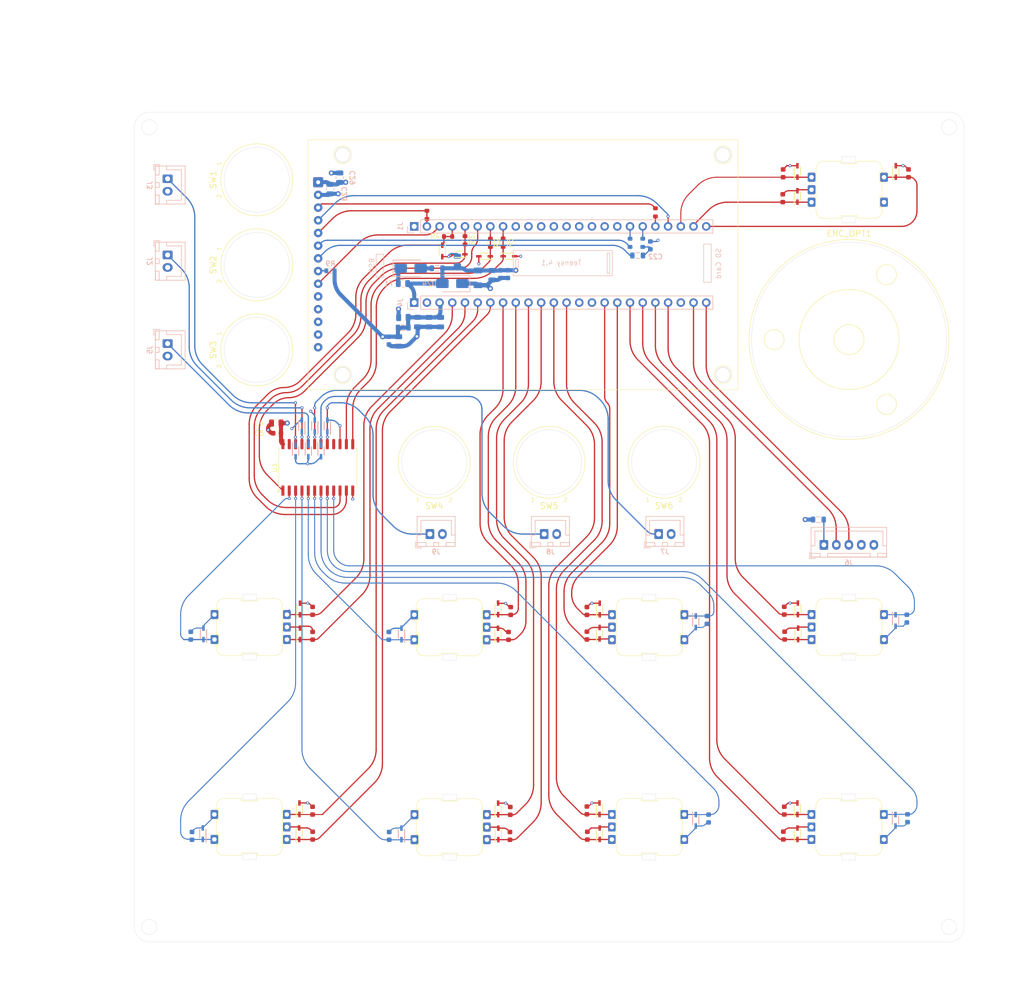
<source format=kicad_pcb>
(kicad_pcb (version 20241229) (generator "pcbnew") (generator_version "9.0")
  (layers (0 "F.Cu" signal) (4 "In1.Cu" power) (6 "In2.Cu" power) (2 "B.Cu" signal) (13 "F.Paste" user) (15 "B.Paste" user) (5 "F.SilkS" user "F.Silkscreen") (7 "B.SilkS" user "B.Silkscreen") (1 "F.Mask" user) (3 "B.Mask" user) (25 "Edge.Cuts" user))
  (net 0 "")
  (net 1 "+3V3")
  (net 2 "+5V")
  (net 3 "GND")
  (net 4 "/MIDI_Encoder_Matrix_2x4_with_push_buttons/1x1.QUAD_A")
  (net 5 "/MIDI_Encoder_Matrix_2x4_with_push_buttons/1x2.QUAD_A")
  (net 6 "/MIDI_Encoder_Matrix_2x4_with_push_buttons/1x1_SW_A")
  (net 7 "/MIDI_Encoder_Matrix_2x4_with_push_buttons/1x2_SW_A")
  (net 8 "/MIDI_Encoder_Matrix_2x4_with_push_buttons/1x3.QUAD_A")
  (net 9 "/MIDI_Encoder_Matrix_2x4_with_push_buttons/1x4.QUAD_A")
  (net 10 "/MIDI_Encoder_Matrix_2x4_with_push_buttons/1x3_SW_A")
  (net 11 "/MIDI_Encoder_Matrix_2x4_with_push_buttons/1x4_SW_A")
  (net 12 "/MIDI_Encoder_Matrix_2x4_with_push_buttons/2x1.QUAD_A")
  (net 13 "/MIDI_Encoder_Matrix_2x4_with_push_buttons/2x1_SW_A")
  (net 14 "/MIDI_Encoder_Matrix_2x4_with_push_buttons/2x2.QUAD_A")
  (net 15 "/MIDI_Encoder_Matrix_2x4_with_push_buttons/2x3.QUAD_A")
  (net 16 "/MIDI_Encoder_Matrix_2x4_with_push_buttons/2x2_SW_A")
  (net 17 "/MIDI_Encoder_Matrix_2x4_with_push_buttons/2x4.QUAD_A")
  (net 18 "/MIDI_Encoder_Matrix_2x4_with_push_buttons/2x3_SW_A")
  (net 19 "/MIDI_Encoder_Matrix_2x4_with_push_buttons/2x4_SW_A")
  (net 20 "/NAV.QUAD_A")
  (net 21 "/Buttons_Momentary/BUTTON_PUSH_MOM_01")
  (net 22 "/Buttons_Momentary/BUTTON_PUSH_MOM_02")
  (net 23 "/Buttons_Momentary/BUTTON_PUSH_MOM_03")
  (net 24 "/Buttons_Momentary/BUTTON_PUSH_MOM_04")
  (net 25 "/Buttons_Momentary/BUTTON_PUSH_MOM_05")
  (net 26 "/Buttons_Momentary/BUTTON_PUSH_MOM_06")
  (net 27 "/NAV.QUAD_B")
  (net 29 "/S0")
  (net 30 "/S1")
  (net 31 "/COM")
  (net 32 "/S2")
  (net 33 "/S3")
  (net 34 "/MIDI_Encoder_Matrix_2x4_with_push_buttons/1x1.QUAD_B")
  (net 35 "/MIDI_Encoder_Matrix_2x4_with_push_buttons/1x2.QUAD_B")
  (net 36 "/MIDI_Encoder_Matrix_2x4_with_push_buttons/1x3.QUAD_B")
  (net 37 "/MIDI_Encoder_Matrix_2x4_with_push_buttons/1x4.QUAD_B")
  (net 38 "/MIDI_Encoder_Matrix_2x4_with_push_buttons/2x1.QUAD_B")
  (net 39 "/MIDI_Encoder_Matrix_2x4_with_push_buttons/2x2.QUAD_B")
  (net 40 "/MIDI_Encoder_Matrix_2x4_with_push_buttons/2x3.QUAD_B")
  (net 41 "/MIDI_Encoder_Matrix_2x4_with_push_buttons/2x4.QUAD_B")
  (net 43 "/SCK")
  (net 44 "/NAV.SW")
  (net 45 "/OPT.QUAD_B")
  (net 46 "/OPT.QUAD_A")
  (net 47 "Net-(C22-Pad1)")
  (net 48 "/CS")
  (net 49 "/RST")
  (net 50 "/MISO")
  (net 51 "/DC")
  (net 52 "/LED")
  (net 53 "/MOSI")
  (net 54 "Net-(D25-Pad1)")
  (net 55 "/Teensy_4.1/T28")
  (net 56 "/Teensy_4.1/T24")
  (net 57 "/Teensy_4.1/T9")
  (net 58 "/Teensy_4.1/T7")
  (net 59 "/Teensy_4.1/T27")
  (net 60 "/Teensy_4.1/T25")
  (net 61 "/Teensy_4.1/T26")
  (net 62 "/Teensy_4.1/T12")
  (net 63 "/Teensy_4.1/T10")
  (net 64 "/Teensy_4.1/T11")
  (net 65 "/Teensy_4.1/T8")
  (net 66 "/Teensy_4.1/T35")
  (net 67 "/Teensy_4.1/T13")
  (net 73 "Net-(D25-Pad2)")
  (net 74 "Net-(J6-Pin_1)")
  (footprint "PCM_JLCPCB:C_0603" (layer "F.Cu") (at 167.549347 216.679999 -90)
    (property "Reference" "C18" (hide yes))
    (property "Value" "100nF")
  )
  (footprint "midi_controller:MSP2807_ILI9341_Display" (layer "F.Cu") (at 113.779995 107.51 -90)
    (property "Reference" "DISP1" (hide yes))
    (property "Value" "MIDI_Display_MSP2807" (hide yes))
    (fp_circle (center -22 -4.92) (end -20.5 -4.92) (stroke (width 0.1)) (fill no) (layer "Edge.Cuts"))
    (fp_circle (center 22 -4.92) (end 23.5 -4.92) (stroke (width 0.1)) (fill no) (layer "Edge.Cuts"))
    (fp_circle (center -22 -81) (end -20.5 -81) (stroke (width 0.1)) (fill no) (layer "Edge.Cuts"))
    (fp_circle (center 22 -81) (end 23.5 -81) (stroke (width 0.1)) (fill no) (layer "Edge.Cuts"))
  )
  (footprint "PCM_JLCPCB:C_0603" (layer "F.Cu") (at 231.892349 89.218917 -90)
    (property "Reference" "C3" (hide yes))
    (property "Value" "100nF")
  )
  (footprint "KiCad:SOD2512X110N" (layer "F.Cu") (at 149.786943 176.343647 90)
    (property "Reference" "D11" (hide yes))
    (property "Value" "PESD5V0L1BA,115" (hide yes))
  )
  (footprint "midi_controller:PEC11R4220FS0024" (layer "F.Cu") (at 100.010013 219.990018 90)
    (property "Reference" "ENC_MECH6" (hide yes))
    (property "Value" "MIDI_Encoder_PEC11R" (hide yes))
    (fp_rect (start 5.4 -1.3) (end 6.6 1.4) (stroke (width 0.05)) (fill no) (layer "Edge.Cuts"))
    (fp_rect (start -6.6 -1.3) (end -5.4 1.4) (stroke (width 0.05)) (fill no) (layer "Edge.Cuts"))
  )
  (footprint "midi_controller:PEC11R4220FS0024" (layer "F.Cu") (at 180.040013 220.000018 -90)
    (property "Reference" "ENC_MECH8" (hide yes))
    (property "Value" "MIDI_Encoder_PEC11R" (hide yes))
    (fp_rect (start -6.6 -1.3) (end -5.4 1.4) (stroke (width 0.05)) (fill no) (layer "Edge.Cuts"))
    (fp_rect (start 5.4 -1.3) (end 6.6 1.4) (stroke (width 0.05)) (fill no) (layer "Edge.Cuts"))
  )
  (footprint "KiCad:SOD2512X110N" (layer "F.Cu") (at 110.033275 216.339487 90)
    (property "Reference" "D17" (hide yes))
    (property "Value" "PESD5V0L1BA,115" (hide yes))
  )
  (footprint "PCM_JLCPCB:C_0603" (layer "F.Cu") (at 206.740277 94.194659 -90)
    (property "Reference" "C1" (hide yes))
    (property "Value" "100nF")
  )
  (footprint "PCM_JLCPCB:R_0603" (layer "F.Cu") (at 181.265347 97.027999 -90)
    (property "Reference" "R6" (hide yes))
    (property "Value" "33Ω")
  )
  (footprint "midi_controller:PEC11R4220FS0024" (layer "F.Cu") (at 140.050013 220.030018 90)
    (property "Reference" "ENC_MECH7" (hide yes))
    (property "Value" "MIDI_Encoder_PEC11R" (hide yes))
    (fp_rect (start 5.4 -1.3) (end 6.6 1.4) (stroke (width 0.05)) (fill no) (layer "Edge.Cuts"))
    (fp_rect (start -6.6 -1.3) (end -5.4 1.4) (stroke (width 0.05)) (fill no) (layer "Edge.Cuts"))
  )
  (footprint "midi_controller:PEC11R4220FS0024" (layer "F.Cu") (at 100.040013 180.000018 90)
    (property "Reference" "ENC_MECH2" (hide yes))
    (property "Value" "MIDI_Encoder_PEC11R" (hide yes))
    (fp_rect (start 5.4 -1.3) (end 6.6 1.4) (stroke (width 0.05)) (fill no) (layer "Edge.Cuts"))
    (fp_rect (start -6.6 -1.3) (end -5.4 1.4) (stroke (width 0.05)) (fill no) (layer "Edge.Cuts"))
  )
  (footprint "KiCad:SOD2512X110N" (layer "F.Cu") (at 170.12063 176.381227 90)
    (property "Reference" "D12" (hide yes))
    (property "Value" "PESD5V0L1BA,115" (hide yes))
  )
  (footprint "KiCad:SOD2512X110N" (layer "F.Cu") (at 151.943435 105.814602)
    (property "Reference" "D5" (hide yes))
    (property "Value" "PESD5V0L1BA,115" (hide yes))
  )
  (footprint "KiCad:SOD2512X110N" (layer "F.Cu") (at 170.111558 221.344917 90)
    (property "Reference" "D20" (hide yes))
    (property "Value" "PESD5V0L1BA,115" (hide yes))
  )
  (footprint "PCM_JLCPCB:C_0603" (layer "F.Cu") (at 112.673615 181.738866 -90)
    (property "Reference" "C7" (hide yes))
    (property "Value" "100nF")
  )
  (footprint "KiCad:SOD2512X110N" (layer "F.Cu") (at 149.836369 221.37886 90)
    (property "Reference" "D19" (hide yes))
    (property "Value" "PESD5V0L1BA,115" (hide yes))
  )
  (footprint "KiCad:SOD2512X110N" (layer "F.Cu") (at 149.768915 181.379346 90)
    (property "Reference" "D10" (hide yes))
    (property "Value" "PESD5V0L1BA,115" (hide yes))
  )
  (footprint "KiCad:SOD2512X110N" (layer "F.Cu") (at 209.801331 181.35975 90)
    (property "Reference" "D14" (hide yes))
    (property "Value" "PESD5V0L1BA,115" (hide yes))
  )
  (footprint "KiCad:SOD2512X110N" (layer "F.Cu") (at 209.671389 216.344375 90)
    (property "Reference" "D22" (hide yes))
    (property "Value" "PESD5V0L1BA,115" (hide yes))
  )
  (footprint "PCM_JLCPCB:C_0603" (layer "F.Cu") (at 206.859566 221.716129 -90)
    (property "Reference" "C21" (hide yes))
    (property "Value" "100nF")
  )
  (footprint "PCM_JLCPCB:C_0603" (layer "F.Cu") (at 112.66618 216.730359 -90)
    (property "Reference" "C15" (hide yes))
    (property "Value" "100nF")
  )
  (footprint "PCM_JLCPCB:C_0603" (layer "F.Cu") (at 207.049267 216.722232 -90)
    (property "Reference" "C20" (hide yes))
    (property "Value" "100nF")
  )
  (footprint "Package_SO:SOIC-24W_7.5x15.4mm_P1.27mm" (layer "F.Cu") (at 113.715046 148.057085 90)
    (property "Reference" "U1")
    (property "Value" "CD74HC4067M")
  )
  (footprint "Capacitor_SMD:C_0603_1608Metric" (layer "F.Cu") (at 105.573347 141.223999 180)
    (property "Reference" "C5")
    (property "Value" "100n")
  )
  (footprint "midi_controller:PV0H24011_Pushbutton" (layer "F.Cu") (at 101.500013 124.550018 -90)
    (property "Reference" "SW3")
    (property "Value" "~" (hide yes))
    (fp_circle (center 0 0) (end 6.5 0) (stroke (width 0.05)) (fill no) (layer "Edge.Cuts"))
  )
  (footprint "PCM_JLCPCB:C_0603" (layer "F.Cu") (at 207.04224 176.720707 -90)
    (property "Reference" "C12" (hide yes))
    (property "Value" "100nF")
  )
  (footprint "PCM_JLCPCB:C_0603" (layer "F.Cu") (at 206.810868 89.222591 -90)
    (property "Reference" "C2" (hide yes))
    (property "Value" "100nF")
  )
  (footprint "midi_controller:PEC11R4220FS0024" (layer "F.Cu") (at 220.000013 92.500018 -90)
    (property "Reference" "ENC_MECH1" (hide yes))
    (property "Value" "MIDI_Encoder_PEC11R" (hide yes))
    (fp_rect (start -6.6 -1.3) (end -5.4 1.4) (stroke (width 0.05)) (fill no) (layer "Edge.Cuts"))
    (fp_rect (start 5.4 -1.3) (end 6.6 1.4) (stroke (width 0.05)) (fill no) (layer "Edge.Cuts"))
  )
  (footprint "KiCad:SOD2512X110N" (layer "F.Cu") (at 209.766137 176.353458 90)
    (property "Reference" "D15" (hide yes))
    (property "Value" "PESD5V0L1BA,115" (hide yes))
  )
  (footprint "PCM_JLCPCB:C_0603" (layer "F.Cu") (at 112.670772 176.754941 -90)
    (property "Reference" "C6" (hide yes))
    (property "Value" "100nF")
  )
  (footprint "PCM_JLCPCB:C_0603" (layer "F.Cu") (at 167.549347 176.783999 -90)
    (property "Reference" "C11" (hide yes))
    (property "Value" "100nF")
  )
  (footprint "KiCad:SOD2512X110N" (layer "F.Cu") (at 147.08071 105.820458 180)
    (property "Reference" "D6" (hide yes))
    (property "Value" "PESD5V0L1BA,115" (hide yes))
  )
  (footprint "KiCad:SOD2512X110N" (layer "F.Cu") (at 138.613366 104.739557 -90)
    (property "Reference" "D3" (hide yes))
    (property "Value" "PESD5V0L1BA,115" (hide yes))
  )
  (footprint "PCM_JLCPCB:C_0603" (layer "F.Cu") (at 152.309347 176.783999 -90)
    (property "Reference" "C9" (hide yes))
    (property "Value" "100nF")
  )
  (footprint "PCM_JLCPCB:C_0603" (layer "F.Cu") (at 167.645447 221.740813 -90)
    (property "Reference" "C19" (hide yes))
    (property "Value" "100nF")
  )
  (footprint "PCM_JLCPCB:C_0603" (layer "F.Cu") (at 152.155103 221.784256 -90)
    (property "Reference" "C16" (hide yes))
    (property "Value" "100nF")
  )
  (footprint "midi_controller:PEC11R4220FS0024" (layer "F.Cu") (at 219.970013 220.000018 -90)
    (property "Reference" "ENC_MECH9" (hide yes))
    (property "Value" "MIDI_Encoder_PEC11R" (hide yes))
    (fp_rect (start -6.6 -1.3) (end -5.4 1.4) (stroke (width 0.05)) (fill no) (layer "Edge.Cuts"))
    (fp_rect (start 5.4 -1.3) (end 6.6 1.4) (stroke (width 0.05)) (fill no) (layer "Edge.Cuts"))
  )
  (footprint "KiCad:SOD2512X110N" (layer "F.Cu") (at 149.793003 216.379921 90)
    (property "Reference" "D18" (hide yes))
    (property "Value" "PESD5V0L1BA,115" (hide yes))
  )
  (footprint "midi_controller:PEC11R4220FS0024" (layer "F.Cu") (at 180.060013 180.030018 -90)
    (property "Reference" "ENC_MECH4" (hide yes))
    (property "Value" "MIDI_Encoder_PEC11R" (hide yes))
    (fp_rect (start -6.6 -1.3) (end -5.4 1.4) (stroke (width 0.05)) (fill no) (layer "Edge.Cuts"))
    (fp_rect (start 5.4 -1.3) (end 6.6 1.4) (stroke (width 0.05)) (fill no) (layer "Edge.Cuts"))
  )
  (footprint "KiCad:SOD2512X110N" (layer "F.Cu") (at 170.092711 181.230513 90)
    (property "Reference" "D13" (hide yes))
    (property "Value" "PESD5V0L1BA,115" (hide yes))
  )
  (footprint "KiCad:SOD2512X110N" (layer "F.Cu") (at 110.146641 176.37748 90)
    (property "Reference" "D8" (hide yes))
    (property "Value" "PESD5V0L1BA,115" (hide yes))
  )
  (footprint "KiCad:SOD2512X110N" (layer "F.Cu") (at 110.145347 181.355999 90)
    (property "Reference" "D9" (hide yes))
    (property "Value" "PESD5V0L1BA,115" (hide yes))
  )
  (footprint "midi_controller:E38S6G5_Optical_Encoder" (layer "F.Cu") (at 220.000013 122.482518)
    (property "Reference" "ENC_OPT1")
    (property "Value" "MIDI_Encoder_E38S6G5_Optical" (hide yes))
    (fp_circle (center 0 0) (end 19.5 0) (stroke (width 0.05)) (fill no) (layer "Edge.Cuts"))
  )
  (footprint "Resistor_SMD:R_0603_1608Metric" (layer "F.Cu") (at 150.788766 103.095634 -90)
    (property "Reference" "R5")
    (property "Value" "100")
  )
  (footprint "KiCad:SOD2512X110N" (layer "F.Cu") (at 209.671662 88.844901 90)
    (property "Reference" "D1" (hide yes))
    (property "Value" "PESD5V0L1BA,115" (hide yes))
  )
  (footprint "KiCad:SOD2512X110N" (layer "F.Cu") (at 209.676902 221.350588 90)
    (property "Reference" "D23" (hide yes))
    (property "Value" "PESD5V0L1BA,115" (hide yes))
  )
  (footprint "midi_controller:PEC11R4220FS0024" (layer "F.Cu") (at 220.000013 180.010018 -90)
    (property "Reference" "ENC_MECH5" (hide yes))
    (property "Value" "MIDI_Encoder_PEC11R" (hide yes))
    (fp_rect (start -6.6 -1.3) (end -5.4 1.4) (stroke (width 0.05)) (fill no) (layer "Edge.Cuts"))
    (fp_rect (start 5.4 -1.3) (end 6.6 1.4) (stroke (width 0.05)) (fill no) (layer "Edge.Cuts"))
  )
  (footprint "PCM_JLCPCB:C_0603" (layer "F.Cu") (at 152.219944 216.78585 -90)
    (property "Reference" "C17" (hide yes))
    (property "Value" "100nF")
  )
  (footprint "KiCad:SOD2512X110N" (layer "F.Cu") (at 229.353562 88.847316 90)
    (property "Reference" "D2" (hide yes))
    (property "Value" "PESD5V0L1BA,115" (hide yes))
  )
  (footprint "midi_controller:PV0H24011_Pushbutton" (layer "F.Cu") (at 182.990013 147.020018)
    (property "Reference" "SW6")
    (property "Value" "~" (hide yes))
    (fp_circle (center 0 0) (end 6.5 0) (stroke (width 0.05)) (fill no) (layer "Edge.Cuts"))
  )
  (footprint "KiCad:SOD2512X110N" (layer "F.Cu") (at 141.987561 105.41864 180)
    (property "Reference" "D4" (hide yes))
    (property "Value" "PESD5V0L1BA,115" (hide yes))
  )
  (footprint "PCM_JLCPCB:R_0603" (layer "F.Cu") (at 135.545347 97.535999 -90)
    (property "Reference" "R1" (hide yes))
    (property "Value" "33Ω")
  )
  (footprint "KiCad:SOD2512X110N" (layer "F.Cu") (at 109.977551 221.340926 90)
    (property "Reference" "D16" (hide yes))
    (property "Value" "PESD5V0L1BA,115" (hide yes))
  )
  (footprint "Resistor_SMD:R_0603_1608Metric" (layer "F.Cu") (at 143.165347 102.615999 -90)
    (property "Reference" "R3")
    (property "Value" "100")
  )
  (footprint "Resistor_SMD:R_0603_1608Metric" (layer "F.Cu") (at 148.245347 103.123999 -90)
    (property "Reference" "R2")
    (property "Value" "100")
  )
  (footprint "Resistor_SMD:R_0603_1608Metric" (layer "F.Cu") (at 139.780541 101.864064 180)
    (property "Reference" "R4")
    (property "Value" "100")
  )
  (footprint "KiCad:SOD2512X110N" (layer "F.Cu") (at 209.668729 93.842782 90)
    (property "Reference" "D7" (hide yes))
    (property "Value" "PESD5V0L1BA,115" (hide yes))
  )
  (footprint "PCM_JLCPCB:C_0603" (layer "F.Cu") (at 167.551172 181.704279 -90)
    (property "Reference" "C10" (hide yes))
    (property "Value" "100nF")
  )
  (footprint "KiCad:SOD2512X110N" (layer "F.Cu") (at 170.076796 216.344102 90)
    (property "Reference" "D21" (hide yes))
    (property "Value" "PESD5V0L1BA,115" (hide yes))
  )
  (footprint "midi_controller:PV0H24011_Pushbutton" (layer "F.Cu") (at 137.000013 147.050018)
    (property "Reference" "SW4")
    (property "Value" "~" (hide yes))
    (fp_circle (center 0 0) (end 6.5 0) (stroke (width 0.05)) (fill no) (layer "Edge.Cuts"))
  )
  (footprint "midi_controller:PEC11R4220FS0024" (layer "F.Cu") (at 140.010013 180.040018 90)
    (property "Reference" "ENC_MECH3" (hide yes))
    (property "Value" "MIDI_Encoder_PEC11R" (hide yes))
    (fp_rect (start 5.4 -1.3) (end 6.6 1.4) (stroke (width 0.05)) (fill no) (layer "Edge.Cuts"))
    (fp_rect (start -6.6 -1.3) (end -5.4 1.4) (stroke (width 0.05)) (fill no) (layer "Edge.Cuts"))
  )
  (footprint "midi_controller:PV0H24011_Pushbutton" (layer "F.Cu") (at 101.500013 107.535018 -90)
    (property "Reference" "SW2")
    (property "Value" "~" (hide yes))
    (fp_circle (center 0 0) (end 6.5 0) (stroke (width 0.05)) (fill no) (layer "Edge.Cuts"))
  )
  (footprint "midi_controller:PV0H24011_Pushbutton" (layer "F.Cu") (at 160.000013 147.030018)
    (property "Reference" "SW5")
    (property "Value" "~" (hide yes))
    (fp_circle (center 0 0) (end 6.5 0) (stroke (width 0.05)) (fill no) (layer "Edge.Cuts"))
  )
  (footprint "PCM_JLCPCB:C_0603" (layer "F.Cu") (at 207.112471 181.70711 -90)
    (property "Reference" "C13" (hide yes))
    (property "Value" "100nF")
  )
  (footprint "PCM_JLCPCB:C_0603" (layer "F.Cu") (at 112.685347 221.726758 -90)
    (property "Reference" "C14" (hide yes))
    (property "Value" "100nF")
  )
  (footprint "Capacitor_SMD:C_0805_2012Metric" (layer "F.Cu") (at 105.402036 139.201442 180)
    (property "Reference" "C4")
    (property "Value" "10u")
  )
  (footprint "midi_controller:PV0H24011_Pushbutton" (layer "F.Cu") (at 101.500013 90.520018 -90)
    (property "Reference" "SW1")
    (property "Value" "~" (hide yes))
    (fp_circle (center 0 0) (end 6.5 0) (stroke (width 0.05)) (fill no) (layer "Edge.Cuts"))
  )
  (footprint "PCM_JLCPCB:C_0603" (layer "F.Cu") (at 151.87071 181.766889 -90)
    (property "Reference" "C8" (hide yes))
    (property "Value" "100nF")
  )
  (footprint "KiCad:SOD2512X110N" (layer "B.Cu") (at 189.32945 218.653468 -90)
    (property "Reference" "D37" (hide yes))
    (property "Value" "PESD5V0L1BA,115" (hide yes))
  )
  (footprint "Connector_JST:JST_XH_B5B-XH-A_1x05_P2.50mm_Vertical" (layer "B.Cu") (at 214.964004 163.552085)
    (property "Reference" "J6")
    (property "Value" "Conn_01x05")
  )
  (footprint "PCM_JLCPCB:C_0805" (layer "B.Cu") (at 135.956848 118.993183 -90)
    (property "Reference" "C30" (hide yes))
    (property "Value" "10uF")
  )
  (footprint "KiCad:SOD2512X110N" (layer "B.Cu") (at 115.616034 139.75404 90)
    (property "Reference" "D26" (hide yes))
    (property "Value" "PESD5V0L1BA,115" (hide yes))
  )
  (footprint "KiCad:SOD2512X110N" (layer "B.Cu") (at 111.811882 144.77879 -90)
    (property "Reference" "D31" (hide yes))
    (property "Value" "PESD5V0L1BA,115" (hide yes))
  )
  (footprint "PCM_JLCPCB:C_0805" (layer "B.Cu") (at 141.641347 106.751726 90)
    (property "Reference" "C25" (hide yes))
    (property "Value" "47uF")
  )
  (footprint "PCM_JLCPCB:FB_0805" (layer "B.Cu") (at 177.709347 105.663999)
    (property "Reference" "FB1" (hide yes))
    (property "Value" "~")
  )
  (footprint "PCM_JLCPCB:C_0805" (layer "B.Cu") (at 130.83441 118.062061 180)
    (property "Reference" "C32" (hide yes))
    (property "Value" "100nF")
  )
  (footprint "KiCad:SOD2512X110N" (layer "B.Cu") (at 130.448807 221.380359 90)
    (property "Reference" "D38" (hide yes))
    (property "Value" "PESD5V0L1BA,115" (hide yes))
  )
  (footprint "Connector_JST:JST_XH_B2B-XH-A_1x02_P2.50mm_Vertical" (layer "B.Cu") (at 159.004004 161.392085)
    (property "Reference" "J8")
    (property "Value" "Conn_01x02_Socket")
  )
  (footprint "KiCad:SOD2512X110N" (layer "B.Cu") (at 109.272728 144.776183 -90)
    (property "Reference" "D28" (hide yes))
    (property "Value" "PESD5V0L1BA,115" (hide yes))
  )
  (footprint "KiCad:SOD2512X110N" (layer "B.Cu") (at 130.462141 181.386449 90)
    (property "Reference" "D34" (hide yes))
    (property "Value" "PESD5V0L1BA,115" (hide yes))
  )
  (footprint "PCM_JLCPCB:FB_0805" (layer "B.Cu") (at 130.807128 120.094061 180)
    (property "Reference" "FB3" (hide yes))
    (property "Value" "~")
  )
  (footprint "PCM_JLCPCB:C_0603" (layer "B.Cu") (at 127.950389 122.678539 -90)
    (property "Reference" "C34" (hide yes))
    (property "Value" "1nF")
  )
  (footprint "KiCad:SOD2512X110N" (layer "B.Cu") (at 90.841347 181.355999 90)
    (property "Reference" "D35" (hide yes))
    (property "Value" "PESD5V0L1BA,115" (hide yes))
  )
  (footprint "PCM_JLCPCB:C_0603" (layer "B.Cu") (at 191.900977 218.305895 90)
    (property "Reference" "C41" (hide yes))
    (property "Value" "100nF")
  )
  (footprint "KiCad:SOD2512X110N" (layer "B.Cu") (at 229.290722 218.65116 -90)
    (property "Reference" "D36" (hide yes))
    (property "Value" "PESD5V0L1BA,115" (hide yes))
  )
  (footprint "PCM_JLCPCB:R_0603" (layer "B.Cu") (at 176.185347 103.123999 90)
    (property "Reference" "R8" (hide yes))
    (property "Value" "33Ω")
  )
  (footprint "PCM_JLCPCB:FB_0805" (layer "B.Cu") (at 213.868004 158.495999 180)
    (property "Reference" "FB4" (hide yes))
    (property "Value" "~")
  )
  (footprint "Connector_JST:JST_XH_B2B-XH-A_1x02_P2.50mm_Vertical" (layer "B.Cu") (at 83.665046 105.552085 -90)
    (property "Reference" "J2")
    (property "Value" "Conn_01x02_Socket")
  )
  (footprint "KiCad:SOD2512X110N" (layer "B.Cu") (at 189.334928 178.939218 -90)
    (property "Reference" "D33" (hide yes))
    (property "Value" "PESD5V0L1BA,115" (hide yes))
  )
  (footprint "PCM_JLCPCB:C_0603" (layer "B.Cu") (at 231.557347 178.307999 90)
    (property "Reference" "C36" (hide yes))
    (property "Value" "100nF")
  )
  (footprint "Connector_PinSocket_2.54mm:PinSocket_1x24_P2.54mm_Vertical" (layer "B.Cu") (at 133.000004 99.842085 -90)
    (property "Reference" "J1")
    (property "Value" "Conn_01x24_Socket")
  )
  (footprint "PCM_JLCPCB:C_1206" (layer "B.Cu") (at 145.761006 110.132986 -90)
    (property "Reference" "C26" (hide yes))
    (property "Value" "100uF")
  )
  (footprint "Capacitor_SMD:C_0805_2012Metric" (layer "B.Cu") (at 118.097612 90.088186 90)
    (property "Reference" "C29")
    (property "Value" "10u")
  )
  (footprint "Fuse:Fuse_0805_2012Metric" (layer "B.Cu") (at 130.754472 111.27552 180)
    (property "Reference" "F1")
    (property "Value" "Fuse")
  )
  (footprint "Diode_SMD:D_SMA" (layer "B.Cu") (at 140.639862 111.27319 180)
    (property "Reference" "D24")
    (property "Value" "SMAJ5.0CA")
  )
  (footprint "Connector_JST:JST_XH_B2B-XH-A_1x02_P2.50mm_Vertical" (layer "B.Cu") (at 181.904004 161.392085)
    (property "Reference" "J7")
    (property "Value" "Conn_01x02_Socket")
  )
  (footprint "PCM_JLCPCB:C_0603" (layer "B.Cu") (at 191.569732 178.572496 90)
    (property "Reference" "C37" (hide yes))
    (property "Value" "100nF")
  )
  (footprint "PCM_JLCPCB:C_0805" (layer "B.Cu") (at 133.680826 118.984595 -90)
    (property "Reference" "C33" (hide yes))
    (property "Value" "100nF")
  )
  (footprint "PCM_JLCPCB:R_0603" (layer "B.Cu") (at 178.725347 103.123999 90)
    (property "Reference" "R7" (hide yes))
    (property "Value" "33Ω")
  )
  (footprint "KiCad:SOD2512X110N" (layer "B.Cu") (at 110.518438 139.757746 90)
    (property "Reference" "D29" (hide yes))
    (property "Value" "PESD5V0L1BA,115" (hide yes))
  )
  (footprint "PCM_JLCPCB:C_0603" (layer "B.Cu") (at 231.705323 218.248862 90)
    (property "Reference" "C40" (hide yes))
    (property "Value" "100nF")
  )
  (footprint "PCM_JLCPCB:C_0805" (layer "B.Cu") (at 138.248532 118.993183 -90)
    (property "Reference" "C31" (hide yes))
    (property "Value" "47uF")
  )
  (footprint "PCM_JLCPCB:D_SMA" (layer "B.Cu") (at 132.287051 108.22752)
    (property "Reference" "D25" (hide yes))
    (property "Value" "SS34")
  )
  (footprint "KiCad:SOD2512X110N" (layer "B.Cu") (at 114.351372 144.779998 -90)
    (property "Reference" "D27" (hide yes))
    (property "Value" "PESD5V0L1BA,115" (hide yes))
  )
  (footprint "Connector_PinSocket_2.54mm:PinSocket_1x24_P2.54mm_Vertical" (layer "B.Cu") (at 133.000004 115.082085 -90)
    (property "Reference" "J4")
    (property "Value" "Conn_01x24_Socket")
  )
  (footprint "PCM_JLCPCB:C_0603" (layer "B.Cu") (at 150.268769 109.382848 -90)
    (property "Reference" "C24" (hide yes))
    (property "Value" "10nF")
  )
  (footprint "Connector_JST:JST_XH_B2B-XH-A_1x02_P2.50mm_Vertical" (layer "B.Cu") (at 136.144004 161.392085)
    (property "Reference" "J9")
    (property "Value" "Conn_01x02_Socket")
  )
  (footprint "KiCad:SOD2512X110N" (layer "B.Cu") (at 113.103055 139.754392 90)
    (property "Reference" "D30" (hide yes))
    (property "Value" "PESD5V0L1BA,115" (hide yes))
  )
  (footprint "PCM_JLCPCB:C_0603" (layer "B.Cu") (at 88.547406 221.770439 -90)
    (property "Reference" "C43" (hide yes))
    (property "Value" "100nF")
  )
  (footprint "PCM_JLCPCB:FB_0805" (layer "B.Cu") (at 137.591862 108.22519 180)
    (property "Reference" "FB2" (hide yes))
    (property "Value" "~")
  )
  (footprint "PCM_JLCPCB:C_0603" (layer "B.Cu") (at 88.293367 181.724475 -90)
    (property "Reference" "C39" (hide yes))
    (property "Value" "100nF")
  )
  (footprint "KiCad:SOD2512X110N" (layer "B.Cu") (at 229.309922 178.686955 -90)
    (property "Reference" "D32" (hide yes))
    (property "Value" "PESD5V0L1BA,115" (hide yes))
  )
  (footprint "KiCad:SOD2512X110N" (layer "B.Cu") (at 90.704482 221.338357 90)
    (property "Reference" "D39" (hide yes))
    (property "Value" "PESD5V0L1BA,115" (hide yes))
  )
  (footprint "PCM_JLCPCB:C_0805" (layer "B.Cu") (at 148.568397 109.604969 -90)
    (property "Reference" "C23" (hide yes))
    (property "Value" "100nF")
  )
  (footprint "PCM_JLCPCB:C_0603" (layer "B.Cu") (at 127.920053 181.756971 -90)
    (property "Reference" "C38" (hide yes))
    (property "Value" "100nF")
  )
  (footprint "Capacitor_SMD:C_0603_1608Metric" (layer "B.Cu") (at 180.249347 103.631999 90)
    (property "Reference" "C22")
    (property "Value" "100p")
  )
  (footprint "Resistor_SMD:R_0603_1608Metric" (layer "B.Cu") (at 116.241347 108.711999 180)
    (property "Reference" "R9")
    (property "Value" "220")
  )
  (footprint "Connector_JST:JST_XH_B2B-XH-A_1x02_P2.50mm_Vertical" (layer "B.Cu") (at 83.665046 123.282085 -90)
    (property "Reference" "J5")
    (property "Value" "Conn_01x02_Socket")
  )
  (footprint "Connector_JST:JST_XH_B2B-XH-A_1x02_P2.50mm_Vertical" (layer "B.Cu") (at 83.665046 90.312085 -90)
    (property "Reference" "J3")
    (property "Value" "Conn_01x02_Socket")
  )
  (footprint "PCM_JLCPCB:C_0805" (layer "B.Cu") (at 129.864386 122.860469 -90)
    (property "Reference" "C35" (hide yes))
    (property "Value" "100nF")
  )
  (footprint "PCM_JLCPCB:C_0603" (layer "B.Cu") (at 151.722282 109.381503 -90)
    (property "Reference" "C27" (hide yes))
    (property "Value" "1nF")
  )
  (footprint "PCM_JLCPCB:C_0603" (layer "B.Cu") (at 127.999335 221.783282 -90)
    (property "Reference" "C42" (hide yes))
    (property "Value" "100nF")
  )
  (footprint "Capacitor_SMD:C_0805_2012Metric" (layer "B.Cu") (at 116.140004 92.38 90)
    (property "Reference" "C28")
    (property "Value" "100n")
  )
  (gr_rect (start 125.385347 105.409999) (end 126.909347 109.981999) (stroke (width 0.1)) (fill no) (layer "B.SilkS"))
  (gr_rect (start 153.325347 106.425999) (end 153.833347 107.949999) (stroke (width 0.1)) (fill no) (layer "B.SilkS"))
  (gr_rect (start 152.817347 104.647999) (end 172.629347 109.727999) (stroke (width 0.1)) (fill no) (layer "B.SilkS"))
  (gr_rect (start 171.613347 105.155999) (end 172.121347 109.219999) (stroke (width 0.1)) (fill no) (layer "B.SilkS"))
  (gr_rect (start 190.917347 103.377999) (end 192.441347 110.997999) (stroke (width 0.1)) (fill no) (layer "B.SilkS"))
  (gr_circle (center 240 240) (end 241.52 240) (stroke (width 0.05)) (fill no) (layer "Edge.Cuts"))
  (gr_circle (center 80 80) (end 81.52 80) (stroke (width 0.05)) (fill no) (layer "Edge.Cuts"))
  (gr_arc (start 243.000004 240) (mid 242.121324 242.12132) (end 240.000004 243) (stroke (width 0.05)) (layer "Edge.Cuts"))
  (gr_line (start 243.000004 80) (end 243.000004 240) (stroke (width 0.05)) (layer "Edge.Cuts"))
  (gr_circle (center 80 240) (end 81.52 240) (stroke (width 0.05)) (fill no) (layer "Edge.Cuts"))
  (gr_arc (start 80.000004 243) (mid 77.878681 242.121322) (end 77.000004 240) (stroke (width 0.05)) (layer "Edge.Cuts"))
  (gr_line (start 240.000004 243) (end 80.000004 243) (stroke (width 0.05)) (layer "Edge.Cuts"))
  (gr_arc (start 240.000004 77) (mid 242.121322 77.878681) (end 243.000004 80) (stroke (width 0.05)) (layer "Edge.Cuts"))
  (gr_circle (center 240 80) (end 241.52 80) (stroke (width 0.05)) (fill no) (layer "Edge.Cuts"))
  (gr_line (start 77.000004 240) (end 77.000004 80) (stroke (width 0.05)) (layer "Edge.Cuts"))
  (gr_line (start 80.000004 77) (end 240.000004 77) (stroke (width 0.05)) (layer "Edge.Cuts"))
  (gr_arc (start 77.000004 80) (mid 77.878684 77.87868) (end 80.000004 77) (stroke (width 0.05)) (layer "Edge.Cuts"))
  (gr_text "USB" (at 123.861347 109.219999 270) (layer "B.SilkS") (effects (font (size 1 1) (thickness 0.1)) (justify left bottom mirror)))
  (gr_text "Teensy 4.1" (at 166.533347 107.695999 0) (layer "B.SilkS") (effects (font (size 1 1) (thickness 0.1)) (justify left bottom mirror)))
  (gr_text "SD Card" (at 194.473347 104.139999 90) (layer "B.SilkS") (effects (font (size 1 1) (thickness 0.1)) (justify left bottom mirror)))
  (segment (start 107.600625 139.19672) (end 107.605347 139.191999) (width 0.2) (layer "F.Cu") (net 1))
  (segment (start 106.732198 143.404933) (end 106.73435 143.402781) (width 0.254) (layer "F.Cu") (net 1))
  (segment (start 106.727894 143.404933) (end 106.539196 143.216235) (width 0.8128) (layer "F.Cu") (net 1))
  (segment (start 106.348347 141.223999) (end 106.348347 139.207739) (width 0.8128) (layer "F.Cu") (net 1))
  (segment (start 106.348347 141.223999) (end 106.348347 142.755484) (width 0.8128) (layer "F.Cu") (net 1))
  (segment (start 106.354644 139.201442) (end 107.589226 139.201442) (width 0.8128) (layer "F.Cu") (net 1))
  (via (at 126.686291 121.919999) (size 1.016) (drill 0.508) (layers "F.Cu" "B.Cu") (net 1))
  (via (at 107.605347 139.191999) (size 1.016) (drill 0.508) (layers "F.Cu" "B.Cu") (net 1))
  (arc (start 106.539196 143.216235) (mid 106.397947 143.00484) (end 106.348347 142.755484) (width 0.8128) (layer "F.Cu") (net 1))
  (arc (start 106.350191 139.203286) (mid 106.348826 139.205329) (end 106.348347 139.207739) (width 0.8128) (layer "F.Cu") (net 1))
  (arc (start 106.727894 143.404933) (mid 106.730046 143.405824) (end 106.732198 143.404933) (width 0.8128) (layer "F.Cu") (net 1))
  (arc (start 106.350191 139.203286) (mid 106.352234 139.201921) (end 106.354644 139.201442) (width 0.8128) (layer "F.Cu") (net 1))
  (arc (start 107.600625 139.19672) (mid 107.595395 139.200214) (end 107.589226 139.201442) (width 0.2) (layer "F.Cu") (net 1))
  (segment (start 128.86753 121.898539) (end 128.109512 121.898539) (width 0.8128) (layer "B.Cu") (net 1))
  (segment (start 127.791265 121.898539) (end 127.473018 121.898539) (width 0.8128) (layer "B.Cu") (net 1))
  (segment (start 138.164268 115.166349) (end 138.080004 115.082085) (width 0.8128) (layer "B.Cu") (net 1))
  (segment (start 137.078439 118.043183) (end 135.950775 118.043183) (width 0.8128) (layer "B.Cu") (net 1))
  (segment (start 127.177533 121.898539) (end 126.874461 121.898539) (width 0.8128) (layer "B.Cu") (net 1))
  (segment (start 127.177533 121.898539) (end 127.473018 121.898539) (width 0.8128) (layer "B.Cu") (net 1))
  (segment (start 137.090564 118.043183) (end 137.093595 118.043183) (width 0.8128) (layer "B.Cu") (net 1))
  (segment (start 128.109512 121.898539) (end 127.791265 121.898539) (width 0.8128) (layer "B.Cu") (net 1))
  (segment (start 129.858421 121.904504) (end 129.805757 121.85184) (width 0.8128) (layer "B.Cu") (net 1))
  (segment (start 134.541219 118.043183) (end 134.82313 118.043183) (width 0.8128) (layer "B.Cu") (net 1))
  (segment (start 137.090564 118.043183) (end 137.078439 118.043183) (width 0.8128) (layer "B.Cu") (net 1))
  (segment (start 137.099658 118.043183) (end 137.10269 118.043183) (width 0.8128) (layer "B.Cu") (net 1))
  (segment (start 131.808637 120.094061) (end 130.596703 120.094061) (width 0.8128) (layer "B.Cu") (net 1))
  (segment (start 133.674753 118.034595) (end 131.831297 118.034595) (width 0.8128) (layer "B.Cu") (net 1))
  (segment (start 117.066347 110.506027) (end 117.066347 108.711999) (width 0.8128) (layer "B.Cu") (net 1))
  (segment (start 137.099658 118.043183) (end 137.093595 118.043183) (width 0.8128) (layer "B.Cu") (net 1))
  (segment (start 133.977397 118.043183) (end 133.695486 118.043183) (width 0.8128) (layer "B.Cu") (net 1))
  (segment (start 126.722925 121.898539) (end 126.874461 121.898539) (width 0.8128) (layer "B.Cu") (net 1))
  (segment (start 129.518523 121.898539) (end 128.86753 121.898539) (width 0.8128) (layer "B.Cu") (net 1))
  (segment (start 118.334916 113.568624) (end 126.686291 121.919999) (width 0.8128) (layer "B.Cu") (net 1))
  (segment (start 134.541219 118.043183) (end 133.977397 118.043183) (width 0.8128) (layer "B.Cu") (net 1))
  (segment (start 135.950775 118.043183) (end 134.82313 118.043183) (width 0.8128) (layer "B.Cu") (net 1))
  (segment (start 126.686291 121.919999) (end 126.697021 121.909269) (width 0.8128) (layer "B.Cu") (net 1))
  (segment (start 131.78441 118.081482) (end 131.78441 119.952852) (width 0.8128) (layer "B.Cu") (net 1))
  (segment (start 129.518523 121.898539) (end 129.84402 121.898539) (width 0.8128) (layer "B.Cu") (net 1))
  (segment (start 129.747128 120.943636) (end 129.747128 121.710297) (width 0.8128) (layer "B.Cu") (net 1))
  (segment (start 138.248532 116.897341) (end 138.248532 115.36978) (width 0.8128) (layer "B.Cu") (net 1))
  (arc (start 131.808637 120.094061) (mid 131.83102 120.079104) (end 131.825769 120.052702) (width 0.8128) (layer "B.Cu") (net 1))
  (arc (start 131.78441 119.952852) (mid 131.795158 120.00689) (end 131.825769 120.052702) (width 0.8128) (layer "B.Cu") (net 1))
  (arc (start 129.858421 121.904504) (mid 129.858421 121.904504) (end 129.858421 121.904504) (width 0.8128) (layer "B.Cu") (net 1))
  (arc (start 138.164268 115.166349) (mid 138.226632 115.259683) (end 138.248532 115.36978) (width 0.8128) (layer "B.Cu") (net 1))
  (arc (start 118.334916 113.568624) (mid 117.396037 112.163492) (end 117.066347 110.506027) (width 0.8128) (layer "B.Cu") (net 1))
  (arc (start 126.722925 121.898539) (mid 126.708905 121.901327) (end 126.697021 121.909269) (width 0.8128) (layer "B.Cu") (net 1))
  (arc (start 131.78441 118.081482) (mid 131.787979 118.063539) (end 131.798143 118.048328) (width 0.8128) (layer "B.Cu") (net 1))
  (arc (start 133.68512 118.038889) (mid 133.689876 118.042067) (end 133.695486 118.043183) (width 0.8128) (layer "B.Cu") (net 1))
  (arc (start 129.747128 120.943636) (mid 129.995962 120.342895) (end 130.596703 120.094061) (width 0.8128) (layer "B.Cu") (net 1))
  (arc (start 129.858421 121.904504) (mid 129.851813 121.900089) (end 129.84402 121.898539) (width 0.8128) (layer "B.Cu") (net 1))
  (arc (start 133.68512 118.038889) (mid 133.680363 118.03571) (end 133.674753 118.034595) (width 0.8128) (layer "B.Cu") (net 1))
  (arc (start 129.805757 121.85184) (mid 129.762365 121.786899) (end 129.747128 121.710297) (width 0.8128) (layer "B.Cu") (net 1))
  (arc (start 137.10269 118.043183) (mid 137.912922 117.707573) (end 138.248532 116.897341) (width 0.8128) (layer "B.Cu") (net 1))
  (arc (start 131.798143 118.048328) (mid 131.813354 118.038164) (end 131.831297 118.034595) (width 0.8128) (layer "B.Cu") (net 1))
  (via (at 119.290004 91.01) (size 1.016) (drill 0.508) (layers "F.Cu" "B.Cu") (net 2))
  (via (at 211.237347 158.495999) (size 1.016) (drill 0.508) (layers "F.Cu" "B.Cu") (net 2))
  (via (at 153.325347 108.625892) (size 1.016) (drill 0.508) (layers "F.Cu" "B.Cu") (net 2))
  (segment (start 148.344956 108.665475) (end 148.337467 108.657986) (width 0.8128) (layer "B.Cu") (net 2))
  (segment (start 133.000004 113.50847) (end 133.000004 115.082085) (width 0.8128) (layer "B.Cu") (net 2))
  (segment (start 145.764477 108.657986) (end 148.563246 108.657986) (width 0.8128) (layer "B.Cu") (net 2))
  (segment (start 116.451118 91.43) (end 117.428743 91.43) (width 0.8128) (layer "B.Cu") (net 2))
  (segment (start 148.566888 108.656477) (end 148.568397 108.654969) (width 0.8128) (layer "B.Cu") (net 2))
  (segment (start 145.752624 108.662896) (end 143.61478 108.662896) (width 0.8128) (layer "B.Cu") (net 2))
  (segment (start 151.719985 108.607848) (end 150.268769 108.607848) (width 0.8128) (layer "B.Cu") (net 2))
  (segment (start 113.775004 90.995009) (end 113.779995 91) (width 0.8128) (layer "B.Cu") (net 2))
  (segment (start 211.237347 158.495999) (end 212.805504 158.495999) (width 0.8128) (layer "B.Cu") (net 2))
  (segment (start 132.61689 111.27552) (end 138.635884 111.27552) (width 0.8128) (layer "B.Cu") (net 2))
  (segment (start 119.241887 91.038186) (end 118.374666 91.038186) (width 0.8128) (layer "B.Cu") (net 2))
  (segment (start 153.325347 108.625892) (end 153.315652 108.616197) (width 0.8128) (layer "B.Cu") (net 2))
  (segment (start 153.292247 108.606503) (end 151.723233 108.606503) (width 0.8128) (layer "B.Cu") (net 2))
  (segment (start 150.316861 108.672989) (end 150.316885 108.673013) (width 0.8128) (layer "B.Cu") (net 2))
  (segment (start 119.290004 91.01) (end 119.275911 91.024093) (width 0.8128) (layer "B.Cu") (net 2))
  (segment (start 141.638724 108.22519) (end 138.664615 108.22519) (width 0.8128) (layer "B.Cu") (net 2))
  (segment (start 142.561773 108.226726) (end 141.642433 108.226726) (width 0.8128) (layer "B.Cu") (net 2))
  (segment (start 115.388907 90.990018) (end 113.777071 90.990018) (width 0.8128) (layer "B.Cu") (net 2))
  (segment (start 138.639862 111.271542) (end 138.639862 108.249943) (width 0.8128) (layer "B.Cu") (net 2))
  (segment (start 148.363037 108.672965) (end 150.316803 108.672965) (width 0.8128) (layer "B.Cu") (net 2))
  (arc (start 138.635884 111.27552) (mid 138.637406 111.275217) (end 138.638697 111.274355) (width 0.8128) (layer "B.Cu") (net 2))
  (arc (start 138.647112 108.23244) (mid 138.655142 108.227074) (end 138.664615 108.22519) (width 0.8128) (layer "B.Cu") (net 2))
  (arc (start 141.638724 108.22519) (mid 141.639728 108.225389) (end 141.640579 108.225958) (width 0.8128) (layer "B.Cu") (net 2))
  (arc (start 145.752624 108.662896) (mid 145.755831 108.662257) (end 145.758551 108.660441) (width 0.8128) (layer "B.Cu") (net 2))
  (arc (start 138.647112 108.23244) (mid 138.641746 108.24047) (end 138.639862 108.249943) (width 0.8128) (layer "B.Cu") (net 2))
  (arc (start 153.292247 108.606503) (mid 153.304914 108.609022) (end 153.315652 108.616197) (width 0.8128) (layer "B.Cu") (net 2))
  (arc (start 151.721609 108.607175) (mid 151.720864 108.607673) (end 151.719985 108.607848) (width 0.8128) (layer "B.Cu") (net 2))
  (arc (start 133.000004 113.50847) (mid 132.83003 112.653957) (end 132.345988 111.929536) (width 0.8128) (layer "B.Cu") (net 2))
  (arc (start 141.640579 108.225958) (mid 141.641429 108.226526) (end 141.642433 108.226726) (width 0.8128) (layer "B.Cu") (net 2))
  (arc (start 115.388907 90.990018) (mid 115.676339 91.047191) (end 115.920013 91.210009) (width 0.8128) (layer "B.Cu") (net 2))
  (arc (start 148.344956 108.665475) (mid 148.353251 108.671018) (end 148.363037 108.672965) (width 0.8128) (layer "B.Cu") (net 2))
  (arc (start 117.901705 91.234093) (mid 118.118701 91.0891) (end 118.374666 91.038186) (width 0.8128) (layer "B.Cu") (net 2))
  (arc (start 138.639862 111.271542) (mid 138.639559 111.273064) (end 138.638697 111.274355) (width 0.8128) (layer "B.Cu") (net 2))
  (arc (start 132.345988 111.929536) (mid 132.262939 111.512022) (end 132.61689 111.27552) (width 0.8128) (layer "B.Cu") (net 2))
  (arc (start 113.775004 90.995009) (mid 113.77437 90.991822) (end 113.777071 90.990018) (width 0.8128) (layer "B.Cu") (net 2))
  (arc (start 116.451118 91.43) (mid 116.163686 91.372826) (end 115.920013 91.210009) (width 0.8128) (layer "B.Cu") (net 2))
  (arc (start 142.561773 108.226726) (mid 142.846714 108.283404) (end 143.088277 108.444811) (width 0.8128) (layer "B.Cu") (net 2))
  (arc (start 151.721609 108.607175) (mid 151.722354 108.606677) (end 151.723233 108.606503) (width 0.8128) (layer "B.Cu") (net 2))
  (arc (start 145.764477 108.657986) (mid 145.76127 108.658624) (end 145.758551 108.660441) (width 0.8128) (layer "B.Cu") (net 2))
  (arc (start 150.316803 108.672965) (mid 150.316834 108.672971) (end 150.316861 108.672989) (width 0.8128) (layer "B.Cu") (net 2))
  (arc (start 148.563246 108.657986) (mid 148.565217 108.657593) (end 148.566888 108.656477) (width 0.8128) (layer "B.Cu") (net 2))
  (arc (start 119.241887 91.038186) (mid 119.2603 91.034523) (end 119.275911 91.024093) (width 0.8128) (layer "B.Cu") (net 2))
  (arc (start 117.901705 91.234093) (mid 117.684708 91.379085) (end 117.428743 91.43) (width 0.8128) (layer "B.Cu") (net 2))
  (arc (start 143.088277 108.444811) (mid 143.329838 108.606217) (end 143.61478 108.662896) (width 0.8128) (layer "B.Cu") (net 2))
  (segment (start 207.55606 87.697398) (end 206.810868 88.442591) (width 0.254) (layer "F.Cu") (net 3))
  (segment (start 104.608322 141.223999) (end 104.798347 141.223999) (width 0.8128) (layer "F.Cu") (net 3))
  (segment (start 110.119614 220.190926) (end 111.395061 220.190926) (width 0.254) (layer "F.Cu") (net 3))
  (segment (start 145.930395 106.983272) (end 145.930395 107.329474) (width 0.254) (layer "F.Cu") (net 3))
  (segment (start 111.669347 175.22748) (end 110.146641 175.22748) (width 0.254) (layer "F.Cu") (net 3))
  (segment (start 151.368681 215.229921) (end 151.293347 215.229921) (width 0.254) (layer "F.Cu") (net 3))
  (segment (start 209.997797 92.500018) (end 212.500013 92.500018) (width 0.254) (layer "F.Cu") (net 3))
  (segment (start 120.700046 154.399928) (end 120.700046 152.707085) (width 0.2) (layer "F.Cu") (net 3))
  (segment (start 111.988732 215.272911) (end 112.66618 215.950359) (width 0.2) (layer "F.Cu") (net 3))
  (segment (start 151.293347 215.229921) (end 149.793003 215.229921) (width 0.254) (layer "F.Cu") (net 3))
  (segment (start 111.826432 179.831999) (end 110.783804 179.831999) (width 0.254) (layer "F.Cu") (net 3))
  (segment (start 168.242892 175.315453) (end 167.549347 176.008999) (width 0.254) (layer "F.Cu") (net 3))
  (segment (start 170.444271 220.000018) (end 172.540013 220.000018) (width 0.254) (layer "F.Cu") (net 3))
  (segment (start 168.565347 215.194102) (end 167.969087 215.790361) (width 0.2) (layer "F.Cu") (net 3))
  (segment (start 154.29183 105.814602) (end 153.093435 105.814602) (width 0.254) (layer "F.Cu") (net 3))
  (segment (start 207.101215 93.05372) (end 206.740277 93.414659) (width 0.254) (layer "F.Cu") (net 3))
  (segment (start 230.811164 87.697316) (end 230.980956 87.697316) (width 0.254) (layer "F.Cu") (net 3))
  (segment (start 109.634579 219.990018) (end 107.510013 219.990018) (width 0.254) (layer "F.Cu") (net 3))
  (segment (start 145.93071 106.982512) (end 145.93071 105.820458) (width 0.254) (layer "F.Cu") (net 3))
  (segment (start 207.634582 175.348364) (end 207.04224 175.940707) (width 0.254) (layer "F.Cu") (net 3))
  (segment (start 210.019296 220.000018) (end 212.470013 220.000018) (width 0.254) (layer "F.Cu") (net 3))
  (segment (start 207.658452 215.333046) (end 207.049267 215.942232) (width 0.254) (layer "F.Cu") (net 3))
  (segment (start 104.017226 139.636251) (end 104.452036 139.201442) (width 0.8128) (layer "F.Cu") (net 3))
  (segment (start 168.565347 215.194102) (end 170.076796 215.194102) (width 0.254) (layer "F.Cu") (net 3))
  (segment (start 112.673615 180.646066) (end 112.673615 180.963866) (width 0.254) (layer "F.Cu") (net 3))
  (segment (start 209.660099 180.20975) (end 208.337081 180.20975) (width 0.254) (layer "F.Cu") (net 3))
  (segment (start 170.057005 180.080513) (end 168.99157 180.080513) (width 0.254) (layer "F.Cu") (net 3))
  (segment (start 103.771458 140.229589) (end 103.771458 140.577159) (width 0.8128) (layer "F.Cu") (net 3))
  (segment (start 230.811164 87.697316) (end 229.353562 87.697316) (width 0.254) (layer "F.Cu") (net 3))
  (segment (start 109.793715 180.000018) (end 107.540013 180.000018) (width 0.254) (layer "F.Cu") (net 3))
  (segment (start 150.831419 220.22886) (end 149.976971 220.22886) (width 0.254) (layer "F.Cu") (net 3))
  (segment (start 170.178911 180.030018) (end 172.560013 180.030018) (width 0.254) (layer "F.Cu") (net 3))
  (segment (start 111.669347 175.22748) (end 111.793829 175.22748) (width 0.254) (layer "F.Cu") (net 3))
  (segment (start 111.669347 215.189487) (end 111.815328 215.189487) (width 0.254) (layer "F.Cu") (net 3))
  (segment (start 110.248337 180.103008) (end 110.332347 180.018999) (width 0.254) (layer "F.Cu") (net 3))
  (segment (start 168.565347 175.231227) (end 170.12063 175.231227) (width 0.254) (layer "F.Cu") (net 3))
  (segment (start 139.911915 105.889557) (end 138.613366 105.889557) (width 0.254) (layer "F.Cu") (net 3))
  (segment (start 140.527414 105.728786) (end 140.837561 105.41864) (width 0.254) (layer "F.Cu") (net 3))
  (segment (start 112.006333 175.315502) (end 112.670772 175.979941) (width 0.254) (layer "F.Cu") (net 3))
  (segment (start 231.270809 87.817377) (end 231.892349 88.438917) (width 0.254) (layer "F.Cu") (net 3))
  (segment (start 168.40194 220.194917) (end 169.973743 220.194917) (width 0.254) (layer "F.Cu") (net 3))
  (segment (start 208.189347 87.694901) (end 207.557635 87.694901) (width 0.254) (layer "F.Cu") (net 3))
  (segment (start 151.293347 175.259999) (end 151.970304 175.936956) (width 0.254) (layer "F.Cu") (net 3))
  (segment (start 207.972598 92.692782) (end 209.532424 92.692782) (width 0.254) (layer "F.Cu") (net 3))
  (segment (start 111.669347 215.189487) (end 111.787327 215.189487) (width 0.2) (layer "F.Cu") (net 3))
  (segment (start 208.189347 175.203458) (end 207.984418 175.203458) (width 0.254) (layer "F.Cu") (net 3))
  (segment (start 208.189347 175.203458) (end 209.766137 175.203458) (width 0.254) (layer "F.Cu") (net 3))
  (segment (start 118.160046 141.740827) (end 118.160046 143.407085) (width 0.2) (layer "F.Cu") (net 3))
  (segment (start 207.471151 180.56843) (end 207.112471 180.92711) (width 0.254) (layer "F.Cu") (net 3))
  (segment (start 167.973055 180.502396) (end 167.551172 180.924279) (width 0.254) (layer "F.Cu") (net 3))
  (segment (start 103.771458 140.577159) (end 104.28393 141.089631) (width 0.8128) (layer "F.Cu") (net 3))
  (segment (start 208.115213 220.200588) (end 209.535077 220.200588) (width 0.254) (layer "F.Cu") (net 3))
  (segment (start 149.445711 180.040018) (end 147.510013 180.040018) (width 0.254) (layer "F.Cu") (net 3))
  (segment (start 140.139279 105.889557) (end 139.911915 105.889557) (width 0.254) (layer "F.Cu") (net 3))
  (segment (start 151.767405 220.616558) (end 152.155103 221.004256) (width 0.254) (layer "F.Cu") (net 3))
  (segment (start 149.820119 175.226823) (end 149.786943 175.193647) (width 0.254) (layer "F.Cu") (net 3))
  (segment (start 167.704398 215.899999) (end 167.549347 215.899999) (width 0.2) (layer "F.Cu") (net 3))
  (segment (start 151.497284 215.28319) (end 152.219944 216.00585) (width 0.254) (layer "F.Cu") (net 3))
  (segment (start 208.189347 215.194375) (end 209.671389 215.194375) (width 0.254) (layer "F.Cu") (net 3))
  (segment (start 150.994935 180.549587) (end 151.277213 180.831865) (width 0.254) (layer "F.Cu") (net 3))
  (segment (start 111.669347 215.189487) (end 110.033275 215.189487) (width 0.254) (layer "F.Cu") (net 3))
  (segment (start 168.385888 220.220371) (end 167.645447 220.960813) (width 0.254) (layer "F.Cu") (net 3))
  (segment (start 120.700025 154.399979) (end 120.700004 154.4) (width 0.2) (layer "F.Cu") (net 3))
  (segment (start 150.221804 180.229346) (end 149.90279 180.229346) (width 0.254) (layer "F.Cu") (net 3))
  (segment (start 152.058221 175.973373) (end 152.109722 175.973373) (width 0.254) (layer "F.Cu") (net 3))
  (segment (start 207.993235 215.194375) (end 208.189347 215.194375) (width 0.254) (layer "F.Cu") (net 3))
  (segment (start 207.227336 220.568358) (end 206.859566 220.936129) (width 0.254) (layer "F.Cu") (net 3))
  (segment (start 112.307431 220.568842) (end 112.685347 220.946758) (width 0.254) (layer "F.Cu") (net 3))
  (segment (start 149.900212 175.259999) (end 151.293347 175.259999) (width 0.254) (layer "F.Cu") (net 3))
  (segment (start 151.651473 180.986889) (end 151.87071 180.986889) (width 0.254) (layer "F.Cu") (net 3))
  (segment (start 210.142294 180.010018) (end 212.500013 180.010018) (width 0.254) (layer "F.Cu") (net 3))
  (segment (start 208.189347 87.694901) (end 209.671662 87.694901) (width 0.254) (layer "F.Cu") (net 3))
  (segment (start 118.161275 139.706489) (end 118.161275 141.737859) (width 0.2) (layer "F.Cu") (net 3))
  (segment (start 168.565347 215.194102) (end 168.375372 215.194102) (width 0.254) (layer "F.Cu") (net 3))
  (segment (start 149.496924 220.030018) (end 147.550013 220.030018) (width 0.254) (layer "F.Cu") (net 3))
  (segment (start 112.448896 180.103548) (end 112.425481 180.080133) (width 0.254) (layer "F.Cu") (net 3))
  (segment (start 168.565347 175.231227) (end 168.446233 175.231227) (width 0.254) (layer "F.Cu") (net 3))
  (via (at 154.29183 105.814602) (size 0.6096) (drill 0.3048) (layers "F.Cu" "B.Cu") (net 3))
  (via (at 103.771458 140.577159) (size 0.6) (drill 0.3) (layers "F.Cu" "B.Cu") (net 3))
  (via (at 129.863881 116.36989) (size 1.016) (drill 0.508) (layers "F.Cu" "B.Cu") (net 3))
  (via (at 112.282575 136.80771) (size 0.6) (drill 0.3) (layers "F.Cu" "B.Cu") (net 3))
  (via (at 151.293347 175.259999) (size 0.6) (drill 0.3) (layers "F.Cu" "B.Cu") (net 3))
  (via (at 111.669347 175.22748) (size 0.6) (drill 0.3) (layers "F.Cu" "B.Cu") (net 3))
  (via (at 208.189347 87.694901) (size 0.6) (drill 0.3) (layers "F.Cu" "B.Cu") (net 3))
  (via (at 133.537849 121.853562) (size 1.016) (drill 0.508) (layers "F.Cu" "B.Cu") (net 3))
  (via (at 118.161275 139.706489) (size 0.6) (drill 0.3) (layers "F.Cu" "B.Cu") (net 3))
  (via (at 111.669347 215.189487) (size 0.6) (drill 0.3) (layers "F.Cu" "B.Cu") (net 3))
  (via (at 116.423984 89.148606) (size 1.016) (drill 0.508) (layers "F.Cu" "B.Cu") (net 3))
  (via (at 208.189347 175.203458) (size 0.6) (drill 0.3) (layers "F.Cu" "B.Cu") (net 3))
  (via (at 151.293347 215.229921) (size 0.6) (drill 0.3) (layers "F.Cu" "B.Cu") (net 3))
  (via (at 181.773347 102.615999) (size 0.6) (drill 0.3) (layers "F.Cu" "B.Cu") (net 3))
  (via (at 230.811164 87.697316) (size 0.6) (drill 0.3) (layers "F.Cu" "B.Cu") (net 3))
  (via (at 145.930395 107.329474) (size 0.6) (drill 0.3) (layers "F.Cu" "B.Cu") (net 3))
  (via (at 111.669347 147.319999) (size 0.6) (drill 0.3) (layers "F.Cu" "B.Cu") (net 3))
  (via (at 108.529686 140.29966) (size 0.6) (drill 0.3) (layers "F.Cu" "B.Cu") (net 3))
  (via (at 168.565347 175.231227) (size 0.6) (drill 0.3) (layers "F.Cu" "B.Cu") (net 3))
  (via (at 208.189347 215.194375) (size 0.6) (drill 0.3) (layers "F.Cu" "B.Cu") (net 3))
  (via (at 120.700004 154.4) (size 0.6) (drill 0.3) (layers "F.Cu" "B.Cu") (net 3))
  (via (at 168.565347 215.194102) (size 0.6) (drill 0.3) (layers "F.Cu" "B.Cu") (net 3))
  (via (at 148.245347 112.267999) (size 1.016) (drill 0.508) (layers "F.Cu" "B.Cu") (net 3))
  (via (at 117.787181 93.319177) (size 1.016) (drill 0.508) (layers "F.Cu" "B.Cu") (net 3))
  (via (at 139.911915 105.889557) (size 0.6) (drill 0.3) (layers "F.Cu" "B.Cu") (net 3))
  (arc (start 151.277213 180.831865) (mid 151.448925 180.946599) (end 151.651473 180.986889) (width 0.254) (layer "F.Cu") (net 3))
  (arc (start 209.535077 220.200588) (mid 209.666106 220.174524) (end 209.777187 220.100303) (width 0.254) (layer "F.Cu") (net 3))
  (arc (start 118.16066 141.739343) (mid 118.160205 141.740024) (end 118.160046 141.740827) (width 0.2) (layer "F.Cu") (net 3))
  (arc (start 207.984418 175.203458) (mid 207.795088 175.241117) (end 207.634582 175.348364) (width 0.254) (layer "F.Cu") (net 3))
  (arc (start 111.395061 220.190926) (mid 111.888832 220.289143) (end 112.307431 220.568842) (width 0.254) (layer "F.Cu") (net 3))
  (arc (start 111.826432 179.831999) (mid 112.150635 179.896486) (end 112.425481 180.080133) (width 0.254) (layer "F.Cu") (net 3))
  (arc (start 209.901197 180.109884) (mid 210.011813 180.035972) (end 210.142294 180.010018) (width 0.254) (layer "F.Cu") (net 3))
  (arc (start 140.527414 105.728786) (mid 140.349336 105.847773) (end 140.139279 105.889557) (width 0.254) (layer "F.Cu") (net 3))
  (arc (start 120.700025 154.399979) (mid 120.70004 154.399955) (end 120.700046 154.399928) (width 0.2) (layer "F.Cu") (net 3))
  (arc (start 112.448896 180.103548) (mid 112.615212 180.352457) (end 112.673615 180.646066) (width 0.254) (layer "F.Cu") (net 3))
  (arc (start 207.471151 180.56843) (mid 207.868443 180.302967) (end 208.337081 180.20975) (width 0.254) (layer "F.Cu") (net 3))
  (arc (start 168.40194 220.194917) (mid 168.395291 220.197671) (end 168.392537 220.20432) (width 0.254) (layer "F.Cu") (net 3))
  (arc (start 170.209007 220.097467) (mid 170.101067 220.16959) (end 169.973743 220.194917) (width 0.254) (layer "F.Cu") (net 3))
  (arc (start 150.221804 180.229346) (mid 150.640219 180.312573) (end 150.994935 180.549587) (width 0.254) (layer "F.Cu") (net 3))
  (arc (start 207.972598 92.692782) (mid 207.501009 92.786586) (end 207.101215 93.05372) (width 0.254) (layer "F.Cu") (net 3))
  (arc (start 109.634579 219.990018) (mid 109.765828 220.016125) (end 109.877097 220.090472) (width 0.254) (layer "F.Cu") (net 3))
  (arc (start 207.55606 87.697398) (mid 207.556543 87.696675) (end 207.556713 87.695823) (width 0.254) (layer "F.Cu") (net 3))
  (arc (start 112.006333 175.315502) (mid 111.908835 175.250356) (end 111.793829 175.22748) (width 0.254) (layer "F.Cu") (net 3))
  (arc (start 168.242892 175.315453) (mid 168.336185 175.253116) (end 168.446233 175.231227) (width 0.254) (layer "F.Cu") (net 3))
  (arc (start 145.930552 106.982892) (mid 145.930435 106.983066) (end 145.930395 106.983272) (width 0.254) (layer "F.Cu") (net 3))
  (arc (start 104.608322 141.223999) (mid 104.432762 141.189077) (end 104.28393 141.089631) (width 0.8128) (layer "F.Cu") (net 3))
  (arc (start 145.930552 106.982892) (mid 145.930668 106.982717) (end 145.93071 106.982512) (width 0.254) (layer "F.Cu") (net 3))
  (arc (start 149.674251 180.134682) (mid 149.779105 180.204743) (end 149.90279 180.229346) (width 0.254) (layer "F.Cu") (net 3))
  (arc (start 208.115213 220.200588) (mid 207.634697 220.296168) (end 207.227336 220.568358) (width 0.254) (layer "F.Cu") (net 3))
  (arc (start 149.976971 220.22886) (mid 149.847071 220.203021) (end 149.736948 220.129439) (width 0.254) (layer "F.Cu") (net 3))
  (arc (start 110.783804 179.831999) (mid 110.539477 179.880598) (end 110.332347 180.018999) (width 0.254) (layer "F.Cu") (net 3))
  (arc (start 168.392537 220.20432) (mid 168.390808 220.213006) (end 168.385888 220.220371) (width 0.254) (layer "F.Cu") (net 3))
  (arc (start 150.831419 220.22886) (mid 151.337971 220.329619) (end 151.767405 220.616558) (width 0.254) (layer "F.Cu") (net 3))
  (arc (start 170.209007 220.097467) (mid 170.316947 220.025344) (end 170.444271 220.000018) (width 0.254) (layer "F.Cu") (net 3))
  (arc (start 149.674251 180.134682) (mid 149.569396 180.06462) (end 149.445711 180.040018) (width 0.254) (layer "F.Cu") (net 3))
  (arc (start 151.368681 215.229921) (mid 151.43828 215.243765) (end 151.497284 215.28319) (width 0.254) (layer "F.Cu") (net 3))
  (arc (start 170.117958 180.055265) (mid 170.145923 180.036579) (end 170.178911 180.030018) (width 0.254) (layer "F.Cu") (net 3))
  (arc (start 151.970304 175.936956) (mid 152.01064 175.963908) (end 152.058221 175.973373) (width 0.254) (layer "F.Cu") (net 3))
  (arc (start 207.658452 215.333046) (mid 207.812051 215.230414) (end 207.993235 215.194375) (width 0.254) (layer "F.Cu") (net 3))
  (arc (start 170.057005 180.080513) (mid 170.089992 180.073951) (end 170.117958 180.055265) (width 0.254) (layer "F.Cu") (net 3))
  (arc (start 167.973055 180.502396) (mid 168.440353 180.190156) (end 168.99157 180.080513) (width 0.254) (layer "F.Cu") (net 3))
  (arc (start 209.765111 92.5964) (mid 209.871868 92.525066) (end 209.997797 92.500018) (width 0.254) (layer "F.Cu") (net 3))
  (arc (start 231.270809 87.817377) (mid 231.137823 87.728518) (end 230.980956 87.697316) (width 0.254) (layer "F.Cu") (net 3))
  (arc (start 111.988732 215.272911) (mid 111.896326 215.211168) (end 111.787327 215.189487) (width 0.2) (layer "F.Cu") (net 3))
  (arc (start 207.556713 87.695823) (mid 207.556983 87.695171) (end 207.557635 87.694901) (width 0.254) (layer "F.Cu") (net 3))
  (arc (start 209.777187 220.100303) (mid 209.888267 220.026081) (end 210.019296 220.000018) (width 0.254) (layer "F.Cu") (net 3))
  (arc (start 209.765111 92.5964) (mid 209.658353 92.667733) (end 209.532424 92.692782) (width 0.254) (layer "F.Cu") (net 3))
  (arc (start 149.820119 175.226823) (mid 149.856866 175.251376) (end 149.900212 175.259999) (width 0.254) (layer "F.Cu") (net 3))
  (arc (start 118.16066 141.739343) (mid 118.161115 141.738662) (end 118.161275 141.737859) (width 0.2) (layer "F.Cu") (net 3))
  (arc (start 109.793715 180.000018) (mid 109.928278 180.026784) (end 110.042356 180.103008) (width 0.254) (layer "F.Cu") (net 3))
  (arc (start 149.496924 220.030018) (mid 149.626824 220.055856) (end 149.736948 220.129439) (width 0.254) (layer "F.Cu") (net 3))
  (arc (start 167.704398 215.899999) (mid 167.847647 215.871505) (end 167.969087 215.790361) (width 0.2) (layer "F.Cu") (net 3))
  (arc (start 110.119614 220.190926) (mid 109.988364 220.164818) (end 109.877097 220.090472) (width 0.254) (layer "F.Cu") (net 3))
  (arc (start 209.660099 180.20975) (mid 209.79058 180.183795) (end 209.901197 180.109884) (width 0.254) (layer "F.Cu") (net 3))
  (arc (start 110.248337 180.103008) (mid 110.145346 180.145668) (end 110.042356 180.103008) (width 0.254) (layer "F.Cu") (net 3))
  (arc (start 103.771458 140.229589) (mid 103.835331 139.908476) (end 104.017226 139.636251) (width 0.8128) (layer "F.Cu") (net 3))
  (segment (start 229.181527 180.328503) (end 227.000013 182.510018) (width 0.2) (layer "B.Cu") (net 3))
  (segment (start 109.272728 146.697555) (end 109.272728 145.926183) (width 0.254) (layer "B.Cu") (net 3))
  (segment (start 135.942187 119.934595) (end 134.568821 119.934595) (width 0.8128) (layer "B.Cu") (net 3))
  (segment (start 117.787181 93.319177) (end 116.15848 93.319177) (width 0.8128) (layer "B.Cu") (net 3))
  (segment (start 130.645418 123.810469) (end 130.568173 123.810469) (width 0.8128) (layer "B.Cu") (net 3))
  (segment (start 111.669347 147.319999) (end 111.669347 146.912786) (width 0.254) (layer "B.Cu") (net 3))
  (segment (start 139.911915 105.889557) (end 139.911915 105.746221) (width 0.254) (layer "B.Cu") (net 3))
  (segment (start 115.781511 93.54) (end 113.779995 93.54) (width 0.8128) (layer "B.Cu") (net 3))
  (segment (start 88.665105 180.577737) (end 88.293367 180.949475) (width 0.2) (layer "B.Cu") (net 3))
  (segment (start 140.468703 105.276726) (end 141.641347 105.276726) (width 0.254) (layer "B.Cu") (net 3))
  (segment (start 181.773347 102.615999) (end 181.652847 102.736499) (width 0.254) (layer "B.Cu") (net 3))
  (segment (start 229.491499 179.836955) (end 230.813436 179.836955) (width 0.2) (layer "B.Cu") (net 3))
  (segment (start 191.77632 219.085895) (end 191.900977 219.085895) (width 0.2) (layer "B.Cu") (net 3))
  (segment (start 130.645418 123.810469) (end 130.664729 123.810469) (width 0.8128) (layer "B.Cu") (net 3))
  (segment (start 189.41787 180.089218) (end 190.312068 180.089218) (width 0.2) (layer "B.Cu") (net 3))
  (segment (start 145.189473 111.27319) (end 142.639862 111.27319) (width 0.8128) (layer "B.Cu") (net 3))
  (segment (start 88.547406 220.940573) (end 88.547406 220.990439) (width 0.2) (layer "B.Cu") (net 3))
  (segment (start 181.361934 102.856999) (end 180.249347 102.856999) (width 0.254) (layer "B.Cu") (net 3))
  (segment (start 150.549575 110.157848) (end 151.719985 110.157848) (width 0.8128) (layer "B.Cu") (net 3))
  (segment (start 129.184203 180.236449) (end 130.387861 180.236449) (width 0.254) (layer "B.Cu") (net 3))
  (segment (start 145.930698 107.329833) (end 145.929272 107.33126) (width 0.254) (layer "B.Cu") (net 3))
  (segment (start 131.041556 219.637609) (end 133.014963 217.664202) (width 0.2) (layer "B.Cu") (net 3))
  (segment (start 147.118634 111.607986) (end 145.997742 111.607986) (width 0.8128) (layer "B.Cu") (net 3))
  (segment (start 111.669347 147.319999) (end 109.895171 147.319999) (width 0.254) (layer "B.Cu") (net 3))
  (segment (start 116.134592 93.335411) (end 116.145415 93.324588) (width 0.2) (layer "B.Cu") (net 3))
  (segment (start 91.020709 179.519321) (end 93.040013 177.500018) (width 0.2) (layer "B.Cu") (net 3))
  (segment (start 92.871134 218.021704) (end 91.218805 219.674033) (width 0.2) (layer "B.Cu") (net 3))
  (segment (start 231.401171 219.497008) (end 231.647341 219.250837) (width 0.2) (layer "B.Cu") (net 3))
  (segment (start 132.187836 123.203574) (end 133.537849 121.853562) (width 0.8128) (layer "B.Cu") (net 3))
  (segment (start 129.88441 116.404935) (end 129.88441 118.062061) (width 0.8128) (layer "B.Cu") (net 3))
  (segment (start 118.161275 139.706489) (end 117.56893 139.114144) (width 0.254) (layer "B.Cu") (net 3))
  (segment (start 128.290314 180.60671) (end 127.920053 180.976971) (width 0.254) (layer "B.Cu") (net 3))
  (segment (start 116.134592 93.335411) (end 116.035003 93.434999) (width 0.8128) (layer "B.Cu") (net 3))
  (segment (start 89.746392 220.188357) (end 89.977119 220.188357) (width 0.2) (layer "B.Cu") (net 3))
  (segment (start 118.092402 89.143396) (end 118.097612 89.138186) (width 0.8128) (layer "B.Cu") (net 3))
  (segment (start 130.703352 123.810469) (end 130.664729 123.810469) (width 0.8128) (layer "B.Cu") (net 3))
  (segment (start 145.997742 111.607986) (end 147.317425 111.607986) (width 0.8128) (layer "B.Cu") (net 3))
  (segment (start 189.185513 220.354517) (end 187.040013 222.500018) (width 0.2) (layer "B.Cu") (net 3))
  (segment (start 129.615532 123.810469) (end 130.568173 123.810469) (width 0.8128) (layer "B.Cu") (net 3))
  (segment (start 229.479796 219.80116) (end 230.666884 219.80116) (width 0.2) (layer "B.Cu") (net 3))
  (segment (start 116.134592 93.335411) (end 115.939986 93.530018) (width 0.2) (layer "B.Cu") (net 3))
  (segment (start 128.950306 123.810469) (end 128.684216 123.810469) (width 0.8128) (layer "B.Cu") (net 3))
  (segment (start 116.134592 93.335411) (end 116.145415 93.324588) (width 0.8128) (layer "B.Cu") (net 3))
  (segment (start 112.282575 136.80771) (end 112.757915 137.28305) (width 0.254) (layer "B.Cu") (net 3))
  (segment (start 116.423984 89.148606) (end 118.079823 89.148606) (width 0.8128) (layer "B.Cu") (net 3))
  (segment (start 129.615532 123.810469) (end 129.083351 123.810469) (width 0.8128) (layer "B.Cu") (net 3))
  (segment (start 191.201371 179.720857) (end 191.569732 179.352496) (width 0.2) (layer "B.Cu") (net 3))
  (segment (start 133.680826 120.82259) (end 133.680826 121.609484) (width 0.8128) (layer "B.Cu") (net 3))
  (segment (start 191.292877 219.444681) (end 191.563518 219.17404) (width 0.2) (layer "B.Cu") (net 3))
  (segment (start 111.669347 147.319999) (end 112.315359 147.319999) (width 0.254) (layer "B.Cu") (net 3))
  (segment (start 113.41817 146.863199) (end 114.351372 145.929998) (width 0.254) (layer "B.Cu") (net 3))
  (segment (start 128.551171 123.810469) (end 128.684216 123.810469) (width 0.8128) (layer "B.Cu") (net 3))
  (segment (start 90.587689 180.205999) (end 89.562559 180.205999) (width 0.2) (layer "B.Cu") (net 3))
  (segment (start 189.276278 180.313752) (end 187.060013 182.530018) (width 0.2) (layer "B.Cu") (net 3))
  (segment (start 128.385796 220.61682) (end 127.999335 221.003282) (width 0.2) (layer "B.Cu") (net 3))
  (segment (start 111.811882 146.568676) (end 111.811882 145.92879) (width 0.254) (layer "B.Cu") (net 3))
  (segment (start 110.370019 138.607746) (end 110.518438 138.607746) (width 0.254) (layer "B.Cu") (net 3))
  (segment (start 110.116651 138.712694) (end 108.529686 140.29966) (width 0.254) (layer "B.Cu") (net 3))
  (segment (start 130.514664 180.035366) (end 133.010013 177.540018) (width 0.254) (layer "B.Cu") (net 3))
  (segment (start 135.96292 119.943183) (end 138.248532 119.943183) (width 0.8128) (layer "B.Cu") (net 3))
  (segment (start 128.126354 123.634504) (end 127.950389 123.458539) (width 0.8128) (layer "B.Cu") (net 3))
  (segment (start 190.42669 219.803468) (end 189.533006 219.803468) (width 0.2) (layer "B.Cu") (net 3))
  (segment (start 129.863881 116.36989) (end 129.874145 116.380154) (width 0.8128) (layer "B.Cu") (net 3))
  (segment (start 133.050013 217.579585) (end 133.050013 217.530018) (width 0.2) (layer "B.Cu") (net 3))
  (segment (start 88.582666 220.855446) (end 88.898581 220.539532) (width 0.2) (layer "B.Cu") (net 3))
  (segment (start 129.318797 220.230359) (end 129.610532 220.230359) (width 0.2) (layer "B.Cu") (net 3))
  (segment (start 230.822049 179.823296) (end 231.557347 179.087999) (width 0.2) (layer "B.Cu") (net 3))
  (segment (start 129.083351 123.810469) (end 128.950306 123.810469) (width 0.8128) (layer "B.Cu") (net 3))
  (segment (start 93.010013 217.686422) (end 93.010013 217.490018) (width 0.2) (layer "B.Cu") (net 3))
  (segment (start 151.721609 110.157175) (end 151.722282 110.156503) (width 0.8128) (layer "B.Cu") (net 3))
  (segment (start 148.245347 112.267999) (end 147.91534 111.937992) (width 0.8128) (layer "B.Cu") (net 3))
  (segment (start 140.013268 105.50153) (end 140.074994 105.439805) (width 0.254) (layer "B.Cu") (net 3))
  (segment (start 231.705323 219.110859) (end 231.705323 219.028862) (width 0.2) (layer "B.Cu") (net 3))
  (segment (start 229.157026 220.313004) (end 226.970013 222.500018) (width 0.2) (layer "B.Cu") (net 3))
  (segment (start 147.91534 111.277979) (end 148.543664 110.649655) (width 0.8128) (layer "B.Cu") (net 3))
  (segment (start 130.722664 123.810469) (end 130.703352 123.810469) (width 0.8128) (layer "B.Cu") (net 3))
  (segment (start 133.609337 121.782073) (end 133.537849 121.853562) (width 0.8128) (layer "B.Cu") (net 3))
  (segment (start 116.33743 138.60404) (end 115.616034 138.60404) (width 0.254) (layer "B.Cu") (net 3))
  (segment (start 113.103055 138.116291) (end 113.103055 138.604392) (width 0.254) (layer "B.Cu") (net 3))
  (segment (start 145.930698 107.329777) (end 145.930395 107.329474) (width 0.254) (layer "B.Cu") (net 3))
  (segment (start 149.590841 110.554969) (end 148.603374 110.554969) (width 0.8128) (layer "B.Cu") (net 3))
  (arc (start 151.721609 110.157175) (mid 151.720864 110.157673) (end 151.719985 110.157848) (width 0.8128) (layer "B.Cu") (net 3))
  (arc (start 91.218805 219.674033) (mid 90.649114 220.054688) (end 89.977119 220.188357) (width 0.2) (layer "B.Cu") (net 3))
  (arc (start 116.134592 93.335411) (mid 116.134592 93.335411) (end 116.134592 93.335411) (width 0.8128) (layer "B.Cu") (net 3))
  (arc (start 230.818482 179.831909) (mid 230.819409 179.827247) (end 230.822049 179.823296) (width 0.2) (layer "B.Cu") (net 3))
  (arc (start 145.593608 111.440588) (mid 145.779026 111.56448) (end 145.997742 111.607986) (width 0.8128) (layer "B.Cu") (net 3))
  (arc (start 130.462141 180.162169) (mid 130.440384 180.214692) (end 130.387861 180.236449) (width 0.254) (layer "B.Cu") (net 3))
  (arc (start 229.491499 179.836955) (mid 229.363104 179.890137) (end 229.309922 180.018532) (width 0.2) (layer "B.Cu") (net 3))
  (arc (start 230.813436 179.836955) (mid 230.817004 179.835477) (end 230.818482 179.831909) (width 0.2) (layer "B.Cu") (net 3))
  (arc (start 89.746392 220.188357) (mid 89.28756 220.279624) (end 88.898581 220.539532) (width 0.2) (layer "B.Cu") (net 3))
  (arc (start 109.272728 146.697555) (mid 109.320108 146.935754) (end 109.455037 147.137689) (width 0.254) (layer "B.Cu") (net 3))
  (arc (start 189.32945 220.007024) (mid 189.38907 219.863088) (end 189.533006 219.803468) (width 0.2) (layer "B.Cu") (net 3))
  (arc (start 92.871134 218.021704) (mid 92.973919 217.867875) (end 93.010013 217.686422) (width 0.2) (layer "B.Cu") (net 3))
  (arc (start 133.680826 121.609484) (mid 133.662246 121.702888) (end 133.609337 121.782073) (width 0.8128) (layer "B.Cu") (net 3))
  (arc (start 131.041556 219.637609) (mid 130.384996 220.076308) (end 129.610532 220.230359) (width 0.2) (layer "B.Cu") (net 3))
  (arc (start 130.722664 123.810469) (mid 131.515609 123.652742) (end 132.187836 123.203574) (width 0.8128) (layer "B.Cu") (net 3))
  (arc (start 150.549575 110.157848) (mid 150.290143 110.209452) (end 150.070208 110.356408) (width 0.8128) (layer "B.Cu") (net 3))
  (arc (start 91.020709 179.519321) (mid 90.887961 179.717992) (end 90.841347 179.952341) (width 0.2) (layer "B.Cu") (net 3))
  (arc (start 128.551171 123.810469) (mid 128.321261 123.764737) (end 128.126354 123.634504) (width 0.8128) (layer "B.Cu") (net 3))
  (arc (start 140.074994 105.439805) (mid 140.255629 105.319108) (end 140.468703 105.276726) (width 0.254) (layer "B.Cu") (net 3))
  (arc (start 111.740614 146.740731) (mid 111.79336 146.661791) (end 111.811882 146.568676) (width 0.254) (layer "B.Cu") (net 3))
  (arc (start 133.680826 120.82259) (mid 133.940913 120.194682) (end 134.568821 119.934595) (width 0.8128) (layer "B.Cu") (net 3))
  (arc (start 191.201371 179.720857) (mid 190.793355 179.993484) (end 190.312068 180.089218) (width 0.2) (layer "B.Cu") (net 3))
  (arc (start 89.562559 180.205999) (mid 89.07686 180.30261) (end 88.665105 180.577737) (width 0.2) (layer "B.Cu") (net 3))
  (arc (start 150.070208 110.356408) (mid 149.850272 110.503364) (end 149.590841 110.554969) (width 0.8128) (layer "B.Cu") (net 3))
  (arc (start 135.952554 119.938889) (mid 135.95731 119.942067) (end 135.96292 119.943183) (width 0.8128) (layer "B.Cu") (net 3))
  (arc (start 133.050013 217.579585) (mid 133.040903 217.625379) (end 133.014963 217.664202) (width 0.2) (layer "B.Cu") (net 3))
  (arc (start 148.543664 110.649655) (mid 148.561969 110.62226) (end 148.568397 110.589946) (width 0.8128) (layer "B.Cu") (net 3))
  (arc (start 145.593608 111.440588) (mid 145.408189 111.316695) (end 145.189473 111.27319) (width 0.8128) (layer "B.Cu") (net 3))
  (arc (start 117.56893 139.114144) (mid 117.003912 138.736611) (end 116.33743 138.60404) (width 0.254) (layer "B.Cu") (net 3))
  (arc (start 116.15848 93.319177) (mid 116.151409 93.320583) (end 116.145415 93.324588) (width 0.8128) (layer "B.Cu") (net 3))
  (arc (start 147.91534 111.277979) (mid 147.778647 111.607985) (end 147.91534 111.937992) (width 0.8128) (layer "B.Cu") (net 3))
  (arc (start 109.455037 147.137689) (mid 109.656972 147.272618) (end 109.895171 147.319999) (width 0.254) (layer "B.Cu") (net 3))
  (arc (start 111.740614 146.740731) (mid 111.687868 146.81967) (end 111.669347 146.912786) (width 0.254) (layer "B.Cu") (net 3))
  (arc (start 229.181527 180.328503) (mid 229.276553 180.186287) (end 229.309922 180.018532) (width 0.2) (layer "B.Cu") (net 3))
  (arc (start 140.013268 105.50153) (mid 139.938255 105.613795) (end 139.911915 105.746221) (width 0.254) (layer "B.Cu") (net 3))
  (arc (start 129.184203 180.236449) (mid 128.700433 180.332676) (end 128.290314 180.60671) (width 0.254) (layer "B.Cu") (net 3))
  (arc (start 147.118634 111.607986) (mid 147.549808 111.522219) (end 147.91534 111.277979) (width 0.8128) (layer "B.Cu") (net 3))
  (arc (start 148.568397 110.589946) (mid 148.578641 110.565213) (end 148.603374 110.554969) (width 0.8128) (layer "B.Cu") (net 3))
  (arc (start 189.276278 180.313752) (mid 189.319685 180.248789) (end 189.334928 180.17216) (width 0.2) (layer "B.Cu") (net 3))
  (arc (start 191.292877 219.444681) (mid 190.895467 219.710222) (end 190.42669 219.803468) (width 0.2) (layer "B.Cu") (net 3))
  (arc (start 145.93071 107.329805) (mid 145.930706 107.32982) (end 145.930698 107.329833) (width 0.254) (layer "B.Cu") (net 3))
  (arc (start 113.103055 138.116291) (mid 113.013356 137.665344) (end 112.757915 137.28305) (width 0.254) (layer "B.Cu") (net 3))
  (arc (start 229.290722 219.990234) (mid 229.255975 220.164916) (end 229.157026 220.313004) (width 0.2) (layer "B.Cu") (net 3))
  (arc (start 145.593608 111.440588) (mid 145.779026 111.56448) (end 145.997742 111.607986) (width 0.8128) (layer "B.Cu") (net 3))
  (arc (start 231.705323 219.110859) (mid 231.690253 219.186614) (end 231.647341 219.250837) (width 0.2) (layer "B.Cu") (net 3))
  (arc (start 181.361934 102.856999) (mid 181.519375 102.825682) (end 181.652847 102.736499) (width 0.254) (layer "B.Cu") (net 3))
  (arc (start 113.41817 146.863199) (mid 112.912196 147.20128) (end 112.315359 147.319999) (width 0.254) (layer "B.Cu") (net 3))
  (arc (start 110.116651 138.712694) (mid 110.232897 138.635021) (end 110.370019 138.607746) (width 0.254) (layer "B.Cu") (net 3))
  (arc (start 145.930698 107.329777) (mid 145.930706 107.32979) (end 145.93071 107.329805) (width 0.254) (layer "B.Cu") (net 3))
  (arc (start 229.479796 219.80116) (mid 229.3461 219.856538) (end 229.290722 219.990234) (width 0.2) (layer "B.Cu") (net 3))
  (arc (start 147.118634 111.607986) (mid 147.549808 111.693751) (end 147.91534 111.937992) (width 0.8128) (layer "B.Cu") (net 3))
  (arc (start 135.942187 119.934595) (mid 135.947797 119.93571) (end 135.952554 119.938889) (width 0.8128) (layer "B.Cu") (net 3))
  (arc (start 145.997742 111.607986) (mid 145.997742 111.607986) (end 145.997742 111.607986) (width 0.8128) (layer "B.Cu") (net 3))
  (arc (start 130.462141 180.162169) (mid 130.475791 180.093543) (end 130.514664 180.035366) (width 0.254) (layer "B.Cu") (net 3))
  (arc (start 191.563518 219.17404) (mid 191.661152 219.108803) (end 191.77632 219.085895) (width 0.2) (layer "B.Cu") (net 3))
  (arc (start 189.41787 180.089218) (mid 189.359221 180.113511) (end 189.334928 180.17216) (width 0.2) (layer "B.Cu") (net 3))
  (arc (start 231.401171 219.497008) (mid 231.064277 219.722113) (end 230.666884 219.80116) (width 0.2) (layer "B.Cu") (net 3))
  (arc (start 88.582666 220.855446) (mid 88.556569 220.894502) (end 88.547406 220.940573) (width 0.2) (layer "B.Cu") (net 3))
  (arc (start 118.079823 89.148606) (mid 118.08663 89.147251) (end 118.092402 89.143396) (width 0.8128) (layer "B.Cu") (net 3))
  (arc (start 129.318797 220.230359) (mid 128.81386 220.330796) (end 128.385796 220.61682) (width 0.2) (layer "B.Cu") (net 3))
  (arc (start 189.32945 220.007024) (mid 189.292041 220.195086) (end 189.185513 220.354517) (width 0.2) (layer "B.Cu") (net 3))
  (arc (start 129.88441 116.404935) (mid 129.881742 116.391523) (end 129.874145 116.380154) (width 0.8128) (layer "B.Cu") (net 3))
  (arc (start 115.781511 93.54) (mid 115.9187 93.512711) (end 116.035003 93.434999) (width 0.8128) (layer "B.Cu") (net 3))
  (arc (start 90.587689 180.205999) (mid 90.767052 180.131704) (end 90.841347 179.952341) (width 0.2) (layer "B.Cu") (net 3))
  (segment (start 125.744676 136.292669) (end 141.818178 120.219167) (width 0.254) (layer "F.Cu") (net 4))
  (segment (start 124.150884 169.668498) (end 124.150884 140.140425) (width 0.254) (layer "F.Cu") (net 4))
  (segment (start 112.660185 182.505999) (end 110.149576 182.505999) (width 0.254) (layer "F.Cu") (net 4))
  (segment (start 110.135136 182.500018) (end 107.540013 182.500018) (width 0.254) (layer "F.Cu") (net 4))
  (segment (start 122.557091 173.516254) (end 113.87268 182.200665) (width 0.254) (layer "F.Cu") (net 4))
  (segment (start 112.679177 182.513866) (end 113.116547 182.513866) (width 0.254) (layer "F.Cu") (net 4))
  (segment (start 143.160004 116.979713) (end 143.160004 115.082085) (width 0.254) (layer "F.Cu") (net 4))
  (arc (start 110.149576 182.505999) (mid 110.145668 182.505221) (end 110.142356 182.503008) (width 0.254) (layer "F.Cu") (net 4))
  (arc (start 125.744676 136.292669) (mid 124.565097 138.058034) (end 124.150884 140.140425) (width 0.254) (layer "F.Cu") (net 4))
  (arc (start 112.669681 182.509932) (mid 112.674038 182.512843) (end 112.679177 182.513866) (width 0.254) (layer "F.Cu") (net 4))
  (arc (start 110.135136 182.500018) (mid 110.139043 182.500795) (end 110.142356 182.503008) (width 0.254) (layer "F.Cu") (net 4))
  (arc (start 143.160004 116.979713) (mid 142.811274 118.732893) (end 141.818178 120.219167) (width 0.254) (layer "F.Cu") (net 4))
  (arc (start 113.87268 182.200665) (mid 113.525763 182.432467) (end 113.116547 182.513866) (width 0.254) (layer "F.Cu") (net 4))
  (arc (start 124.150884 169.668498) (mid 123.73667 171.750888) (end 122.557091 173.516254) (width 0.254) (layer "F.Cu") (net 4))
  (arc (start 112.660185 182.505999) (mid 112.665324 182.507021) (end 112.669681 182.509932) (width 0.254) (layer "F.Cu") (net 4))
  (segment (start 149.774251 182.534682) (end 149.777686 182.538117) (width 0.254) (layer "F.Cu") (net 5))
  (segment (start 155.357347 170.909962) (end 155.357347 178.78435) (width 0.254) (layer "F.Cu") (net 5))
  (segment (start 151.726211 135.711134) (end 149.421796 138.015549) (width 0.254) (layer "F.Cu") (net 5))
  (segment (start 149.750696 182.540018) (end 147.510013 182.540018) (width 0.254) (layer "F.Cu") (net 5))
  (segment (start 154.257337 181.440008) (end 153.602914 182.09443) (width 0.254) (layer "F.Cu") (net 5))
  (segment (start 153.763554 167.062206) (end 149.421796 162.720448) (width 0.254) (layer "F.Cu") (net 5))
  (segment (start 149.798862 182.546889) (end 151.87071 182.546889) (width 0.254) (layer "F.Cu") (net 5))
  (segment (start 153.320004 131.863378) (end 153.320004 115.082085) (width 0.254) (layer "F.Cu") (net 5))
  (segment (start 151.87071 182.546889) (end 152.510583 182.546889) (width 0.254) (layer "F.Cu") (net 5))
  (segment (start 147.828004 141.863305) (end 147.828004 158.872692) (width 0.254) (layer "F.Cu") (net 5))
  (arc (start 147.828004 141.863305) (mid 148.242217 139.780914) (end 149.421796 138.015549) (width 0.254) (layer "F.Cu") (net 5))
  (arc (start 153.320004 131.863378) (mid 152.90579 133.945768) (end 151.726211 135.711134) (width 0.254) (layer "F.Cu") (net 5))
  (arc (start 149.798862 182.546889) (mid 149.787401 182.544609) (end 149.777686 182.538117) (width 0.254) (layer "F.Cu") (net 5))
  (arc (start 154.257337 181.440008) (mid 155.071463 180.221582) (end 155.357347 178.78435) (width 0.254) (layer "F.Cu") (net 5))
  (arc (start 149.421796 162.720448) (mid 148.242217 160.955082) (end 147.828004 158.872692) (width 0.254) (layer "F.Cu") (net 5))
  (arc (start 153.602914 182.09443) (mid 153.101748 182.429298) (end 152.510583 182.546889) (width 0.254) (layer "F.Cu") (net 5))
  (arc (start 153.763554 167.062206) (mid 154.943133 168.827571) (end 155.357347 170.909962) (width 0.254) (layer "F.Cu") (net 5))
  (arc (start 149.774251 182.534682) (mid 149.768915 182.532471) (end 149.763579 182.534682) (width 0.254) (layer "F.Cu") (net 5))
  (arc (start 149.763579 182.534682) (mid 149.757668 182.538631) (end 149.750696 182.540018) (width 0.254) (layer "F.Cu") (net 5))
  (segment (start 108.000046 154.279979) (end 108.000046 152.707085) (width 0.2) (layer "F.Cu") (net 6))
  (segment (start 108.000046 154.254958) (end 107.950004 154.305) (width 0.2) (layer "F.Cu") (net 6))
  (via (at 108.000046 154.279979) (size 0.6) (drill 0.3) (layers "F.Cu" "B.Cu") (net 6))
  (segment (start 89.106133 182.499475) (end 88.466895 182.499475) (width 0.254) (layer "B.Cu") (net 6))
  (segment (start 87.426301 182.499475) (end 87.079628 182.499475) (width 0.254) (layer "B.Cu") (net 6))
  (segment (start 86.905094 182.499746) (end 86.587356 182.182008) (width 0.2) (layer "B.Cu") (net 6))
  (segment (start 88.119839 182.499475) (end 87.772783 182.499475) (width 0.254) (layer "B.Cu") (net 6))
  (segment (start 87.863139 173.666206) (end 106.983961 154.545384) (width 0.2) (layer "B.Cu") (net 6))
  (segment (start 108.000046 154.279979) (end 107.999404 154.280621) (width 0.2) (layer "B.Cu") (net 6))
  (segment (start 86.906292 182.499475) (end 87.079628 182.499475) (width 0.254) (layer "B.Cu") (net 6))
  (segment (start 90.830209 182.499475) (end 90.255517 182.499475) (width 0.254) (layer "B.Cu") (net 6))
  (segment (start 90.851557 182.500018) (end 93.040013 182.500018) (width 0.254) (layer "B.Cu") (net 6))
  (segment (start 107.624706 154.279979) (end 108.000046 154.279979) (width 0.2) (layer "B.Cu") (net 6))
  (segment (start 88.466895 182.499475) (end 88.119839 182.499475) (width 0.254) (layer "B.Cu") (net 6))
  (segment (start 90.255517 182.499475) (end 89.106133 182.499475) (width 0.254) (layer "B.Cu") (net 6))
  (segment (start 86.269347 181.414265) (end 86.269347 177.513962) (width 0.2) (layer "B.Cu") (net 6))
  (segment (start 87.772783 182.499475) (end 87.426301 182.499475) (width 0.254) (layer "B.Cu") (net 6))
  (segment (start 90.838085 182.502737) (end 90.838356 182.503008) (width 0.254) (layer "B.Cu") (net 6))
  (arc (start 90.844337 182.503008) (mid 90.847649 182.500795) (end 90.851557 182.500018) (width 0.254) (layer "B.Cu") (net 6))
  (arc (start 86.269347 181.414265) (mid 86.351994 181.829764) (end 86.587356 182.182008) (width 0.2) (layer "B.Cu") (net 6))
  (arc (start 90.844337 182.503008) (mid 90.841346 182.504246) (end 90.838356 182.503008) (width 0.254) (layer "B.Cu") (net 6))
  (arc (start 86.906292 182.499475) (mid 86.905937 182.499545) (end 86.905637 182.499746) (width 0.254) (layer "B.Cu") (net 6))
  (arc (start 87.863139 173.666206) (mid 86.68356 175.431571) (end 86.269347 177.513962) (width 0.2) (layer "B.Cu") (net 6))
  (arc (start 86.905637 182.499746) (mid 86.905365 182.499858) (end 86.905094 182.499746) (width 0.2) (layer "B.Cu") (net 6))
  (arc (start 107.624706 154.279979) (mid 107.277937 154.348955) (end 106.983961 154.545384) (width 0.2) (layer "B.Cu") (net 6))
  (arc (start 90.838085 182.502737) (mid 90.834471 182.500322) (end 90.830209 182.499475) (width 0.254) (layer "B.Cu") (net 6))
  (segment (start 111.810046 154.279979) (end 111.810046 152.707085) (width 0.2) (layer "F.Cu") (net 7))
  (segment (start 111.810046 154.254958) (end 111.760004 154.305) (width 0.2) (layer "F.Cu") (net 7))
  (via (at 111.810046 154.279979) (size 0.6) (drill 0.3) (layers "F.Cu" "B.Cu") (net 7))
  (segment (start 126.572748 182.536971) (end 126.74115 182.536971) (width 0.2) (layer "B.Cu") (net 7))
  (segment (start 130.462402 182.53671) (end 130.463925 182.538233) (width 0.2) (layer "B.Cu") (net 7))
  (segment (start 127.077954 182.536971) (end 126.74115 182.536971) (width 0.2) (layer "B.Cu") (net 7))
  (segment (start 129.864347 182.536971) (end 128.670543 182.536971) (width 0.2) (layer "B.Cu") (net 7))
  (segment (start 127.414715 182.536971) (end 127.077954 182.536971) (width 0.2) (layer "B.Cu") (net 7))
  (segment (start 130.468233 182.540018) (end 133.010013 182.540018) (width 0.2) (layer "B.Cu") (net 7))
  (segment (start 126.570951 182.538432) (end 126.572474 182.536908) (width 0.2) (layer "B.Cu") (net 7))
  (segment (start 127.751607 182.536971) (end 127.414715 182.536971) (width 0.2) (layer "B.Cu") (net 7))
  (segment (start 128.088499 182.536971) (end 127.751607 182.536971) (width 0.2) (layer "B.Cu") (net 7))
  (segment (start 126.56778 182.538432) (end 113.403838 169.37449) (width 0.2) (layer "B.Cu") (net 7))
  (segment (start 129.864347 182.536971) (end 130.461249 182.536971) (width 0.2) (layer "B.Cu") (net 7))
  (segment (start 128.088499 182.536971) (end 128.670543 182.536971) (width 0.2) (layer "B.Cu") (net 7))
  (segment (start 111.810046 154.279979) (end 111.810046 165.526734) (width 0.2) (layer "B.Cu") (net 7))
  (arc (start 126.572748 182.536971) (mid 126.572667 182.536954) (end 126.572599 182.536909) (width 0.2) (layer "B.Cu") (net 7))
  (arc (start 130.46188 182.53671) (mid 130.46159 182.536903) (end 130.461249 182.536971) (width 0.2) (layer "B.Cu") (net 7))
  (arc (start 111.810046 165.526734) (mid 112.224259 167.609124) (end 113.403838 169.37449) (width 0.2) (layer "B.Cu") (net 7))
  (arc (start 130.462402 182.53671) (mid 130.462141 182.536601) (end 130.46188 182.53671) (width 0.2) (layer "B.Cu") (net 7))
  (arc (start 130.468233 182.540018) (mid 130.465901 182.539554) (end 130.463925 182.538233) (width 0.2) (layer "B.Cu") (net 7))
  (arc (start 126.572599 182.536909) (mid 126.572536 182.536883) (end 126.572474 182.536908) (width 0.2) (layer "B.Cu") (net 7))
  (arc (start 126.56778 182.538432) (mid 126.569365 182.539088) (end 126.570951 182.538432) (width 0.2) (layer "B.Cu") (net 7))
  (segment (start 167.529709 177.558999) (end 167.235097 177.558999) (width 0.254) (layer "F.Cu") (net 8))
  (segment (start 170.122693 177.530018) (end 172.560013 177.530018) (width 0.254) (layer "F.Cu") (net 8))
  (segment (start 165.711097 176.349249) (end 166.698638 177.33679) (width 0.254) (layer "F.Cu") (net 8))
  (segment (start 173.640004 159.803378) (end 173.640004 115.082085) (width 0.254) (layer "F.Cu") (net 8))
  (segment (start 167.596756 177.531227) (end 170.119775 177.531227) (width 0.254) (layer "F.Cu") (net 8))
  (segment (start 164.501347 173.428654) (end 164.501347 173.167749) (width 0.254) (layer "F.Cu") (net 8))
  (segment (start 172.046211 163.651134) (end 165.895584 169.801761) (width 0.254) (layer "F.Cu") (net 8))
  (arc (start 164.501347 173.428654) (mid 164.81575 175.009268) (end 165.711097 176.349249) (width 0.254) (layer "F.Cu") (net 8))
  (arc (start 167.529709 177.558999) (mid 167.547852 177.55539) (end 167.563233 177.545113) (width 0.254) (layer "F.Cu") (net 8))
  (arc (start 167.596756 177.531227) (mid 167.578613 177.534835) (end 167.563233 177.545113) (width 0.254) (layer "F.Cu") (net 8))
  (arc (start 170.122693 177.530018) (mid 170.121903 177.530174) (end 170.121234 177.530622) (width 0.254) (layer "F.Cu") (net 8))
  (arc (start 172.046211 163.651134) (mid 173.22579 161.885768) (end 173.640004 159.803378) (width 0.254) (layer "F.Cu") (net 8))
  (arc (start 170.121234 177.530622) (mid 170.120564 177.531069) (end 170.119775 177.531227) (width 0.254) (layer "F.Cu") (net 8))
  (arc (start 165.895584 169.801761) (mid 164.863697 171.346089) (end 164.501347 173.167749) (width 0.254) (layer "F.Cu") (net 8))
  (arc (start 167.235097 177.558999) (mid 166.944767 177.501248) (end 166.698638 177.33679) (width 0.254) (layer "F.Cu") (net 8))
  (segment (start 185.393796 128.116792) (end 195.637211 138.360207) (width 0.254) (layer "F.Cu") (net 9))
  (segment (start 205.927938 177.20764) (end 198.824796 170.104498) (width 0.254) (layer "F.Cu") (net 9))
  (segment (start 209.76566 177.502981) (end 209.767458 177.504779) (width 0.254) (layer "F.Cu") (net 9))
  (segment (start 197.231004 166.256742) (end 197.231004 142.207963) (width 0.254) (layer "F.Cu") (net 9))
  (segment (start 209.767987 177.505308) (end 209.767458 177.504779) (width 0.254) (layer "F.Cu") (net 9))
  (segment (start 206.628906 177.497991) (end 207.037603 177.497991) (width 0.254) (layer "F.Cu") (net 9))
  (segment (start 209.76894 177.506261) (end 209.769417 177.506738) (width 0.254) (layer "F.Cu") (net 9))
  (segment (start 209.764761 177.502082) (end 209.76566 177.502981) (width 0.254) (layer "F.Cu") (net 9))
  (segment (start 207.052897 177.503458) (end 207.04743 177.497991) (width 0.254) (layer "F.Cu") (net 9))
  (segment (start 209.777335 177.510018) (end 212.500013 177.510018) (width 0.254) (layer "F.Cu") (net 9))
  (segment (start 209.76144 177.500707) (end 207.04416 177.500707) (width 0.254) (layer "F.Cu") (net 9))
  (segment (start 209.767987 177.505308) (end 209.76894 177.506261) (width 0.254) (layer "F.Cu") (net 9))
  (segment (start 183.800004 124.269036) (end 183.800004 115.082085) (width 0.254) (layer "F.Cu") (net 9))
  (arc (start 198.824796 170.104498) (mid 197.645217 168.339132) (end 197.231004 166.256742) (width 0.254) (layer "F.Cu") (net 9))
  (arc (start 185.393796 128.116792) (mid 184.214217 126.351426) (end 183.800004 124.269036) (width 0.254) (layer "F.Cu") (net 9))
  (arc (start 209.76144 177.500707) (mid 209.763237 177.501064) (end 209.764761 177.502082) (width 0.254) (layer "F.Cu") (net 9))
  (arc (start 205.927938 177.20764) (mid 206.249545 177.422531) (end 206.628906 177.497991) (width 0.254) (layer "F.Cu") (net 9))
  (arc (start 209.777335 177.510018) (mid 209.773049 177.509165) (end 209.769417 177.506738) (width 0.254) (layer "F.Cu") (net 9))
  (arc (start 197.231004 142.207963) (mid 196.81679 140.125572) (end 195.637211 138.360207) (width 0.254) (layer "F.Cu") (net 9))
  (arc (start 207.040882 177.499349) (mid 207.039377 177.498343) (end 207.037603 177.497991) (width 0.254) (layer "F.Cu") (net 9))
  (arc (start 207.040882 177.499349) (mid 207.042386 177.500354) (end 207.04416 177.500707) (width 0.254) (layer "F.Cu") (net 9))
  (segment (start 114.350046 154.27325) (end 114.363504 154.286708) (width 0.2) (layer "F.Cu") (net 10))
  (segment (start 114.363504 154.248229) (end 114.427004 154.311729) (width 0.2) (layer "F.Cu") (net 10))
  (segment (start 114.350046 154.279979) (end 114.350046 152.707085) (width 0.2) (layer "F.Cu") (net 10))
  (via (at 114.350046 154.279979) (size 0.6) (drill 0.3) (layers "F.Cu" "B.Cu") (net 10))
  (segment (start 191.564065 177.792496) (end 189.340523 177.792496) (width 0.2) (layer "B.Cu") (net 10))
  (segment (start 189.33261 177.789218) (end 187.502495 177.789218) (width 0.2) (layer "B.Cu") (net 10))
  (segment (start 114.363011 164.735545) (end 114.363011 154.302111) (width 0.2) (layer "B.Cu") (net 10))
  (segment (start 191.543099 177.789218) (end 191.55439 177.800509) (width 0.2) (layer "B.Cu") (net 10))
  (segment (start 119.687465 170.06) (end 186.511384 170.06) (width 0.2) (layer "B.Cu") (net 10))
  (segment (start 190.35914 171.653792) (end 191.871716 173.166368) (width 0.2) (layer "B.Cu") (net 10))
  (segment (start 192.081266 177.800509) (end 191.583411 177.800509) (width 0.2) (layer "B.Cu") (net 10))
  (segment (start 187.189613 177.659618) (end 187.329994 177.799999) (width 0.2) (layer "B.Cu") (net 10))
  (segment (start 114.356528 154.286461) (end 114.350046 154.279979) (width 0.2) (layer "B.Cu") (net 10))
  (segment (start 192.949347 176.932428) (end 192.949347 175.767999) (width 0.2) (layer "B.Cu") (net 10))
  (arc (start 189.33261 177.789218) (mid 189.334751 177.789643) (end 189.336567 177.790857) (width 0.2) (layer "B.Cu") (net 10))
  (arc (start 114.356528 154.286461) (mid 114.361326 154.293641) (end 114.363011 154.302111) (width 0.2) (layer "B.Cu") (net 10))
  (arc (start 119.687465 170.06) (mid 117.649884 169.654699) (end 115.922507 168.500503) (width 0.2) (layer "B.Cu") (net 10))
  (arc (start 187.189613 177.659618) (mid 187.189613 177.659618) (end 187.189613 177.659618) (width 0.2) (layer "B.Cu") (net 10))
  (arc (start 189.336567 177.790857) (mid 189.338382 177.79207) (end 189.340523 177.792496) (width 0.2) (layer "B.Cu") (net 10))
  (arc (start 191.573738 177.796502) (mid 191.5693 177.793537) (end 191.564065 177.792496) (width 0.2) (layer "B.Cu") (net 10))
  (arc (start 192.949347 175.767999) (mid 192.669279 174.360006) (end 191.871716 173.166368) (width 0.2) (layer "B.Cu") (net 10))
  (arc (start 186.511384 170.06) (mid 188.593774 170.474213) (end 190.35914 171.653792) (width 0.2) (layer "B.Cu") (net 10))
  (arc (start 192.081266 177.800509) (mid 192.413466 177.73443) (end 192.695092 177.546254) (width 0.2) (layer "B.Cu") (net 10))
  (arc (start 187.189613 177.659618) (mid 187.333164 177.755536) (end 187.502495 177.789218) (width 0.2) (layer "B.Cu") (net 10))
  (arc (start 192.949347 176.932428) (mid 192.883268 177.264628) (end 192.695092 177.546254) (width 0.2) (layer "B.Cu") (net 10))
  (arc (start 191.573738 177.796502) (mid 191.578176 177.799467) (end 191.583411 177.800509) (width 0.2) (layer "B.Cu") (net 10))
  (arc (start 114.363011 164.735545) (mid 114.76831 166.773125) (end 115.922507 168.500503) (width 0.2) (layer "B.Cu") (net 10))
  (segment (start 116.890046 154.254958) (end 116.840004 154.305) (width 0.2) (layer "F.Cu") (net 11))
  (segment (start 116.890046 154.279979) (end 116.890046 152.707085) (width 0.2) (layer "F.Cu") (net 11))
  (via (at 116.890046 154.279979) (size 0.6) (drill 0.3) (layers "F.Cu" "B.Cu") (net 11))
  (segment (start 231.965328 177.510018) (end 231.588042 177.510018) (width 0.2) (layer "B.Cu") (net 11))
  (segment (start 120.020089 167.745579) (end 225.344963 167.745579) (width 0.2) (layer "B.Cu") (net 11))
  (segment (start 229.296453 177.523486) (end 229.305444 177.532477) (width 0.2) (layer "B.Cu") (net 11))
  (segment (start 231.544632 177.527999) (end 229.32521 177.527999) (width 0.2) (layer "B.Cu") (net 11))
  (segment (start 116.890046 154.279979) (end 116.890046 164.615535) (width 0.2) (layer "B.Cu") (net 11))
  (segment (start 233.081347 175.005999) (end 233.081347 176.270626) (width 0.2) (layer "B.Cu") (net 11))
  (segment (start 231.568482 177.536955) (end 231.605156 177.500281) (width 0.2) (layer "B.Cu") (net 11))
  (segment (start 232.718337 177.147008) (end 232.631099 177.234245) (width 0.2) (layer "B.Cu") (net 11))
  (segment (start 229.263937 177.510018) (end 227.000013 177.510018) (width 0.2) (layer "B.Cu") (net 11))
  (segment (start 229.192719 169.339371) (end 231.824111 171.970763) (width 0.2) (layer "B.Cu") (net 11))
  (arc (start 120.020089 167.745579) (mid 118.822273 167.507318) (end 117.806814 166.82881) (width 0.2) (layer "B.Cu") (net 11))
  (arc (start 229.263937 177.510018) (mid 229.281534 177.513518) (end 229.296453 177.523486) (width 0.2) (layer "B.Cu") (net 11))
  (arc (start 229.192719 169.339371) (mid 227.427353 168.159792) (end 225.344963 167.745579) (width 0.2) (layer "B.Cu") (net 11))
  (arc (start 232.718337 177.147008) (mid 232.987003 176.74492) (end 233.081347 176.270626) (width 0.2) (layer "B.Cu") (net 11))
  (arc (start 229.32521 177.527999) (mid 229.319359 177.529162) (end 229.3144 177.532477) (width 0.2) (layer "B.Cu") (net 11))
  (arc (start 231.965328 177.510018) (mid 232.32564 177.438346) (end 232.631099 177.234245) (width 0.2) (layer "B.Cu") (net 11))
  (arc (start 229.3144 177.532477) (mid 229.309922 177.534331) (end 229.305444 177.532477) (width 0.2) (layer "B.Cu") (net 11))
  (arc (start 231.588042 177.510018) (mid 231.576295 177.512354) (end 231.566337 177.519008) (width 0.2) (layer "B.Cu") (net 11))
  (arc (start 233.081347 175.005999) (mid 232.754602 173.363341) (end 231.824111 171.970763) (width 0.2) (layer "B.Cu") (net 11))
  (arc (start 231.544632 177.527999) (mid 231.556378 177.525662) (end 231.566337 177.519008) (width 0.2) (layer "B.Cu") (net 11))
  (arc (start 117.806814 166.82881) (mid 117.128306 165.813351) (end 116.890046 164.615535) (width 0.2) (layer "B.Cu") (net 11))
  (segment (start 107.510467 222.490472) (end 107.510013 222.490018) (width 0.254) (layer "F.Cu") (net 12))
  (segment (start 109.976948 222.490926) (end 107.511563 222.490926) (width 0.254) (layer "F.Cu") (net 12))
  (segment (start 126.64561 140.693699) (end 126.64561 207.305772) (width 0.254) (layer "F.Cu") (net 12))
  (segment (start 125.051817 211.153528) (end 114.056822 222.148523) (width 0.254) (layer "F.Cu") (net 12))
  (segment (start 110.004577 222.506758) (end 112.685347 222.506758) (width 0.254) (layer "F.Cu") (net 12))
  (segment (start 148.240004 115.963713) (end 148.240004 115.082085) (width 0.254) (layer "F.Cu") (net 12))
  (segment (start 109.977977 222.491352) (end 109.985467 222.498842) (width 0.254) (layer "F.Cu") (net 12))
  (segment (start 147.616598 117.468747) (end 128.239402 136.845943) (width 0.254) (layer "F.Cu") (net 12))
  (segment (start 109.977977 222.4905) (end 109.978403 222.490074) (width 0.254) (layer "F.Cu") (net 12))
  (segment (start 112.685347 222.506758) (end 113.191967 222.506758) (width 0.254) (layer "F.Cu") (net 12))
  (arc (start 125.051817 211.153528) (mid 126.231396 209.388162) (end 126.64561 207.305772) (width 0.254) (layer "F.Cu") (net 12))
  (arc (start 110.004577 222.506758) (mid 109.994234 222.5047) (end 109.985467 222.498842) (width 0.254) (layer "F.Cu") (net 12))
  (arc (start 107.511563 222.490926) (mid 107.510969 222.490808) (end 107.510467 222.490472) (width 0.254) (layer "F.Cu") (net 12))
  (arc (start 128.239402 136.845943) (mid 127.059823 138.611308) (end 126.64561 140.693699) (width 0.254) (layer "F.Cu") (net 12))
  (arc (start 114.056822 222.148523) (mid 113.660023 222.413655) (end 113.191967 222.506758) (width 0.254) (layer "F.Cu") (net 12))
  (arc (start 147.616598 117.468747) (mid 148.077986 116.778231) (end 148.240004 115.963713) (width 0.254) (layer "F.Cu") (net 12))
  (arc (start 109.977977 222.4905) (mid 109.9778 222.490926) (end 109.977977 222.491352) (width 0.254) (layer "F.Cu") (net 12))
  (arc (start 109.977977 222.4905) (mid 109.977504 222.490815) (end 109.976948 222.490926) (width 0.254) (layer "F.Cu") (net 12))
  (arc (start 109.976948 222.490926) (mid 109.977504 222.491036) (end 109.977977 222.491352) (width 0.254) (layer "F.Cu") (net 12))
  (segment (start 109.270046 154.279979) (end 109.270046 152.707085) (width 0.2) (layer "F.Cu") (net 13))
  (segment (start 109.270046 154.254958) (end 109.220004 154.305) (width 0.2) (layer "F.Cu") (net 13))
  (via (at 109.270046 154.279979) (size 0.6) (drill 0.3) (layers "F.Cu" "B.Cu") (net 13))
  (segment (start 88.534209 222.453904) (end 88.568662 222.488357) (width 0.2) (layer "B.Cu") (net 13))
  (segment (start 109.270046 154.279979) (end 109.270046 191.153336) (width 0.2) (layer "B.Cu") (net 13))
  (segment (start 90.707317 222.490018) (end 93.010013 222.490018) (width 0.2) (layer "B.Cu") (net 13))
  (segment (start 88.499138 222.502171) (end 88.516365 222.519398) (width 0.2) (layer "B.Cu") (net 13))
  (segment (start 107.676253 195.001092) (end 87.863139 214.814206) (width 0.2) (layer "B.Cu") (net 13))
  (segment (start 87.755279 222.453904) (end 88.38261 222.453904) (width 0.2) (layer "B.Cu") (net 13))
  (segment (start 90.703307 222.488357) (end 88.653386 222.488357) (width 0.2) (layer "B.Cu") (net 13))
  (segment (start 86.269347 220.967971) (end 86.269347 218.661962) (width 0.2) (layer "B.Cu") (net 13))
  (arc (start 88.499138 222.502171) (mid 88.445674 222.466448) (end 88.38261 222.453904) (width 0.2) (layer "B.Cu") (net 13))
  (arc (start 86.269347 220.967971) (mid 86.382456 221.536613) (end 86.704566 222.018684) (width 0.2) (layer "B.Cu") (net 13))
  (arc (start 90.707317 222.490018) (mid 90.706232 222.489802) (end 90.705312 222.489187) (width 0.2) (layer "B.Cu") (net 13))
  (arc (start 107.676253 195.001092) (mid 108.855832 193.235726) (end 109.270046 191.153336) (width 0.2) (layer "B.Cu") (net 13))
  (arc (start 87.863139 214.814206) (mid 86.68356 216.579571) (end 86.269347 218.661962) (width 0.2) (layer "B.Cu") (net 13))
  (arc (start 90.703307 222.488357) (mid 90.704392 222.488572) (end 90.705312 222.489187) (width 0.2) (layer "B.Cu") (net 13))
  (arc (start 88.578447 222.519398) (mid 88.612829 222.496424) (end 88.653386 222.488357) (width 0.2) (layer "B.Cu") (net 13))
  (arc (start 88.516365 222.519398) (mid 88.547406 222.532255) (end 88.578447 222.519398) (width 0.2) (layer "B.Cu") (net 13))
  (arc (start 87.755279 222.453904) (mid 87.186637 222.340794) (end 86.704566 222.018684) (width 0.2) (layer "B.Cu") (net 13))
  (segment (start 149.834392 222.530018) (end 147.550013 222.530018) (width 0.254) (layer "F.Cu") (net 14))
  (segment (start 158.400004 130.847378) (end 158.400004 115.082085) (width 0.254) (layer "F.Cu") (net 14))
  (segment (start 152.596796 161.831448) (end 156.811554 166.046206) (width 0.254) (layer "F.Cu") (net 14))
  (segment (start 152.596796 138.904549) (end 156.806211 134.695134) (width 0.254) (layer "F.Cu") (net 14))
  (segment (start 151.003004 157.983692) (end 151.003004 142.752305) (width 0.254) (layer "F.Cu") (net 14))
  (segment (start 152.180131 222.564256) (end 152.710096 222.564256) (width 0.254) (layer "F.Cu") (net 14))
  (segment (start 153.657529 222.171816) (end 156.811554 219.017791) (width 0.254) (layer "F.Cu") (net 14))
  (segment (start 158.405347 215.170035) (end 158.405347 169.893962) (width 0.254) (layer "F.Cu") (net 14))
  (segment (start 152.334718 222.52886) (end 152.335116 222.529258) (width 0.254) (layer "F.Cu") (net 14))
  (segment (start 149.837187 222.52886) (end 152.094678 222.52886) (width 0.254) (layer "F.Cu") (net 14))
  (arc (start 149.83579 222.529439) (mid 149.836431 222.52901) (end 149.837187 222.52886) (width 0.254) (layer "F.Cu") (net 14))
  (arc (start 158.405347 169.893962) (mid 157.991133 167.811571) (end 156.811554 166.046206) (width 0.254) (layer "F.Cu") (net 14))
  (arc (start 152.180131 222.564256) (mid 152.157008 222.559656) (end 152.137405 222.546558) (width 0.254) (layer "F.Cu") (net 14))
  (arc (start 158.405347 215.170035) (mid 157.991133 217.252425) (end 156.811554 219.017791) (width 0.254) (layer "F.Cu") (net 14))
  (arc (start 153.657529 222.171816) (mid 153.222843 222.462264) (end 152.710096 222.564256) (width 0.254) (layer "F.Cu") (net 14))
  (arc (start 158.400004 130.847378) (mid 157.98579 132.929768) (end 156.806211 134.695134) (width 0.254) (layer "F.Cu") (net 14))
  (arc (start 152.137405 222.546558) (mid 152.117801 222.533459) (end 152.094678 222.52886) (width 0.254) (layer "F.Cu") (net 14))
  (arc (start 149.83579 222.529439) (mid 149.835148 222.529867) (end 149.834392 222.530018) (width 0.254) (layer "F.Cu") (net 14))
  (arc (start 152.596796 138.904549) (mid 151.417217 140.669914) (end 151.003004 142.752305) (width 0.254) (layer "F.Cu") (net 14))
  (arc (start 151.003004 157.983692) (mid 151.417217 160.066082) (end 152.596796 161.831448) (width 0.254) (layer "F.Cu") (net 14))
  (segment (start 170.075317 217.492623) (end 170.078275 217.495581) (width 0.254) (layer "F.Cu") (net 15))
  (segment (start 167.61195 217.507524) (end 167.625372 217.494102) (width 0.254) (layer "F.Cu") (net 15))
  (segment (start 167.48103 217.500018) (end 167.059347 217.500018) (width 0.254) (layer "F.Cu") (net 15))
  (segment (start 170.067922 217.485228) (end 170.073838 217.491144) (width 0.254) (layer "F.Cu") (net 15))
  (segment (start 167.577644 217.459999) (end 170.018578 217.459999) (width 0.254) (layer "F.Cu") (net 15))
  (segment (start 166.291181 217.181833) (end 163.047139 213.937791) (width 0.254) (layer "F.Cu") (net 15))
  (segment (start 167.596938 217.507524) (end 167.589432 217.500018) (width 0.254) (layer "F.Cu") (net 15))
  (segment (start 163.480004 131.344692) (end 163.480004 115.082085) (width 0.254) (layer "F.Cu") (net 15))
  (segment (start 170.073838 217.491144) (end 170.075317 217.492623) (width 0.254) (layer "F.Cu") (net 15))
  (segment (start 170.597347 142.969962) (end 170.597347 158.782035) (width 0.254) (layer "F.Cu") (net 15))
  (segment (start 163.047139 168.586206) (end 169.003554 162.629791) (width 0.254) (layer "F.Cu") (net 15))
  (segment (start 169.003554 139.122206) (end 165.073796 135.192448) (width 0.254) (layer "F.Cu") (net 15))
  (segment (start 161.453347 210.090035) (end 161.453347 172.433962) (width 0.254) (layer "F.Cu") (net 15))
  (segment (start 170.078275 217.495581) (end 170.079754 217.49706) (width 0.254) (layer "F.Cu") (net 15))
  (segment (start 170.067922 217.485228) (end 170.059744 217.47705) (width 0.254) (layer "F.Cu") (net 15))
  (segment (start 170.086895 217.500018) (end 172.540013 217.500018) (width 0.254) (layer "F.Cu") (net 15))
  (arc (start 170.079754 217.49706) (mid 170.08303 217.499249) (end 170.086895 217.500018) (width 0.254) (layer "F.Cu") (net 15))
  (arc (start 166.291181 217.181833) (mid 166.643618 217.417324) (end 167.059347 217.500018) (width 0.254) (layer "F.Cu") (net 15))
  (arc (start 170.059744 217.47705) (mid 170.040857 217.46443) (end 170.018578 217.459999) (width 0.254) (layer "F.Cu") (net 15))
  (arc (start 167.61195 217.507524) (mid 167.604444 217.510633) (end 167.596938 217.507524) (width 0.254) (layer "F.Cu") (net 15))
  (arc (start 161.453347 210.090035) (mid 161.86756 212.172425) (end 163.047139 213.937791) (width 0.254) (layer "F.Cu") (net 15))
  (arc (start 163.047139 168.586206) (mid 161.86756 170.351571) (end 161.453347 172.433962) (width 0.254) (layer "F.Cu") (net 15))
  (arc (start 170.597347 158.782035) (mid 170.183133 160.864425) (end 169.003554 162.629791) (width 0.254) (layer "F.Cu") (net 15))
  (arc (start 163.480004 131.344692) (mid 163.894217 133.427082) (end 165.073796 135.192448) (width 0.254) (layer "F.Cu") (net 15))
  (arc (start 167.48103 217.500018) (mid 167.507173 217.494817) (end 167.529337 217.480008) (width 0.254) (layer "F.Cu") (net 15))
  (arc (start 170.597347 142.969962) (mid 170.183133 140.887571) (end 169.003554 139.122206) (width 0.254) (layer "F.Cu") (net 15))
  (arc (start 167.577644 217.459999) (mid 167.5515 217.465199) (end 167.529337 217.480008) (width 0.254) (layer "F.Cu") (net 15))
  (segment (start 110.540046 154.279979) (end 110.540046 152.707085) (width 0.2) (layer "F.Cu") (net 16))
  (segment (start 110.540046 154.254958) (end 110.490004 154.305) (width 0.2) (layer "F.Cu") (net 16))
  (via (at 110.540046 154.279979) (size 0.6) (drill 0.3) (layers "F.Cu" "B.Cu") (net 16))
  (segment (start 128.38401 222.563282) (end 127.614658 222.563282) (width 0.2) (layer "B.Cu") (net 16))
  (segment (start 130.392603 222.563282) (end 129.965321 222.563282) (width 0.2) (layer "B.Cu") (net 16))
  (segment (start 128.38401 222.563282) (end 129.110757 222.563282) (width 0.2) (layer "B.Cu") (net 16))
  (segment (start 129.965321 222.563282) (end 129.110757 222.563282) (width 0.2) (layer "B.Cu") (net 16))
  (segment (start 110.540046 204.388734) (end 110.540046 154.279979) (width 0.2) (layer "B.Cu") (net 16))
  (segment (start 127.229982 222.563282) (end 127.614658 222.563282) (width 0.2) (layer "B.Cu") (net 16))
  (segment (start 130.448636 222.530529) (end 130.432345 222.54682) (width 0.2) (layer "B.Cu") (net 16))
  (segment (start 128.173351 222.530359) (end 128.172952 222.530758) (width 0.2) (layer "B.Cu") (net 16))
  (segment (start 130.449389 222.530018) (end 133.050013 222.530018) (width 0.2) (layer "B.Cu") (net 16))
  (segment (start 125.916615 222.019267) (end 112.133838 208.23649) (width 0.2) (layer "B.Cu") (net 16))
  (arc (start 130.448636 222.530529) (mid 130.448806 222.530358) (end 130.448977 222.530188) (width 0.2) (layer "B.Cu") (net 16))
  (arc (start 110.540046 204.388734) (mid 110.954259 206.471124) (end 112.133838 208.23649) (width 0.2) (layer "B.Cu") (net 16))
  (arc (start 125.916615 222.019267) (mid 126.519193 222.421897) (end 127.229982 222.563282) (width 0.2) (layer "B.Cu") (net 16))
  (arc (start 130.449389 222.530018) (mid 130.449166 222.530062) (end 130.448977 222.530188) (width 0.2) (layer "B.Cu") (net 16))
  (arc (start 130.392603 222.563282) (mid 130.414111 222.559003) (end 130.432345 222.54682) (width 0.2) (layer "B.Cu") (net 16))
  (segment (start 195.141796 206.408448) (end 205.945684 217.212336) (width 0.254) (layer "F.Cu") (net 17))
  (segment (start 207.045487 217.500018) (end 206.640209 217.500018) (width 0.254) (layer "F.Cu") (net 17))
  (segment (start 207.077459 217.500018) (end 207.082703 217.494774) (width 0.254) (layer "F.Cu") (net 17))
  (segment (start 191.954211 138.704863) (end 180.313796 127.064448) (width 0.254) (layer "F.Cu") (net 17))
  (segment (start 178.720004 123.216692) (end 178.720004 115.082085) (width 0.254) (layer "F.Cu") (net 17))
  (segment (start 209.668567 217.497196) (end 209.66746 217.498303) (width 0.254) (layer "F.Cu") (net 17))
  (segment (start 193.548004 142.552619) (end 193.548004 202.560692) (width 0.254) (layer "F.Cu") (net 17))
  (segment (start 209.681022 217.500018) (end 212.470013 217.500018) (width 0.254) (layer "F.Cu") (net 17))
  (segment (start 209.657976 217.502232) (end 207.050832 217.502232) (width 0.254) (layer "F.Cu") (net 17))
  (arc (start 209.668567 217.497196) (mid 209.671388 217.496027) (end 209.67421 217.497196) (width 0.254) (layer "F.Cu") (net 17))
  (arc (start 207.050832 217.502232) (mid 207.049386 217.501944) (end 207.04816 217.501125) (width 0.254) (layer "F.Cu") (net 17))
  (arc (start 195.141796 206.408448) (mid 193.962217 204.643082) (end 193.548004 202.560692) (width 0.254) (layer "F.Cu") (net 17))
  (arc (start 205.945684 217.212336) (mid 206.264334 217.425251) (end 206.640209 217.500018) (width 0.254) (layer "F.Cu") (net 17))
  (arc (start 178.720004 123.216692) (mid 179.134217 125.299082) (end 180.313796 127.064448) (width 0.254) (layer "F.Cu") (net 17))
  (arc (start 207.045487 217.500018) (mid 207.046933 217.500305) (end 207.04816 217.501125) (width 0.254) (layer "F.Cu") (net 17))
  (arc (start 191.954211 138.704863) (mid 193.13379 140.470228) (end 193.548004 142.552619) (width 0.254) (layer "F.Cu") (net 17))
  (arc (start 209.657976 217.502232) (mid 209.663108 217.50121) (end 209.66746 217.498303) (width 0.254) (layer "F.Cu") (net 17))
  (arc (start 209.681022 217.500018) (mid 209.677335 217.499284) (end 209.67421 217.497196) (width 0.254) (layer "F.Cu") (net 17))
  (segment (start 113.080046 154.279979) (end 113.080046 152.707085) (width 0.2) (layer "F.Cu") (net 18))
  (segment (start 113.080046 154.2415) (end 113.157004 154.318458) (width 0.2) (layer "F.Cu") (net 18))
  (via (at 113.080046 154.279979) (size 0.6) (drill 0.3) (layers "F.Cu" "B.Cu") (net 18))
  (segment (start 189.328587 217.502605) (end 189.330312 217.50433) (width 0.2) (layer "B.Cu") (net 18))
  (segment (start 191.929929 217.508935) (end 192.407174 217.508935) (width 0.2) (layer "B.Cu") (net 18))
  (segment (start 191.888984 217.525895) (end 189.367735 217.525895) (width 0.2) (layer "B.Cu") (net 18))
  (segment (start 114.673838 168.933428) (end 115.346617 169.606207) (width 0.2) (layer "B.Cu") (net 18))
  (segment (start 189.327725 217.501743) (end 189.328587 217.502605) (width 0.2) (layer "B.Cu") (net 18))
  (segment (start 189.331175 217.505193) (end 189.334625 217.508643) (width 0.2) (layer "B.Cu") (net 18))
  (segment (start 153.39914 172.793792) (end 192.876402 212.271054) (width 0.2) (layer "B.Cu") (net 18))
  (segment (start 119.194373 171.2) (end 149.551384 171.2) (width 0.2) (layer "B.Cu") (net 18))
  (segment (start 113.080046 154.279979) (end 113.080046 165.085672) (width 0.2) (layer "B.Cu") (net 18))
  (segment (start 189.331175 217.505193) (end 189.330312 217.50433) (width 0.2) (layer "B.Cu") (net 18))
  (segment (start 193.965347 215.684147) (end 193.965347 214.899999) (width 0.2) (layer "B.Cu") (net 18))
  (segment (start 193.430878 216.974466) (end 193.242353 217.162992) (width 0.2) (layer "B.Cu") (net 18))
  (segment (start 189.32356 217.500018) (end 187.040013 217.500018) (width 0.2) (layer "B.Cu") (net 18))
  (segment (start 189.334625 217.508643) (end 189.340663 217.514681) (width 0.2) (layer "B.Cu") (net 18))
  (arc (start 191.888984 217.525895) (mid 191.900064 217.523691) (end 191.909457 217.517415) (width 0.2) (layer "B.Cu") (net 18))
  (arc (start 189.327725 217.501743) (mid 189.325814 217.500466) (end 189.32356 217.500018) (width 0.2) (layer "B.Cu") (net 18))
  (arc (start 193.965347 215.684147) (mid 193.826443 216.382462) (end 193.430878 216.974466) (width 0.2) (layer "B.Cu") (net 18))
  (arc (start 114.673838 168.933428) (mid 113.494259 167.168062) (end 113.080046 165.085672) (width 0.2) (layer "B.Cu") (net 18))
  (arc (start 192.876402 212.271054) (mid 193.682339 213.477224) (end 193.965347 214.899999) (width 0.2) (layer "B.Cu") (net 18))
  (arc (start 119.194373 171.2) (mid 117.111982 170.785786) (end 115.346617 169.606207) (width 0.2) (layer "B.Cu") (net 18))
  (arc (start 149.551384 171.2) (mid 151.633774 171.614213) (end 153.39914 172.793792) (width 0.2) (layer "B.Cu") (net 18))
  (arc (start 191.929929 217.508935) (mid 191.918849 217.511138) (end 191.909457 217.517415) (width 0.2) (layer "B.Cu") (net 18))
  (arc (start 189.340663 217.514681) (mid 189.353083 217.52298) (end 189.367735 217.525895) (width 0.2) (layer "B.Cu") (net 18))
  (arc (start 192.407174 217.508935) (mid 192.859169 217.419027) (end 193.242353 217.162992) (width 0.2) (layer "B.Cu") (net 18))
  (segment (start 115.620046 154.27325) (end 115.633504 154.286708) (width 0.2) (layer "F.Cu") (net 19))
  (segment (start 115.620046 154.279979) (end 115.620046 152.707085) (width 0.2) (layer "F.Cu") (net 19))
  (segment (start 227.470013 217.500018) (end 227.139995 217.17) (width 0.254) (layer "F.Cu") (net 19))
  (segment (start 115.633504 154.248229) (end 115.697004 154.311729) (width 0.2) (layer "F.Cu") (net 19))
  (via (at 115.620046 154.279979) (size 0.6) (drill 0.3) (layers "F.Cu" "B.Cu") (net 19))
  (segment (start 233.589347 214.883999) (end 233.589347 215.657855) (width 0.2) (layer "B.Cu") (net 19))
  (segment (start 229.290569 217.501007) (end 229.290151 217.500589) (width 0.2) (layer "B.Cu") (net 19))
  (segment (start 229.288772 217.500018) (end 226.970013 217.500018) (width 0.2) (layer "B.Cu") (net 19))
  (segment (start 231.911112 217.468862) (end 231.499531 217.468862) (width 0.2) (layer "B.Cu") (net 19))
  (segment (start 229.290874 217.501312) (end 229.290569 217.501007) (width 0.2) (layer "B.Cu") (net 19))
  (segment (start 186.885384 168.91) (end 119.87067 168.91) (width 0.2) (layer "B.Cu") (net 19))
  (segment (start 231.846715 217.501465) (end 231.848162 217.500018) (width 0.2) (layer "B.Cu") (net 19))
  (segment (start 229.345858 217.468862) (end 230.47058 217.468862) (width 0.2) (layer "B.Cu") (net 19))
  (segment (start 233.058915 216.93843) (end 232.819515 217.17783) (width 0.2) (layer "B.Cu") (net 19))
  (segment (start 229.290874 217.501007) (end 229.306871 217.485011) (width 0.2) (layer "B.Cu") (net 19))
  (segment (start 229.290874 217.501312) (end 229.291027 217.501465) (width 0.2) (layer "B.Cu") (net 19))
  (segment (start 231.911112 217.468862) (end 232.116903 217.468862) (width 0.2) (layer "B.Cu") (net 19))
  (segment (start 115.620046 164.659375) (end 115.620046 154.279979) (width 0.2) (layer "B.Cu") (net 19))
  (segment (start 231.293741 217.468862) (end 230.47058 217.468862) (width 0.2) (layer "B.Cu") (net 19))
  (segment (start 231.499531 217.468862) (end 231.293741 217.468862) (width 0.2) (layer "B.Cu") (net 19))
  (segment (start 232.511716 212.282368) (end 190.73314 170.503792) (width 0.2) (layer "B.Cu") (net 19))
  (arc (start 232.819515 217.17783) (mid 232.497154 217.393225) (end 232.116903 217.468862) (width 0.2) (layer "B.Cu") (net 19))
  (arc (start 229.345858 217.468862) (mid 229.324758 217.473058) (end 229.306871 217.485011) (width 0.2) (layer "B.Cu") (net 19))
  (arc (start 229.288772 217.500018) (mid 229.289518 217.500166) (end 229.290151 217.500589) (width 0.2) (layer "B.Cu") (net 19))
  (arc (start 186.885384 168.91) (mid 188.967774 169.324213) (end 190.73314 170.503792) (width 0.2) (layer "B.Cu") (net 19))
  (arc (start 116.865025 167.665021) (mid 118.244026 168.58644) (end 119.87067 168.91) (width 0.2) (layer "B.Cu") (net 19))
  (arc (start 229.290874 217.501007) (mid 229.290721 217.50107) (end 229.290569 217.501007) (width 0.2) (layer "B.Cu") (net 19))
  (arc (start 233.589347 214.883999) (mid 233.309279 213.476006) (end 232.511716 212.282368) (width 0.2) (layer "B.Cu") (net 19))
  (arc (start 229.290874 217.501312) (mid 229.290811 217.501159) (end 229.290874 217.501007) (width 0.2) (layer "B.Cu") (net 19))
  (arc (start 233.058915 216.93843) (mid 233.451492 216.350897) (end 233.589347 215.657855) (width 0.2) (layer "B.Cu") (net 19))
  (arc (start 116.865025 167.665021) (mid 115.943605 166.286019) (end 115.620046 164.659375) (width 0.2) (layer "B.Cu") (net 19))
  (segment (start 187.933796 93.407548) (end 189.744962 91.596383) (width 0.2) (layer "F.Cu") (net 20))
  (segment (start 206.806713 89.994901) (end 206.803382 89.998232) (width 0.254) (layer "F.Cu") (net 20))
  (segment (start 206.810868 90.002591) (end 193.592718 90.002591) (width 0.2) (layer "F.Cu") (net 20))
  (segment (start 186.340004 97.255305) (end 186.340004 99.842085) (width 0.2) (layer "F.Cu") (net 20))
  (segment (start 209.669103 89.997459) (end 209.667816 89.998745) (width 0.254) (layer "F.Cu") (net 20))
  (segment (start 209.680397 90.000018) (end 212.500013 90.000018) (width 0.254) (layer "F.Cu") (net 20))
  (segment (start 206.810868 90.002591) (end 209.658534 90.002591) (width 0.254) (layer "F.Cu") (net 20))
  (arc (start 209.67422 89.997459) (mid 209.677054 89.999352) (end 209.680397 90.000018) (width 0.254) (layer "F.Cu") (net 20))
  (arc (start 209.67422 89.997459) (mid 209.671661 89.996399) (end 209.669103 89.997459) (width 0.254) (layer "F.Cu") (net 20))
  (arc (start 187.933796 93.407548) (mid 186.754217 95.172914) (end 186.340004 97.255305) (width 0.2) (layer "F.Cu") (net 20))
  (arc (start 193.592718 90.002591) (mid 191.510327 90.416804) (end 189.744962 91.596383) (width 0.2) (layer "F.Cu") (net 20))
  (arc (start 209.667816 89.998745) (mid 209.663557 90.001591) (end 209.658534 90.002591) (width 0.254) (layer "F.Cu") (net 20))
  (segment (start 109.247298 143.368251) (end 109.247298 135.127999) (width 0.254) (layer "F.Cu") (net 21))
  (segment (start 109.258672 143.395711) (end 109.270046 143.407085) (width 0.254) (layer "F.Cu") (net 21))
  (via (at 109.241445 142.008334) (size 0.6) (drill 0.3) (layers "F.Cu" "B.Cu") (net 21))
  (via (at 109.247298 135.127999) (size 0.6096) (drill 0.3048) (layers "F.Cu" "B.Cu") (net 21))
  (arc (start 109.247298 143.368251) (mid 109.250254 143.383112) (end 109.258672 143.395711) (width 0.254) (layer "F.Cu") (net 21))
  (segment (start 109.241445 142.008334) (end 109.241445 143.572779) (width 0.254) (layer "B.Cu") (net 21))
  (segment (start 87.509411 94.15645) (end 83.665046 90.312085) (width 0.254) (layer "B.Cu") (net 21))
  (segment (start 109.247298 135.127999) (end 100.501166 135.127999) (width 0.254) (layer "B.Cu") (net 21))
  (segment (start 109.257086 143.610541) (end 109.272728 143.626183) (width 0.254) (layer "B.Cu") (net 21))
  (segment (start 96.65341 133.534206) (end 90.696996 127.577792) (width 0.254) (layer "B.Cu") (net 21))
  (segment (start 89.103204 98.004206) (end 89.103204 123.730036) (width 0.254) (layer "B.Cu") (net 21))
  (arc (start 96.65341 133.534206) (mid 98.418775 134.713785) (end 100.501166 135.127999) (width 0.254) (layer "B.Cu") (net 21))
  (arc (start 89.103204 98.004206) (mid 88.68899 95.921815) (end 87.509411 94.15645) (width 0.254) (layer "B.Cu") (net 21))
  (arc (start 109.257086 143.610541) (mid 109.245509 143.593215) (end 109.241445 143.572779) (width 0.254) (layer "B.Cu") (net 21))
  (arc (start 89.103204 123.730036) (mid 89.517417 125.812426) (end 90.696996 127.577792) (width 0.254) (layer "B.Cu") (net 21))
  (segment (start 110.540046 142.00275) (end 110.540046 143.407085) (width 0.254) (layer "F.Cu") (net 22))
  (segment (start 110.54422 136.151196) (end 110.54422 141.995625) (width 0.254) (layer "F.Cu") (net 22))
  (segment (start 110.542133 141.997712) (end 110.54422 141.995625) (width 0.254) (layer "F.Cu") (net 22))
  (segment (start 110.542112 136.146107) (end 110.540004 136.143999) (width 0.254) (layer "F.Cu") (net 22))
  (via (at 110.54422 141.995625) (size 0.6) (drill 0.3) (layers "F.Cu" "B.Cu") (net 22))
  (via (at 110.540004 136.143999) (size 0.6096) (drill 0.3048) (layers "F.Cu" "B.Cu") (net 22))
  (arc (start 110.542133 141.997712) (mid 110.540588 142.000023) (end 110.540046 142.00275) (width 0.254) (layer "F.Cu") (net 22))
  (arc (start 110.54422 136.151196) (mid 110.543672 136.148441) (end 110.542112 136.146107) (width 0.254) (layer "F.Cu") (net 22))
  (segment (start 110.540004 136.143999) (end 100.196366 136.143999) (width 0.254) (layer "B.Cu") (net 22))
  (segment (start 110.531329 141.982734) (end 110.54422 141.995625) (width 0.254) (layer "B.Cu") (net 22))
  (segment (start 86.391811 108.27885) (end 83.665046 105.552085) (width 0.254) (layer "B.Cu") (net 22))
  (segment (start 110.518438 141.951612) (end 110.518438 140.907746) (width 0.254) (layer "B.Cu") (net 22))
  (segment (start 87.985604 123.933236) (end 87.985604 112.126606) (width 0.254) (layer "B.Cu") (net 22))
  (segment (start 96.34861 134.550206) (end 89.579396 127.780992) (width 0.254) (layer "B.Cu") (net 22))
  (arc (start 110.531329 141.982734) (mid 110.521788 141.968455) (end 110.518438 141.951612) (width 0.254) (layer "B.Cu") (net 22))
  (arc (start 87.985604 112.126606) (mid 87.57139 110.044215) (end 86.391811 108.27885) (width 0.254) (layer "B.Cu") (net 22))
  (arc (start 89.579396 127.780992) (mid 88.399817 126.015626) (end 87.985604 123.933236) (width 0.254) (layer "B.Cu") (net 22))
  (arc (start 96.34861 134.550206) (mid 98.113975 135.729785) (end 100.196366 136.143999) (width 0.254) (layer "B.Cu") (net 22))
  (segment (start 111.817096 142.000513) (end 111.813571 142.004038) (width 0.254) (layer "F.Cu") (net 23))
  (segment (start 111.810046 143.402989) (end 111.810046 142.012548) (width 0.254) (layer "F.Cu") (net 23))
  (segment (start 111.812942 143.404189) (end 111.815838 143.401293) (width 0.254) (layer "F.Cu") (net 23))
  (via (at 111.817096 142.000513) (size 0.6096) (drill 0.3048) (layers "F.Cu" "B.Cu") (net 23))
  (arc (start 111.812942 143.404189) (mid 111.811093 143.404556) (end 111.810046 143.402989) (width 0.254) (layer "F.Cu") (net 23))
  (arc (start 111.813571 142.004038) (mid 111.810962 142.007942) (end 111.810046 142.012548) (width 0.254) (layer "F.Cu") (net 23))
  (segment (start 99.796923 137.159999) (end 110.934929 137.159999) (width 0.254) (layer "B.Cu") (net 23))
  (segment (start 95.949167 135.566206) (end 83.665046 123.282085) (width 0.254) (layer "B.Cu") (net 23))
  (segment (start 111.817096 143.619889) (end 111.817096 142.000513) (width 0.254) (layer "B.Cu") (net 23))
  (segment (start 111.815838 138.040907) (end 111.815838 141.998365) (width 0.254) (layer "B.Cu") (net 23))
  (segment (start 111.814489 143.626183) (end 111.811882 143.62879) (width 0.254) (layer "B.Cu") (net 23))
  (segment (start 111.817096 142.000513) (end 111.816467 141.999884) (width 0.254) (layer "B.Cu") (net 23))
  (arc (start 111.557826 137.418011) (mid 111.748782 137.703798) (end 111.815838 138.040907) (width 0.254) (layer "B.Cu") (net 23))
  (arc (start 99.796923 137.159999) (mid 97.714532 136.745785) (end 95.949167 135.566206) (width 0.254) (layer "B.Cu") (net 23))
  (arc (start 111.817096 143.619889) (mid 111.816418 143.623295) (end 111.814489 143.626183) (width 0.254) (layer "B.Cu") (net 23))
  (arc (start 111.816467 141.999884) (mid 111.816001 141.999187) (end 111.815838 141.998365) (width 0.254) (layer "B.Cu") (net 23))
  (arc (start 111.557826 137.418011) (mid 111.272038 137.227054) (end 110.934929 137.159999) (width 0.254) (layer "B.Cu") (net 23))
  (segment (start 113.080804 141.964498) (end 113.080804 136.143999) (width 0.254) (layer "F.Cu") (net 24))
  (segment (start 113.095586 141.989733) (end 113.080046 141.974193) (width 0.254) (layer "F.Cu") (net 24))
  (segment (start 113.080804 136.143999) (end 113.095586 136.158781) (width 0.254) (layer "F.Cu") (net 24))
  (segment (start 113.095586 141.989733) (end 113.088195 141.982342) (width 0.254) (layer "F.Cu") (net 24))
  (segment (start 113.080046 142.016261) (end 113.080046 143.407085) (width 0.254) (layer "F.Cu") (net 24))
  (segment (start 113.095586 141.989733) (end 113.087816 141.997503) (width 0.254) (layer "F.Cu") (net 24))
  (via (at 113.095586 141.989733) (size 0.6) (drill 0.3) (layers "F.Cu" "B.Cu") (net 24))
  (via (at 113.080804 136.143999) (size 0.6096) (drill 0.3048) (layers "F.Cu" "B.Cu") (net 24))
  (arc (start 113.080046 142.016261) (mid 113.082065 142.006109) (end 113.087816 141.997503) (width 0.254) (layer "F.Cu") (net 24))
  (arc (start 113.080804 141.964498) (mid 113.082724 141.974155) (end 113.088195 141.982342) (width 0.254) (layer "F.Cu") (net 24))
  (segment (start 170.211811 134.550207) (end 169.894196 134.232592) (width 0.254) (layer "B.Cu") (net 24))
  (segment (start 113.080804 136.143999) (end 113.080804 135.69227) (width 0.254) (layer "B.Cu") (net 24))
  (segment (start 179.577302 160.784341) (end 173.399396 154.606435) (width 0.254) (layer "B.Cu") (net 24))
  (segment (start 114.381675 133.939671) (end 113.400224 134.921121) (width 0.254) (layer "B.Cu") (net 24))
  (segment (start 166.04644 132.6388) (end 117.522255 132.6388) (width 0.254) (layer "B.Cu") (net 24))
  (segment (start 113.095586 141.989733) (end 113.095586 140.917142) (width 0.254) (layer "B.Cu") (net 24))
  (segment (start 181.044525 161.392085) (end 181.904004 161.392085) (width 0.254) (layer "B.Cu") (net 24))
  (segment (start 171.805604 138.397963) (end 171.805604 150.758679) (width 0.254) (layer "B.Cu") (net 24))
  (segment (start 113.09932 140.908126) (end 113.103055 140.904392) (width 0.254) (layer "B.Cu") (net 24))
  (arc (start 113.095586 140.917142) (mid 113.096556 140.912262) (end 113.09932 140.908126) (width 0.254) (layer "B.Cu") (net 24))
  (arc (start 171.805604 150.758679) (mid 172.219817 152.841069) (end 173.399396 154.606435) (width 0.254) (layer "B.Cu") (net 24))
  (arc (start 113.080804 135.69227) (mid 113.163818 135.274927) (end 113.400224 134.921121) (width 0.254) (layer "B.Cu") (net 24))
  (arc (start 179.577302 160.784341) (mid 180.250469 161.234137) (end 181.044525 161.392085) (width 0.254) (layer "B.Cu") (net 24))
  (arc (start 114.381675 133.939671) (mid 115.822585 132.976885) (end 117.522255 132.6388) (width 0.254) (layer "B.Cu") (net 24))
  (arc (start 170.211811 134.550207) (mid 171.39139 136.315572) (end 171.805604 138.397963) (width 0.254) (layer "B.Cu") (net 24))
  (arc (start 166.04644 132.6388) (mid 168.12883 133.053013) (end 169.894196 134.232592) (width 0.254) (layer "B.Cu") (net 24))
  (segment (start 114.350083 141.990122) (end 114.350121 141.990085) (width 0.254) (layer "F.Cu") (net 25))
  (segment (start 114.350046 141.990213) (end 114.350046 143.407085) (width 0.254) (layer "F.Cu") (net 25))
  (via (at 114.350121 141.990085) (size 0.6096) (drill 0.3048) (layers "F.Cu" "B.Cu") (net 25))
  (arc (start 114.350083 141.990122) (mid 114.350055 141.990163) (end 114.350046 141.990213) (width 0.254) (layer "F.Cu") (net 25))
  (segment (start 154.705252 161.392085) (end 159.004004 161.392085) (width 0.254) (layer "B.Cu") (net 25))
  (segment (start 114.350121 141.990085) (end 114.350083 141.990047) (width 0.254) (layer "B.Cu") (net 25))
  (segment (start 114.351372 141.99222) (end 114.351372 143.629998) (width 0.254) (layer "B.Cu") (net 25))
  (segment (start 150.857496 159.798292) (end 148.151796 157.092592) (width 0.254) (layer "B.Cu") (net 25))
  (segment (start 115.16758 134.677766) (end 114.934795 134.91055) (width 0.254) (layer "B.Cu") (net 25))
  (segment (start 143.956373 133.858) (end 117.14667 133.858) (width 0.254) (layer "B.Cu") (net 25))
  (segment (start 114.347814 137.156188) (end 114.347814 136.327649) (width 0.254) (layer "B.Cu") (net 25))
  (segment (start 146.558004 136.45963) (end 146.558004 153.244836) (width 0.254) (layer "B.Cu") (net 25))
  (segment (start 114.350046 137.161577) (end 114.350046 141.989956) (width 0.254) (layer "B.Cu") (net 25))
  (segment (start 114.350121 141.990085) (end 114.350746 141.99071) (width 0.254) (layer "B.Cu") (net 25))
  (arc (start 146.558004 136.45963) (mid 146.359966 135.464029) (end 145.796004 134.62) (width 0.254) (layer "B.Cu") (net 25))
  (arc (start 143.956373 133.858) (mid 144.951974 134.056037) (end 145.796004 134.62) (width 0.254) (layer "B.Cu") (net 25))
  (arc (start 150.857496 159.798292) (mid 152.622861 160.977871) (end 154.705252 161.392085) (width 0.254) (layer "B.Cu") (net 25))
  (arc (start 114.34893 137.158883) (mid 114.348104 137.157646) (end 114.347814 137.156188) (width 0.254) (layer "B.Cu") (net 25))
  (arc (start 114.34893 137.158883) (mid 114.349755 137.160119) (end 114.350046 137.161577) (width 0.254) (layer "B.Cu") (net 25))
  (arc (start 114.934795 134.91055) (mid 114.500365 135.56072) (end 114.347814 136.327649) (width 0.254) (layer "B.Cu") (net 25))
  (arc (start 115.16758 134.677766) (mid 116.075594 134.07105) (end 117.14667 133.858) (width 0.254) (layer "B.Cu") (net 25))
  (arc (start 148.151796 157.092592) (mid 146.972217 155.327226) (end 146.558004 153.244836) (width 0.254) (layer "B.Cu") (net 25))
  (arc (start 114.350083 141.990047) (mid 114.350055 141.990005) (end 114.350046 141.989956) (width 0.254) (layer "B.Cu") (net 25))
  (arc (start 114.351372 141.99222) (mid 114.351209 141.991403) (end 114.350746 141.99071) (width 0.254) (layer "B.Cu") (net 25))
  (segment (start 115.621248 141.997554) (end 115.621248 140.905615) (width 0.254) (layer "F.Cu") (net 26))
  (segment (start 115.621248 141.997554) (end 115.620647 141.998155) (width 0.254) (layer "F.Cu") (net 26))
  (segment (start 115.620046 141.999605) (end 115.620046 143.407085) (width 0.254) (layer "F.Cu") (net 26))
  (segment (start 115.61874 136.143999) (end 115.61874 140.89956) (width 0.254) (layer "F.Cu") (net 26))
  (via (at 115.61874 136.143999) (size 0.6096) (drill 0.3048) (layers "F.Cu" "B.Cu") (net 26))
  (via (at 115.621248 141.997554) (size 0.6) (drill 0.3) (layers "F.Cu" "B.Cu") (net 26))
  (arc (start 115.619994 140.902588) (mid 115.619065 140.901198) (end 115.61874 140.89956) (width 0.254) (layer "F.Cu") (net 26))
  (arc (start 115.620046 141.999605) (mid 115.620202 141.99882) (end 115.620647 141.998155) (width 0.254) (layer "F.Cu") (net 26))
  (arc (start 115.619994 140.902588) (mid 115.620922 140.903976) (end 115.621248 140.905615) (width 0.254) (layer "F.Cu") (net 26))
  (segment (start 124.764804 141.699963) (end 124.764804 153.498836) (width 0.254) (layer "B.Cu") (net 26))
  (segment (start 132.658052 161.392085) (end 136.144004 161.392085) (width 0.254) (layer "B.Cu") (net 26))
  (segment (start 115.621248 140.91294) (end 115.621248 141.997554) (width 0.254) (layer "B.Cu") (net 26))
  (segment (start 123.171011 137.852207) (end 121.933656 136.614852) (width 0.254) (layer "B.Cu") (net 26))
  (segment (start 115.930043 135.439302) (end 115.757825 135.61152) (width 0.254) (layer "B.Cu") (net 26))
  (segment (start 116.681596 135.127999) (end 118.344075 135.127999) (width 0.254) (layer "B.Cu") (net 26))
  (segment (start 128.810296 159.798292) (end 126.358596 157.346592) (width 0.254) (layer "B.Cu") (net 26))
  (segment (start 115.618641 140.906647) (end 115.616034 140.90404) (width 0.254) (layer "B.Cu") (net 26))
  (segment (start 115.61874 136.143999) (end 115.61874 135.947302) (width 0.254) (layer "B.Cu") (net 26))
  (arc (start 126.358596 157.346592) (mid 125.179017 155.581226) (end 124.764804 153.498836) (width 0.254) (layer "B.Cu") (net 26))
  (arc (start 115.930043 135.439302) (mid 116.274858 135.208904) (end 116.681596 135.127999) (width 0.254) (layer "B.Cu") (net 26))
  (arc (start 115.618641 140.906647) (mid 115.62057 140.909534) (end 115.621248 140.91294) (width 0.254) (layer "B.Cu") (net 26))
  (arc (start 121.933656 136.614852) (mid 120.286742 135.514419) (end 118.344075 135.127999) (width 0.254) (layer "B.Cu") (net 26))
  (arc (start 123.171011 137.852207) (mid 124.35059 139.617572) (end 124.764804 141.699963) (width 0.254) (layer "B.Cu") (net 26))
  (arc (start 128.810296 159.798292) (mid 130.575661 160.977871) (end 132.658052 161.392085) (width 0.254) (layer "B.Cu") (net 26))
  (arc (start 115.757825 135.61152) (mid 115.654887 135.765578) (end 115.61874 135.947302) (width 0.254) (layer "B.Cu") (net 26))
  (segment (start 209.665576 94.989629) (end 209.67009 94.994143) (width 0.254) (layer "F.Cu") (net 27))
  (segment (start 206.703847 94.995999) (end 195.71131 94.995999) (width 0.254) (layer "F.Cu") (net 27))
  (segment (start 209.67009 94.994143) (end 209.672347 94.9964) (width 0.254) (layer "F.Cu") (net 27))
  (segment (start 188.880004 99.707713) (end 188.880004 99.842085) (width 0.254) (layer "F.Cu") (net 27))
  (segment (start 209.681081 95.000018) (end 212.500013 95.000018) (width 0.254) (layer "F.Cu") (net 27))
  (segment (start 209.661028 94.985081) (end 209.66375 94.987803) (width 0.254) (layer "F.Cu") (net 27))
  (segment (start 209.637791 94.974659) (end 206.755366 94.974659) (width 0.254) (layer "F.Cu") (net 27))
  (segment (start 209.66375 94.987803) (end 209.665576 94.989629) (width 0.254) (layer "F.Cu") (net 27))
  (segment (start 209.659667 94.98372) (end 209.661028 94.985081) (width 0.254) (layer "F.Cu") (net 27))
  (segment (start 188.975018 99.478326) (end 191.863554 96.589791) (width 0.254) (layer "F.Cu") (net 27))
  (segment (start 206.836042 94.992782) (end 206.835643 94.993181) (width 0.254) (layer "F.Cu") (net 27))
  (arc (start 209.659667 94.98372) (mid 209.64963 94.977013) (end 209.637791 94.974659) (width 0.254) (layer "F.Cu") (net 27))
  (arc (start 209.681081 95.000018) (mid 209.676354 94.999077) (end 209.672347 94.9964) (width 0.254) (layer "F.Cu") (net 27))
  (arc (start 206.729607 94.985329) (mid 206.741425 94.977432) (end 206.755366 94.974659) (width 0.254) (layer "F.Cu") (net 27))
  (arc (start 188.975018 99.478326) (mid 188.904697 99.58357) (end 188.880004 99.707713) (width 0.254) (layer "F.Cu") (net 27))
  (arc (start 206.729607 94.985329) (mid 206.717788 94.993225) (end 206.703847 94.995999) (width 0.254) (layer "F.Cu") (net 27))
  (arc (start 195.71131 94.995999) (mid 193.628919 95.410212) (end 191.863554 96.589791) (width 0.254) (layer "F.Cu") (net 27))
  (segment (start 143.137561 103.488432) (end 143.137561 105.41864) (width 0.254) (layer "F.Cu") (net 29))
  (segment (start 101.001347 139.921962) (end 101.001347 149.674379) (width 0.254) (layer "F.Cu") (net 29))
  (segment (start 141.450574 107.187999) (end 129.67131 107.187999) (width 0.254) (layer "F.Cu") (net 29))
  (segment (start 143.162675 99.844756) (end 143.160004 99.842085) (width 0.254) (layer "F.Cu") (net 29))
  (segment (start 116.773803 156.083) (end 107.409967 156.083) (width 0.254) (layer "F.Cu") (net 29))
  (segment (start 122.337347 117.780526) (end 122.337347 114.521962) (width 0.254) (layer "F.Cu") (net 29))
  (segment (start 143.165347 101.790999) (end 143.165347 103.421351) (width 0.254) (layer "F.Cu") (net 29))
  (segment (start 102.595139 153.522135) (end 103.562211 154.489207) (width 0.254) (layer "F.Cu") (net 29))
  (segment (start 104.264318 134.405027) (end 102.595139 136.074206) (width 0.254) (layer "F.Cu") (net 29))
  (segment (start 118.160046 154.696757) (end 118.160046 152.707085) (width 0.254) (layer "F.Cu") (net 29))
  (segment (start 142.643454 106.693892) (end 142.861384 106.475961) (width 0.254) (layer "F.Cu") (net 29))
  (segment (start 120.743554 121.628282) (end 110.584866 131.78697) (width 0.254) (layer "F.Cu") (net 29))
  (segment (start 125.823554 108.781791) (end 123.931139 110.674205) (width 0.254) (layer "F.Cu") (net 29))
  (segment (start 143.165347 101.790999) (end 143.165347 99.851206) (width 0.254) (layer "F.Cu") (net 29))
  (segment (start 143.137561 105.809212) (end 143.137561 105.41864) (width 0.254) (layer "F.Cu") (net 29))
  (arc (start 122.337347 114.521962) (mid 122.75156 112.439571) (end 123.931139 110.674205) (width 0.254) (layer "F.Cu") (net 29))
  (arc (start 120.743554 121.628282) (mid 121.923133 119.862916) (end 122.337347 117.780526) (width 0.254) (layer "F.Cu") (net 29))
  (arc (start 116.773803 156.083) (mid 117.304295 155.977478) (end 117.754025 155.676979) (width 0.254) (layer "F.Cu") (net 29))
  (arc (start 107.424592 133.095999) (mid 109.13492 132.755793) (end 110.584866 131.78697) (width 0.254) (layer "F.Cu") (net 29))
  (arc (start 101.001347 139.921962) (mid 101.41556 137.839571) (end 102.595139 136.074206) (width 0.254) (layer "F.Cu") (net 29))
  (arc (start 125.823554 108.781791) (mid 127.588919 107.602212) (end 129.67131 107.187999) (width 0.254) (layer "F.Cu") (net 29))
  (arc (start 118.160046 154.696757) (mid 118.054524 155.227249) (end 117.754025 155.676979) (width 0.254) (layer "F.Cu") (net 29))
  (arc (start 107.424592 133.095999) (mid 105.714264 133.436204) (end 104.264318 134.405027) (width 0.254) (layer "F.Cu") (net 29))
  (arc (start 143.151454 103.454892) (mid 143.161736 103.439503) (end 143.165347 103.421351) (width 0.254) (layer "F.Cu") (net 29))
  (arc (start 143.151454 103.454892) (mid 143.141171 103.47028) (end 143.137561 103.488432) (width 0.254) (layer "F.Cu") (net 29))
  (arc (start 143.137561 105.809212) (mid 143.065784 106.170054) (end 142.861384 106.475961) (width 0.254) (layer "F.Cu") (net 29))
  (arc (start 102.595139 153.522135) (mid 101.41556 151.756769) (end 101.001347 149.674379) (width 0.254) (layer "F.Cu") (net 29))
  (arc (start 142.643454 106.693892) (mid 142.096156 107.059584) (end 141.450574 107.187999) (width 0.254) (layer "F.Cu") (net 29))
  (arc (start 143.162675 99.844756) (mid 143.164652 99.847715) (end 143.165347 99.851206) (width 0.254) (layer "F.Cu") (net 29))
  (arc (start 107.409967 156.083) (mid 105.327576 155.668786) (end 103.562211 154.489207) (width 0.254) (layer "F.Cu") (net 29))
  (segment (start 143.162564 99.844645) (end 143.160004 99.842085) (width 0.254) (layer "B.Cu") (net 29))
  (segment (start 140.620004 99.852311) (end 140.620004 100.562754) (width 0.2) (layer "F.Cu") (net 30))
  (segment (start 140.605541 99.866774) (end 140.605541 101.864064) (width 0.254) (layer "F.Cu") (net 30))
  (segment (start 119.430046 154.576139) (end 119.430046 152.707085) (width 0.254) (layer "F.Cu") (net 30))
  (segment (start 121.321347 117.350046) (end 121.321347 114.013962) (width 0.254) (layer "F.Cu") (net 30))
  (segment (start 99.985347 150.309379) (end 99.985347 139.413962) (width 0.254) (layer "F.Cu") (net 30))
  (segment (start 110.181793 130.743563) (end 119.727554 121.197802) (width 0.254) (layer "F.Cu") (net 30))
  (segment (start 140.605541 101.864064) (end 138.955541 101.864064) (width 0.254) (layer "F.Cu") (net 30))
  (segment (start 138.955541 101.864064) (end 138.955541 103.005427) (width 0.254) (layer "F.Cu") (net 30))
  (segment (start 127.897996 105.183349) (end 122.915139 110.166206) (width 0.254) (layer "F.Cu") (net 30))
  (segment (start 103.728911 133.416434) (end 101.579139 135.566205) (width 0.254) (layer "F.Cu") (net 30))
  (segment (start 101.579139 154.157135) (end 103.308211 155.886207) (width 0.254) (layer "F.Cu") (net 30))
  (segment (start 107.155967 157.48) (end 116.526185 157.48) (width 0.254) (layer "F.Cu") (net 30))
  (segment (start 138.371411 103.589557) (end 131.745752 103.589557) (width 0.254) (layer "F.Cu") (net 30))
  (arc (start 110.181793 130.743563) (mid 108.701489 131.73267) (end 106.955352 132.079999) (width 0.254) (layer "F.Cu") (net 30))
  (arc (start 116.526185 157.48) (mid 117.637444 157.258956) (end 118.579525 156.629479) (width 0.254) (layer "F.Cu") (net 30))
  (arc (start 99.985347 139.413962) (mid 100.39956 137.331571) (end 101.579139 135.566205) (width 0.254) (layer "F.Cu") (net 30))
  (arc (start 140.605541 99.866774) (mid 140.60742 99.857326) (end 140.612772 99.849316) (width 0.254) (layer "F.Cu") (net 30))
  (arc (start 127.897996 105.183349) (mid 129.663361 104.00377) (end 131.745752 103.589557) (width 0.254) (layer "F.Cu") (net 30))
  (arc (start 107.155967 157.48) (mid 105.073576 157.065786) (end 103.308211 155.886207) (width 0.254) (layer "F.Cu") (net 30))
  (arc (start 122.915139 110.166206) (mid 121.73556 111.931571) (end 121.321347 114.013962) (width 0.254) (layer "F.Cu") (net 30))
  (arc (start 119.430046 154.576139) (mid 119.209002 155.687398) (end 118.579525 156.629479) (width 0.254) (layer "F.Cu") (net 30))
  (arc (start 99.985347 150.309379) (mid 100.39956 152.391769) (end 101.579139 154.157135) (width 0.254) (layer "F.Cu") (net 30))
  (arc (start 138.371411 103.589557) (mid 138.594948 103.545092) (end 138.784453 103.418469) (width 0.254) (layer "F.Cu") (net 30))
  (arc (start 138.955541 103.005427) (mid 138.911076 103.228964) (end 138.784453 103.418469) (width 0.254) (layer "F.Cu") (net 30))
  (arc (start 103.728911 133.416434) (mid 105.209214 132.427327) (end 106.955352 132.079999) (width 0.254) (layer "F.Cu") (net 30))
  (arc (start 140.620004 99.852311) (mid 140.617388 99.848397) (end 140.612772 99.849316) (width 0.2) (layer "F.Cu") (net 30))
  (arc (start 121.321347 117.350046) (mid 120.907133 119.432436) (end 119.727554 121.197802) (width 0.254) (layer "F.Cu") (net 30))
  (segment (start 121.759554 122.080449) (end 111.017293 132.82271) (width 0.254) (layer "F.Cu") (net 31))
  (segment (start 144.504917 105.917209) (end 144.504917 105.16414) (width 0.254) (layer "F.Cu") (net 31))
  (segment (start 102.017347 145.740422) (end 102.017347 140.429962) (width 0.254) (layer "F.Cu") (net 31))
  (segment (start 123.353347 118.232693) (end 123.353347 115.02996) (width 0.254) (layer "F.Cu") (net 31))
  (segment (start 145.700004 102.278944) (end 145.700004 99.842085) (width 0.254) (layer "F.Cu") (net 31))
  (segment (start 103.611139 149.588178) (end 106.730046 152.707085) (width 0.254) (layer "F.Cu") (net 31))
  (segment (start 103.611139 136.582206) (end 104.792058 135.401287) (width 0.254) (layer "F.Cu") (net 31))
  (segment (start 130.179308 108.203999) (end 142.218127 108.203999) (width 0.254) (layer "F.Cu") (net 31))
  (segment (start 126.331552 109.797791) (end 124.947139 111.182203) (width 0.254) (layer "F.Cu") (net 31))
  (arc (start 111.017293 132.82271) (mid 109.589212 133.776923) (end 107.904676 134.111999) (width 0.254) (layer "F.Cu") (net 31))
  (arc (start 143.835132 107.534214) (mid 143.093243 108.029927) (end 142.218127 108.203999) (width 0.254) (layer "F.Cu") (net 31))
  (arc (start 145.10246 103.721542) (mid 145.544707 103.059672) (end 145.700004 102.278944) (width 0.254) (layer "F.Cu") (net 31))
  (arc (start 126.331552 109.797791) (mid 128.096917 108.618212) (end 130.179308 108.203999) (width 0.254) (layer "F.Cu") (net 31))
  (arc (start 103.611139 136.582206) (mid 102.43156 138.347571) (end 102.017347 140.429962) (width 0.254) (layer "F.Cu") (net 31))
  (arc (start 143.835132 107.534214) (mid 144.330845 106.792325) (end 144.504917 105.917209) (width 0.254) (layer "F.Cu") (net 31))
  (arc (start 145.10246 103.721542) (mid 144.660213 104.383411) (end 144.504917 105.16414) (width 0.254) (layer "F.Cu") (net 31))
  (arc (start 123.353347 115.02996) (mid 123.76756 112.947569) (end 124.947139 111.182203) (width 0.254) (layer "F.Cu") (net 31))
  (arc (start 123.353347 118.232693) (mid 122.939133 120.315083) (end 121.759554 122.080449) (width 0.254) (layer "F.Cu") (net 31))
  (arc (start 102.017347 145.740422) (mid 102.43156 147.822812) (end 103.611139 149.588178) (width 0.254) (layer "F.Cu") (net 31))
  (arc (start 104.792058 135.401287) (mid 106.220139 134.447074) (end 107.904676 134.111999) (width 0.254) (layer "F.Cu") (net 31))
  (segment (start 145.705347 99.847428) (end 145.700004 99.842085) (width 0.254) (layer "B.Cu") (net 31))
  (segment (start 126.839552 110.813791) (end 125.963139 111.690203) (width 0.254) (layer "F.Cu") (net 32))
  (segment (start 122.775553 130.335449) (end 121.023838 132.087165) (width 0.254) (layer "F.Cu") (net 32))
  (segment (start 148.23071 106.257547) (end 148.23071 105.830807) (width 0.254) (layer "F.Cu") (net 32))
  (segment (start 148.245347 102.298999) (end 148.245347 99.847428) (width 0.254) (layer "F.Cu") (net 32))
  (segment (start 147.921641 107.003704) (end 146.968028 107.957317) (width 0.254) (layer "F.Cu") (net 32))
  (segment (start 148.245347 103.948999) (end 148.245347 105.795471) (width 0.254) (layer "F.Cu") (net 32))
  (segment (start 124.369347 126.487693) (end 124.369347 115.53796) (width 0.254) (layer "F.Cu") (net 32))
  (segment (start 148.245347 103.948999) (end 148.245347 102.298999) (width 0.254) (layer "F.Cu") (net 32))
  (segment (start 130.687308 109.219999) (end 143.919645 109.219999) (width 0.254) (layer "F.Cu") (net 32))
  (segment (start 119.430046 135.934921) (end 119.430046 143.407085) (width 0.254) (layer "F.Cu") (net 32))
  (arc (start 124.369347 126.487693) (mid 123.955133 128.570083) (end 122.775553 130.335449) (width 0.254) (layer "F.Cu") (net 32))
  (arc (start 143.919645 109.219999) (mid 145.569418 108.891838) (end 146.968028 107.957317) (width 0.254) (layer "F.Cu") (net 32))
  (arc (start 130.687308 109.219999) (mid 128.604917 109.634212) (end 126.839552 110.813791) (width 0.254) (layer "F.Cu") (net 32))
  (arc (start 148.238028 105.813139) (mid 148.243444 105.805033) (end 148.245347 105.795471) (width 0.254) (layer "F.Cu") (net 32))
  (arc (start 148.23071 106.257547) (mid 148.150385 106.661364) (end 147.921641 107.003704) (width 0.254) (layer "F.Cu") (net 32))
  (arc (start 148.238028 105.813139) (mid 148.232611 105.821245) (end 148.23071 105.830807) (width 0.254) (layer "F.Cu") (net 32))
  (arc (start 119.430046 135.934921) (mid 119.844259 133.85253) (end 121.023838 132.087165) (width 0.254) (layer "F.Cu") (net 32))
  (arc (start 125.963139 111.690203) (mid 124.78356 113.455569) (end 124.369347 115.53796) (width 0.254) (layer "F.Cu") (net 32))
  (segment (start 148.245347 99.847428) (end 148.240004 99.842085) (width 0.254) (layer "B.Cu") (net 32))
  (segment (start 127.34755 111.829791) (end 127.015482 112.161858) (width 0.254) (layer "F.Cu") (net 33))
  (segment (start 150.788766 102.270634) (end 150.788766 99.850847) (width 0.254) (layer "F.Cu") (net 33))
  (segment (start 123.827896 130.934106) (end 122.293838 132.468165) (width 0.254) (layer "F.Cu") (net 33))
  (segment (start 148.823139 108.642206) (end 150.49033 106.975015) (width 0.254) (layer "F.Cu") (net 33))
  (segment (start 144.975383 110.235999) (end 131.195306 110.235999) (width 0.254) (layer "F.Cu") (net 33))
  (segment (start 120.700046 136.315921) (end 120.700046 143.407085) (width 0.254) (layer "F.Cu") (net 33))
  (segment (start 125.42169 116.009615) (end 125.42169 127.08635) (width 0.254) (layer "F.Cu") (net 33))
  (segment (start 150.788766 102.270634) (end 150.788766 103.920634) (width 0.254) (layer "F.Cu") (net 33))
  (segment (start 150.793435 105.817903) (end 150.793435 106.243256) (width 0.254) (layer "F.Cu") (net 33))
  (segment (start 150.788766 103.920634) (end 150.788766 105.806631) (width 0.254) (layer "F.Cu") (net 33))
  (arc (start 125.42169 116.009615) (mid 125.835903 113.927224) (end 127.015482 112.161858) (width 0.254) (layer "F.Cu") (net 33))
  (arc (start 150.793435 105.817903) (mid 150.792828 105.814853) (end 150.7911 105.812267) (width 0.254) (layer "F.Cu") (net 33))
  (arc (start 150.788766 105.806631) (mid 150.789372 105.809681) (end 150.7911 105.812267) (width 0.254) (layer "F.Cu") (net 33))
  (arc (start 131.195306 110.235999) (mid 129.112915 110.650212) (end 127.34755 111.829791) (width 0.254) (layer "F.Cu") (net 33))
  (arc (start 123.827896 130.934106) (mid 125.007476 129.16874) (end 125.42169 127.08635) (width 0.254) (layer "F.Cu") (net 33))
  (arc (start 120.700046 136.315921) (mid 121.114259 134.23353) (end 122.293838 132.468165) (width 0.254) (layer "F.Cu") (net 33))
  (arc (start 150.49033 106.975015) (mid 150.71466 106.639281) (end 150.793435 106.243256) (width 0.254) (layer "F.Cu") (net 33))
  (arc (start 148.823139 108.642206) (mid 147.057773 109.821785) (end 144.975383 110.235999) (width 0.254) (layer "F.Cu") (net 33))
  (segment (start 150.788766 99.850847) (end 150.780004 99.842085) (width 0.254) (layer "B.Cu") (net 33))
  (segment (start 114.431248 177.070097) (end 121.339976 170.161369) (width 0.254) (layer "F.Cu") (net 34))
  (segment (start 139.026211 121.323792) (end 124.527561 135.822442) (width 0.254) (layer "F.Cu") (net 34))
  (segment (start 110.09976 177.500018) (end 107.540013 177.500018) (width 0.254) (layer "F.Cu") (net 34))
  (segment (start 140.620004 117.476036) (end 140.620004 115.082085) (width 0.254) (layer "F.Cu") (net 34))
  (segment (start 122.933769 166.313613) (end 122.933769 139.670198) (width 0.254) (layer "F.Cu") (net 34))
  (segment (start 112.672512 177.529941) (end 113.321088 177.529941) (width 0.254) (layer "F.Cu") (net 34))
  (segment (start 110.166059 177.52748) (end 112.66657 177.52748) (width 0.254) (layer "F.Cu") (net 34))
  (arc (start 124.527561 135.822442) (mid 123.347982 137.587807) (end 122.933769 139.670198) (width 0.254) (layer "F.Cu") (net 34))
  (arc (start 112.669541 177.52871) (mid 112.670904 177.529621) (end 112.672512 177.529941) (width 0.254) (layer "F.Cu") (net 34))
  (arc (start 112.669541 177.52871) (mid 112.668178 177.527799) (end 112.66657 177.52748) (width 0.254) (layer "F.Cu") (net 34))
  (arc (start 139.026211 121.323792) (mid 140.20579 119.558426) (end 140.620004 117.476036) (width 0.254) (layer "F.Cu") (net 34))
  (arc (start 114.431248 177.070097) (mid 113.921902 177.410431) (end 113.321088 177.529941) (width 0.254) (layer "F.Cu") (net 34))
  (arc (start 110.13291 177.513749) (mid 110.1177 177.503586) (end 110.09976 177.500018) (width 0.254) (layer "F.Cu") (net 34))
  (arc (start 122.933769 166.313613) (mid 122.519555 168.396003) (end 121.339976 170.161369) (width 0.254) (layer "F.Cu") (net 34))
  (arc (start 110.13291 177.513749) (mid 110.148119 177.523911) (end 110.166059 177.52748) (width 0.254) (layer "F.Cu") (net 34))
  (segment (start 107.040013 177.500018) (end 107.999404 176.540627) (width 0.2) (layer "B.Cu") (net 34))
  (segment (start 147.533198 177.516832) (end 147.510013 177.540018) (width 0.254) (layer "F.Cu") (net 35))
  (segment (start 149.179254 136.226091) (end 147.770796 137.634548) (width 0.254) (layer "F.Cu") (net 35))
  (segment (start 151.617595 177.523373) (end 150.633344 177.523373) (width 0.254) (layer "F.Cu") (net 35))
  (segment (start 150.773047 115.093961) (end 150.773047 132.378335) (width 0.254) (layer "F.Cu") (net 35))
  (segment (start 150.776525 115.085563) (end 150.780004 115.082085) (width 0.254) (layer "F.Cu") (net 35))
  (segment (start 151.863658 177.523373) (end 151.617595 177.523373) (width 0.254) (layer "F.Cu") (net 35))
  (segment (start 149.837688 177.523373) (end 150.633344 177.523373) (width 0.254) (layer "F.Cu") (net 35))
  (segment (start 153.441958 177.175387) (end 153.46366 177.153686) (width 0.254) (layer "F.Cu") (net 35))
  (segment (start 153.833347 176.261182) (end 153.833347 171.417962) (width 0.254) (layer "F.Cu") (net 35))
  (segment (start 147.589173 177.493647) (end 149.765923 177.493647) (width 0.254) (layer "F.Cu") (net 35))
  (segment (start 152.239554 167.570206) (end 147.770796 163.101448) (width 0.254) (layer "F.Cu") (net 35))
  (segment (start 146.177004 159.253692) (end 146.177004 141.482305) (width 0.254) (layer "F.Cu") (net 35))
  (segment (start 152.601847 177.523373) (end 152.355784 177.523373) (width 0.254) (layer "F.Cu") (net 35))
  (segment (start 152.355784 177.523373) (end 151.863658 177.523373) (width 0.254) (layer "F.Cu") (net 35))
  (arc (start 150.773047 115.093961) (mid 150.77395 115.089416) (end 150.776525 115.085563) (width 0.254) (layer "F.Cu") (net 35))
  (arc (start 146.177004 141.482305) (mid 146.591217 139.399914) (end 147.770796 137.634548) (width 0.254) (layer "F.Cu") (net 35))
  (arc (start 146.177004 159.253692) (mid 146.591217 161.336082) (end 147.770796 163.101448) (width 0.254) (layer "F.Cu") (net 35))
  (arc (start 147.533198 177.516832) (mid 147.558879 177.499672) (end 147.589173 177.493647) (width 0.254) (layer "F.Cu") (net 35))
  (arc (start 153.833347 176.261182) (mid 153.737268 176.744201) (end 153.46366 177.153686) (width 0.254) (layer "F.Cu") (net 35))
  (arc (start 153.833347 171.417962) (mid 153.419133 169.335571) (end 152.239554 167.570206) (width 0.254) (layer "F.Cu") (net 35))
  (arc (start 149.765923 177.493647) (mid 149.785342 177.497509) (end 149.801806 177.50851) (width 0.254) (layer "F.Cu") (net 35))
  (arc (start 149.179254 136.226091) (mid 150.358833 134.460725) (end 150.773047 132.378335) (width 0.254) (layer "F.Cu") (net 35))
  (arc (start 153.441958 177.175387) (mid 153.056511 177.432934) (end 152.601847 177.523373) (width 0.254) (layer "F.Cu") (net 35))
  (arc (start 149.837688 177.523373) (mid 149.818268 177.51951) (end 149.801806 177.50851) (width 0.254) (layer "F.Cu") (net 35))
  (segment (start 167.650557 182.484279) (end 167.451785 182.484279) (width 0.254) (layer "F.Cu") (net 36))
  (segment (start 172.121347 159.290035) (end 172.121347 136.354419) (width 0.254) (layer "F.Cu") (net 36))
  (segment (start 171.105347 115.091206) (end 171.105347 133.901578) (width 0.254) (layer "F.Cu") (net 36))
  (segment (start 170.166084 182.380513) (end 172.304792 182.380513) (width 0.254) (layer "F.Cu") (net 36))
  (segment (start 167.694078 182.380513) (end 167.693679 182.380912) (width 0.254) (layer "F.Cu") (net 36))
  (segment (start 167.650557 182.484279) (end 167.749943 182.484279) (width 0.254) (layer "F.Cu") (net 36))
  (segment (start 168.147488 182.484279) (end 167.749943 182.484279) (width 0.254) (layer "F.Cu") (net 36))
  (segment (start 167.451785 182.484279) (end 167.352399 182.484279) (width 0.254) (layer "F.Cu") (net 36))
  (segment (start 162.977347 172.941962) (end 162.977347 176.054035) (width 0.254) (layer "F.Cu") (net 36))
  (segment (start 170.527554 163.137791) (end 164.571139 169.094206) (width 0.254) (layer "F.Cu") (net 36))
  (segment (start 167.013073 182.343725) (end 164.571139 179.901791) (width 0.254) (layer "F.Cu") (net 36))
  (segment (start 172.48526 182.455265) (end 172.401994 182.371999) (width 0.254) (layer "F.Cu") (net 36))
  (segment (start 171.102675 115.084756) (end 171.100004 115.082085) (width 0.254) (layer "F.Cu") (net 36))
  (segment (start 169.915571 182.484279) (end 168.147488 182.484279) (width 0.254) (layer "F.Cu") (net 36))
  (arc (start 169.915571 182.484279) (mid 169.983359 182.470795) (end 170.040828 182.432396) (width 0.254) (layer "F.Cu") (net 36))
  (arc (start 171.613347 135.127999) (mid 171.237371 134.565312) (end 171.105347 133.901578) (width 0.254) (layer "F.Cu") (net 36))
  (arc (start 172.304792 182.380513) (mid 172.40246 182.39994) (end 172.48526 182.455265) (width 0.254) (layer "F.Cu") (net 36))
  (arc (start 171.105347 115.091206) (mid 171.104652 115.087715) (end 171.102675 115.084756) (width 0.254) (layer "F.Cu") (net 36))
  (arc (start 164.571139 179.901791) (mid 163.39156 178.136425) (end 162.977347 176.054035) (width 0.254) (layer "F.Cu") (net 36))
  (arc (start 171.613347 135.127999) (mid 171.989322 135.690685) (end 172.121347 136.354419) (width 0.254) (layer "F.Cu") (net 36))
  (arc (start 170.166084 182.380513) (mid 170.098296 182.393996) (end 170.040828 182.432396) (width 0.254) (layer "F.Cu") (net 36))
  (arc (start 170.527554 163.137791) (mid 171.707133 161.372425) (end 172.121347 159.290035) (width 0.254) (layer "F.Cu") (net 36))
  (arc (start 162.977347 172.941962) (mid 163.39156 170.859571) (end 164.571139 169.094206) (width 0.254) (layer "F.Cu") (net 36))
  (arc (start 172.48526 182.455265) (mid 172.48526 182.455265) (end 172.48526 182.455265) (width 0.254) (layer "F.Cu") (net 36))
  (arc (start 167.013073 182.343725) (mid 167.168757 182.44775) (end 167.352399 182.484279) (width 0.254) (layer "F.Cu") (net 36))
  (segment (start 207.094485 182.510018) (end 207.10022 182.504283) (width 0.254) (layer "F.Cu") (net 37))
  (segment (start 206.014574 182.229226) (end 197.173796 173.388448) (width 0.254) (layer "F.Cu") (net 37))
  (segment (start 212.499879 182.509884) (end 212.500013 182.510018) (width 0.254) (layer "F.Cu") (net 37))
  (segment (start 207.128669 182.48711) (end 209.762682 182.48711) (width 0.254) (layer "F.Cu") (net 37))
  (segment (start 195.580004 169.540692) (end 195.580004 142.552619) (width 0.254) (layer "F.Cu") (net 37))
  (segment (start 181.260004 123.724692) (end 181.260004 115.082085) (width 0.254) (layer "F.Cu") (net 37))
  (segment (start 212.499555 182.50975) (end 209.817339 182.50975) (width 0.254) (layer "F.Cu") (net 37))
  (segment (start 207.073364 182.510018) (end 206.692464 182.510018) (width 0.254) (layer "F.Cu") (net 37))
  (segment (start 193.986211 138.704863) (end 182.853796 127.572448) (width 0.254) (layer "F.Cu") (net 37))
  (arc (start 206.692464 182.510018) (mid 206.325592 182.437042) (end 206.014574 182.229226) (width 0.254) (layer "F.Cu") (net 37))
  (arc (start 212.499879 182.509884) (mid 212.49973 182.509784) (end 212.499555 182.50975) (width 0.254) (layer "F.Cu") (net 37))
  (arc (start 195.580004 169.540692) (mid 195.994217 171.623082) (end 197.173796 173.388448) (width 0.254) (layer "F.Cu") (net 37))
  (arc (start 209.790011 182.49843) (mid 209.802549 182.506808) (end 209.817339 182.50975) (width 0.254) (layer "F.Cu") (net 37))
  (arc (start 209.762682 182.48711) (mid 209.777472 182.490051) (end 209.790011 182.49843) (width 0.254) (layer "F.Cu") (net 37))
  (arc (start 207.128669 182.48711) (mid 207.113703 182.490086) (end 207.101017 182.498564) (width 0.254) (layer "F.Cu") (net 37))
  (arc (start 181.260004 123.724692) (mid 181.674217 125.807082) (end 182.853796 127.572448) (width 0.254) (layer "F.Cu") (net 37))
  (arc (start 193.986211 138.704863) (mid 195.16579 140.470228) (end 195.580004 142.552619) (width 0.254) (layer "F.Cu") (net 37))
  (arc (start 207.073364 182.510018) (mid 207.088329 182.507041) (end 207.101017 182.498564) (width 0.254) (layer "F.Cu") (net 37))
  (segment (start 110.068905 217.510359) (end 112.66618 217.510359) (width 0.2) (layer "F.Cu") (net 38))
  (segment (start 112.66618 217.510359) (end 114.615625 217.510359) (width 0.2) (layer "F.Cu") (net 38))
  (segment (start 110.03354 217.489752) (end 110.043711 217.499923) (width 0.2) (layer "F.Cu") (net 38))
  (segment (start 144.717388 118.843957) (end 126.979139 136.582206) (width 0.254) (layer "F.Cu") (net 38))
  (segment (start 114.658141 217.483202) (end 114.663572 217.477772) (width 0.254) (layer "F.Cu") (net 38))
  (segment (start 145.700004 116.471713) (end 145.700004 115.082085) (width 0.254) (layer "F.Cu") (net 38))
  (segment (start 114.658141 217.483202) (end 114.647279 217.494065) (width 0.254) (layer "F.Cu") (net 38))
  (segment (start 114.647279 217.494065) (end 114.641849 217.499497) (width 0.254) (layer "F.Cu") (net 38))
  (segment (start 110.03354 217.489221) (end 110.033009 217.489752) (width 0.254) (layer "F.Cu") (net 38))
  (segment (start 114.685296 217.456048) (end 123.791554 208.349791) (width 0.254) (layer "F.Cu") (net 38))
  (segment (start 125.385347 140.429962) (end 125.385347 204.502035) (width 0.254) (layer "F.Cu") (net 38))
  (segment (start 114.685296 217.456048) (end 114.663572 217.477772) (width 0.254) (layer "F.Cu") (net 38))
  (segment (start 110.03354 217.489221) (end 110.034127 217.488635) (width 0.254) (layer "F.Cu") (net 38))
  (segment (start 110.032368 217.490018) (end 107.510013 217.490018) (width 0.254) (layer "F.Cu") (net 38))
  (arc (start 110.03354 217.489752) (mid 110.033274 217.489642) (end 110.033009 217.489752) (width 0.2) (layer "F.Cu") (net 38))
  (arc (start 145.700004 116.471713) (mid 145.44463 117.755562) (end 144.717388 118.843957) (width 0.254) (layer "F.Cu") (net 38))
  (arc (start 110.032368 217.490018) (mid 110.032715 217.489948) (end 110.033009 217.489752) (width 0.254) (layer "F.Cu") (net 38))
  (arc (start 110.03354 217.489221) (mid 110.03343 217.489486) (end 110.03354 217.489752) (width 0.254) (layer "F.Cu") (net 38))
  (arc (start 125.385347 140.429962) (mid 125.79956 138.347571) (end 126.979139 136.582206) (width 0.254) (layer "F.Cu") (net 38))
  (arc (start 125.385347 204.502035) (mid 124.971133 206.584425) (end 123.791554 208.349791) (width 0.254) (layer "F.Cu") (net 38))
  (arc (start 110.068905 217.510359) (mid 110.05527 217.507646) (end 110.043711 217.499923) (width 0.2) (layer "F.Cu") (net 38))
  (arc (start 114.641849 217.499497) (mid 114.629817 217.507536) (end 114.615625 217.510359) (width 0.2) (layer "F.Cu") (net 38))
  (segment (start 155.860004 131.355378) (end 155.860004 115.082085) (width 0.254) (layer "F.Cu") (net 39))
  (segment (start 149.479004 158.491692) (end 149.479004 142.244305) (width 0.254) (layer "F.Cu") (net 39))
  (segment (start 151.072796 162.339448) (end 155.287554 166.554206) (width 0.254) (layer "F.Cu") (net 39))
  (segment (start 149.792837 217.530018) (end 147.550013 217.530018) (width 0.254) (layer "F.Cu") (net 39))
  (segment (start 156.881347 211.614035) (end 156.881347 170.401962) (width 0.254) (layer "F.Cu") (net 39))
  (segment (start 155.287554 215.461791) (end 153.524162 217.225182) (width 0.254) (layer "F.Cu") (net 39))
  (segment (start 152.272697 217.529921) (end 152.274346 217.53157) (width 0.254) (layer "F.Cu") (net 39))
  (segment (start 149.793071 217.529921) (end 152.158609 217.529921) (width 0.254) (layer "F.Cu") (net 39))
  (segment (start 154.266211 135.203134) (end 151.072796 138.396549) (width 0.254) (layer "F.Cu") (net 39))
  (segment (start 152.70172 217.56585) (end 152.245349 217.56585) (width 0.254) (layer "F.Cu") (net 39))
  (arc (start 152.158609 217.529921) (mid 152.18208 217.534589) (end 152.201979 217.547885) (width 0.254) (layer "F.Cu") (net 39))
  (arc (start 152.201979 217.547885) (mid 152.221877 217.561181) (end 152.245349 217.56585) (width 0.254) (layer "F.Cu") (net 39))
  (arc (start 155.287554 166.554206) (mid 156.467133 168.319571) (end 156.881347 170.401962) (width 0.254) (layer "F.Cu") (net 39))
  (arc (start 149.479004 158.491692) (mid 149.893217 160.574082) (end 151.072796 162.339448) (width 0.254) (layer "F.Cu") (net 39))
  (arc (start 149.792837 217.530018) (mid 149.7929 217.530005) (end 149.792954 217.529969) (width 0.254) (layer "F.Cu") (net 39))
  (arc (start 152.70172 217.56585) (mid 153.146822 217.477313) (end 153.524162 217.225182) (width 0.254) (layer "F.Cu") (net 39))
  (arc (start 149.793071 217.529921) (mid 149.793007 217.529933) (end 149.792954 217.529969) (width 0.254) (layer "F.Cu") (net 39))
  (arc (start 149.479004 142.244305) (mid 149.893217 140.161914) (end 151.072796 138.396549) (width 0.254) (layer "F.Cu") (net 39))
  (arc (start 156.881347 211.614035) (mid 156.467133 213.696425) (end 155.287554 215.461791) (width 0.254) (layer "F.Cu") (net 39))
  (arc (start 154.266211 135.203134) (mid 155.44579 133.437768) (end 155.860004 131.355378) (width 0.254) (layer "F.Cu") (net 39))
  (segment (start 159.929347 213.646035) (end 159.929347 171.762619) (width 0.254) (layer "F.Cu") (net 40))
  (segment (start 161.523139 217.493791) (end 166.162918 222.13357) (width 0.254) (layer "F.Cu") (net 40))
  (segment (start 167.645447 222.520813) (end 170.06735 222.520813) (width 0.254) (layer "F.Cu") (net 40))
  (segment (start 167.097804 222.520813) (end 167.645447 222.520813) (width 0.254) (layer "F.Cu") (net 40))
  (segment (start 170.120265 222.500018) (end 172.540013 222.500018) (width 0.254) (layer "F.Cu") (net 40))
  (segment (start 160.940004 130.836692) (end 160.940004 115.082085) (width 0.254) (layer "F.Cu") (net 40))
  (segment (start 167.479554 161.958448) (end 161.523139 167.914863) (width 0.254) (layer "F.Cu") (net 40))
  (segment (start 169.073347 143.477962) (end 169.073347 158.110692) (width 0.254) (layer "F.Cu") (net 40))
  (segment (start 170.109007 222.497467) (end 170.09861 222.507865) (width 0.254) (layer "F.Cu") (net 40))
  (segment (start 167.479554 139.630206) (end 162.533796 134.684448) (width 0.254) (layer "F.Cu") (net 40))
  (arc (start 167.479554 139.630206) (mid 168.659133 141.395571) (end 169.073347 143.477962) (width 0.254) (layer "F.Cu") (net 40))
  (arc (start 167.479554 161.958448) (mid 168.659133 160.193082) (end 169.073347 158.110692) (width 0.254) (layer "F.Cu") (net 40))
  (arc (start 170.114108 222.497467) (mid 170.111557 222.49641) (end 170.109007 222.497467) (width 0.254) (layer "F.Cu") (net 40))
  (arc (start 161.523139 217.493791) (mid 160.34356 215.728425) (end 159.929347 213.646035) (width 0.254) (layer "F.Cu") (net 40))
  (arc (start 166.162918 222.13357) (mid 166.591847 222.420171) (end 167.097804 222.520813) (width 0.254) (layer "F.Cu") (net 40))
  (arc (start 159.929347 171.762619) (mid 160.34356 169.680228) (end 161.523139 167.914863) (width 0.254) (layer "F.Cu") (net 40))
  (arc (start 170.114108 222.497467) (mid 170.116933 222.499355) (end 170.120265 222.500018) (width 0.254) (layer "F.Cu") (net 40))
  (arc (start 170.09861 222.507865) (mid 170.084267 222.517447) (end 170.06735 222.520813) (width 0.254) (layer "F.Cu") (net 40))
  (arc (start 160.940004 130.836692) (mid 161.354217 132.919082) (end 162.533796 134.684448) (width 0.254) (layer "F.Cu") (net 40))
  (segment (start 176.180004 122.708692) (end 176.180004 115.082085) (width 0.254) (layer "F.Cu") (net 41))
  (segment (start 206.851272 222.500987) (end 206.504521 222.500987) (width 0.254) (layer "F.Cu") (net 41))
  (segment (start 209.676702 222.500787) (end 209.677101 222.500388) (width 0.254) (layer "F.Cu") (net 41))
  (segment (start 209.677187 222.500303) (end 209.677101 222.500388) (width 0.254) (layer "F.Cu") (net 41))
  (segment (start 209.674672 222.498358) (end 209.676702 222.500388) (width 0.254) (layer "F.Cu") (net 41))
  (segment (start 192.087504 206.180192) (end 192.087504 143.124119) (width 0.254) (layer "F.Cu") (net 41))
  (segment (start 209.677875 222.500018) (end 212.470013 222.500018) (width 0.254) (layer "F.Cu") (net 41))
  (segment (start 209.66929 222.496129) (end 206.863001 222.496129) (width 0.254) (layer "F.Cu") (net 41))
  (segment (start 209.676702 222.500787) (end 209.676503 222.500987) (width 0.254) (layer "F.Cu") (net 41))
  (segment (start 193.681296 210.027948) (end 205.906715 222.253367) (width 0.254) (layer "F.Cu") (net 41))
  (segment (start 190.493711 139.276363) (end 177.773796 126.556448) (width 0.254) (layer "F.Cu") (net 41))
  (arc (start 209.677875 222.500018) (mid 209.677502 222.500092) (end 209.677187 222.500303) (width 0.254) (layer "F.Cu") (net 41))
  (arc (start 209.676702 222.500388) (mid 209.676901 222.50047) (end 209.677101 222.500388) (width 0.254) (layer "F.Cu") (net 41))
  (arc (start 192.087504 206.180192) (mid 192.501717 208.262582) (end 193.681296 210.027948) (width 0.254) (layer "F.Cu") (net 41))
  (arc (start 209.674672 222.498358) (mid 209.672202 222.496708) (end 209.66929 222.496129) (width 0.254) (layer "F.Cu") (net 41))
  (arc (start 190.493711 139.276363) (mid 191.67329 141.041728) (end 192.087504 143.124119) (width 0.254) (layer "F.Cu") (net 41))
  (arc (start 177.773796 126.556448) (mid 176.594217 124.791082) (end 176.180004 122.708692) (width 0.254) (layer "F.Cu") (net 41))
  (arc (start 205.906715 222.253367) (mid 206.180991 222.436632) (end 206.504521 222.500987) (width 0.254) (layer "F.Cu") (net 41))
  (arc (start 206.863001 222.496129) (mid 206.859827 222.49676) (end 206.857137 222.498558) (width 0.254) (layer "F.Cu") (net 41))
  (arc (start 209.676702 222.500388) (mid 209.676784 222.500587) (end 209.676702 222.500787) (width 0.254) (layer "F.Cu") (net 41))
  (arc (start 206.851272 222.500987) (mid 206.854446 222.500355) (end 206.857137 222.498558) (width 0.254) (layer "F.Cu") (net 41))
  (segment (start 115.083995 104.935999) (end 113.779995 106.24) (width 0.254) (layer "B.Cu") (net 43))
  (segment (start 176.022182 105.500834) (end 175.169347 104.647999) (width 0.254) (layer "B.Cu") (net 43))
  (segment (start 118.232131 103.631999) (end 172.716506 103.631999) (width 0.254) (layer "B.Cu") (net 43))
  (segment (start 176.416097 105.663999) (end 176.646847 105.663999) (width 0.254) (layer "B.Cu") (net 43))
  (arc (start 175.169347 104.647999) (mid 174.043973 103.896048) (end 172.716506 103.631999) (width 0.254) (layer "B.Cu") (net 43))
  (arc (start 118.232131 103.631999) (mid 116.528372 103.970897) (end 115.083995 104.935999) (width 0.254) (layer "B.Cu") (net 43))
  (arc (start 176.416097 105.663999) (mid 176.202911 105.621593) (end 176.022182 105.500834) (width 0.254) (layer "B.Cu") (net 43))
  (segment (start 231.822922 89.998878) (end 231.823378 89.999334) (width 0.254) (layer "F.Cu") (net 44))
  (segment (start 231.824005 89.999961) (end 231.824062 90.000018) (width 0.254) (layer "F.Cu") (net 44))
  (segment (start 231.891735 89.998303) (end 231.891798 89.998366) (width 0.254) (layer "F.Cu") (net 44))
  (segment (start 231.822922 89.998878) (end 231.82136 89.997316) (width 0.254) (layer "F.Cu") (net 44))
  (segment (start 230.519822 99.842085) (end 191.420004 99.842085) (width 0.254) (layer "F.Cu") (net 44))
  (segment (start 229.348949 90.000018) (end 227.000013 90.000018) (width 0.254) (layer "F.Cu") (net 44))
  (segment (start 231.891798 89.998366) (end 231.892048 89.998616) (width 0.254) (layer "F.Cu") (net 44))
  (segment (start 232.927451 90.270103) (end 233.123356 90.466008) (width 0.254) (layer "F.Cu") (net 44))
  (segment (start 233.589347 91.591009) (end 233.589347 96.77256) (width 0.254) (layer "F.Cu") (net 44))
  (segment (start 231.823891 89.999847) (end 231.824005 89.999961) (width 0.254) (layer "F.Cu") (net 44))
  (segment (start 231.892048 89.998616) (end 231.892899 89.999467) (width 0.254) (layer "F.Cu") (net 44))
  (segment (start 232.275408 90.000018) (end 231.894228 90.000018) (width 0.254) (layer "F.Cu") (net 44))
  (segment (start 231.823663 89.999619) (end 231.823777 89.999733) (width 0.254) (layer "F.Cu") (net 44))
  (segment (start 231.89161 89.998178) (end 231.891548 89.998116) (width 0.254) (layer "F.Cu") (net 44))
  (segment (start 231.823777 89.999733) (end 231.823891 89.999847) (width 0.254) (layer "F.Cu") (net 44))
  (segment (start 231.89161 89.998178) (end 231.891735 89.998303) (width 0.254) (layer "F.Cu") (net 44))
  (segment (start 231.823549 89.999505) (end 231.823378 89.999334) (width 0.254) (layer "F.Cu") (net 44))
  (segment (start 231.823549 89.999505) (end 231.823663 89.999619) (width 0.254) (layer "F.Cu") (net 44))
  (segment (start 229.355472 89.997316) (end 231.889615 89.997316) (width 0.254) (layer "F.Cu") (net 44))
  (arc (start 233.589347 96.77256) (mid 233.355693 97.947216) (end 232.690304 98.943042) (width 0.254) (layer "F.Cu") (net 44))
  (arc (start 233.589347 91.591009) (mid 233.468239 90.982163) (end 233.123356 90.466008) (width 0.254) (layer "F.Cu") (net 44))
  (arc (start 229.355472 89.997316) (mid 229.353707 89.997667) (end 229.352211 89.998667) (width 0.254) (layer "F.Cu") (net 44))
  (arc (start 231.891548 89.998116) (mid 231.890661 89.997523) (end 231.889615 89.997316) (width 0.254) (layer "F.Cu") (net 44))
  (arc (start 232.275408 90.000018) (mid 232.628291 90.07021) (end 232.927451 90.270103) (width 0.254) (layer "F.Cu") (net 44))
  (arc (start 231.894228 90.000018) (mid 231.893508 89.999874) (end 231.892899 89.999467) (width 0.254) (layer "F.Cu") (net 44))
  (arc (start 229.348949 90.000018) (mid 229.350714 89.999666) (end 229.352211 89.998667) (width 0.254) (layer "F.Cu") (net 44))
  (arc (start 232.690304 98.943042) (mid 231.694478 99.608431) (end 230.519822 99.842085) (width 0.254) (layer "F.Cu") (net 44))
  (segment (start 218.370211 156.902207) (end 193.0184 131.550396) (width 0.254) (layer "F.Cu") (net 45))
  (segment (start 191.424608 115.089944) (end 191.424608 127.70264) (width 0.254) (layer "F.Cu") (net 45))
  (segment (start 219.964004 160.749963) (end 219.964004 163.552085) (width 0.254) (layer "F.Cu") (net 45))
  (segment (start 191.422306 115.084387) (end 191.420004 115.082085) (width 0.254) (layer "F.Cu") (net 45))
  (arc (start 218.370211 156.902207) (mid 219.54979 158.667572) (end 219.964004 160.749963) (width 0.254) (layer "F.Cu") (net 45))
  (arc (start 191.424608 127.70264) (mid 191.838821 129.78503) (end 193.0184 131.550396) (width 0.254) (layer "F.Cu") (net 45))
  (arc (start 191.424608 115.089944) (mid 191.424009 115.086936) (end 191.422306 115.084387) (width 0.254) (layer "F.Cu") (net 45))
  (segment (start 217.444004 163.532085) (end 217.464004 163.552085) (width 0.254) (layer "F.Cu") (net 46))
  (segment (start 190.473796 131.037792) (end 215.830211 156.394207) (width 0.254) (layer "F.Cu") (net 46))
  (segment (start 217.424004 160.241963) (end 217.424004 163.4838) (width 0.254) (layer "F.Cu") (net 46))
  (segment (start 188.880004 127.190036) (end 188.880004 115.082085) (width 0.254) (layer "F.Cu") (net 46))
  (arc (start 190.473796 131.037792) (mid 189.294217 129.272426) (end 188.880004 127.190036) (width 0.254) (layer "F.Cu") (net 46))
  (arc (start 217.424004 160.241963) (mid 217.00979 158.159572) (end 215.830211 156.394207) (width 0.254) (layer "F.Cu") (net 46))
  (arc (start 217.424004 163.4838) (mid 217.429201 163.509931) (end 217.444004 163.532085) (width 0.254) (layer "F.Cu") (net 46))
  (segment (start 179.070305 105.58604) (end 180.154948 104.501397) (width 0.254) (layer "B.Cu") (net 47))
  (segment (start 179.923289 103.948999) (end 178.725347 103.948999) (width 0.254) (layer "B.Cu") (net 47))
  (segment (start 180.153847 104.044499) (end 180.154948 104.0456) (width 0.254) (layer "B.Cu") (net 47))
  (segment (start 178.882097 105.663999) (end 178.771847 105.663999) (width 0.254) (layer "B.Cu") (net 47))
  (arc (start 180.153847 104.044499) (mid 180.048066 103.973818) (end 179.923289 103.948999) (width 0.254) (layer "B.Cu") (net 47))
  (arc (start 180.249347 104.273499) (mid 180.224813 104.396836) (end 180.154948 104.501397) (width 0.254) (layer "B.Cu") (net 47))
  (arc (start 180.154948 104.0456) (mid 180.224813 104.150161) (end 180.249347 104.273499) (width 0.254) (layer "B.Cu") (net 47))
  (arc (start 178.882097 105.663999) (mid 178.983954 105.643738) (end 179.070305 105.58604) (width 0.254) (layer "B.Cu") (net 47))
  (segment (start 180.834482 95.772134) (end 181.265347 96.202999) (width 0.254) (layer "F.Cu") (net 48))
  (segment (start 114.5251 95.34127) (end 179.794283 95.34127) (width 0.254) (layer "F.Cu") (net 48))
  (segment (start 113.779995 96.076016) (end 113.779995 96.08) (width 0.254) (layer "F.Cu") (net 48))
  (segment (start 113.782811 96.069216) (end 114.513406 95.33862) (width 0.254) (layer "F.Cu") (net 48))
  (arc (start 114.518705 95.338621) (mid 114.521639 95.340581) (end 114.5251 95.34127) (width 0.254) (layer "F.Cu") (net 48))
  (arc (start 113.782811 96.069216) (mid 113.780726 96.072336) (end 113.779995 96.076016) (width 0.254) (layer "F.Cu") (net 48))
  (arc (start 180.834482 95.772134) (mid 180.357234 95.453247) (end 179.794283 95.34127) (width 0.254) (layer "F.Cu") (net 48))
  (arc (start 114.518705 95.338621) (mid 114.516055 95.337523) (end 114.513406 95.33862) (width 0.254) (layer "F.Cu") (net 48))
  (segment (start 183.800004 97.846484) (end 183.800004 99.842085) (width 0.254) (layer "F.Cu") (net 49))
  (segment (start 183.801653 97.843669) (end 183.800828 97.844493) (width 0.254) (layer "F.Cu") (net 49))
  (via (at 183.801653 97.843669) (size 0.6096) (drill 0.3048) (layers "F.Cu" "B.Cu") (net 49))
  (arc (start 183.800004 97.846484) (mid 183.800218 97.845406) (end 183.800828 97.844493) (width 0.254) (layer "F.Cu") (net 49))
  (segment (start 120.943994 93.69) (end 177.74524 93.69) (width 0.254) (layer "B.Cu") (net 49))
  (segment (start 117.096238 95.283792) (end 113.770013 98.610018) (width 0.254) (layer "B.Cu") (net 49))
  (segment (start 183.801653 97.843669) (end 183.801653 97.668059) (width 0.254) (layer "B.Cu") (net 49))
  (segment (start 183.677477 97.368273) (end 181.592996 95.283792) (width 0.254) (layer "B.Cu") (net 49))
  (arc (start 181.592996 95.283792) (mid 179.82763 94.104213) (end 177.74524 93.69) (width 0.254) (layer "B.Cu") (net 49))
  (arc (start 120.943994 93.69) (mid 118.861603 94.104213) (end 117.096238 95.283792) (width 0.254) (layer "B.Cu") (net 49))
  (arc (start 183.677477 97.368273) (mid 183.76938 97.505816) (end 183.801653 97.668059) (width 0.254) (layer "B.Cu") (net 49))
  (segment (start 135.165617 101.549293) (end 125.784701 101.549293) (width 0.254) (layer "F.Cu") (net 50))
  (segment (start 121.936945 103.143085) (end 113.770013 111.310018) (width 0.254) (layer "F.Cu") (net 50))
  (segment (start 137.2264 100.695689) (end 138.080004 99.842085) (width 0.254) (layer "F.Cu") (net 50))
  (arc (start 135.165617 101.549293) (mid 136.280904 101.327448) (end 137.2264 100.695689) (width 0.254) (layer "F.Cu") (net 50))
  (arc (start 125.784701 101.549293) (mid 123.70231 101.963506) (end 121.936945 103.143085) (width 0.254) (layer "F.Cu") (net 50))
  (segment (start 135.540004 98.37012) (end 135.540004 99.842085) (width 0.254) (layer "F.Cu") (net 51))
  (segment (start 116.635203 98.304791) (end 113.779995 101.16) (width 0.254) (layer "F.Cu") (net 51))
  (segment (start 135.545347 98.35722) (end 135.545347 96.710999) (width 0.254) (layer "F.Cu") (net 51))
  (segment (start 135.545347 96.710999) (end 120.482959 96.710999) (width 0.254) (layer "F.Cu") (net 51))
  (arc (start 135.542675 98.36367) (mid 135.544652 98.360711) (end 135.545347 98.35722) (width 0.254) (layer "F.Cu") (net 51))
  (arc (start 116.635203 98.304791) (mid 118.400568 97.125212) (end 120.482959 96.710999) (width 0.254) (layer "F.Cu") (net 51))
  (arc (start 135.542675 98.36367) (mid 135.540698 98.366629) (end 135.540004 98.37012) (width 0.254) (layer "F.Cu") (net 51))
  (segment (start 113.847996 108.711999) (end 113.779995 108.78) (width 0.254) (layer "F.Cu") (net 52))
  (segment (start 115.416347 108.711999) (end 113.847996 108.711999) (width 0.254) (layer "B.Cu") (net 52))
  (segment (start 114.321995 103.157999) (end 113.779995 103.7) (width 0.254) (layer "B.Cu") (net 53))
  (segment (start 175.518847 103.282499) (end 176.185347 103.948999) (width 0.254) (layer "B.Cu") (net 53))
  (segment (start 173.909773 102.615999) (end 115.6305 102.615999) (width 0.254) (layer "B.Cu") (net 53))
  (arc (start 175.518847 103.282499) (mid 174.780597 102.789216) (end 173.909773 102.615999) (width 0.254) (layer "B.Cu") (net 53))
  (arc (start 114.321995 103.157999) (mid 114.922342 102.75686) (end 115.6305 102.615999) (width 0.254) (layer "B.Cu") (net 53))
  (segment (start 131.028597 108.227249) (end 131.051847 108.250499) (width 0.8128) (layer "B.Cu") (net 54))
  (segment (start 130.052011 108.462559) (end 130.287051 108.22752) (width 0.8128) (layer "B.Cu") (net 54))
  (segment (start 129.816972 109.029995) (end 129.816972 111.27552) (width 0.8128) (layer "B.Cu") (net 54))
  (segment (start 130.982097 108.227249) (end 130.543847 108.665499) (width 0.8128) (layer "B.Cu") (net 54))
  (arc (start 130.052011 108.462559) (mid 129.878056 108.722901) (end 129.816972 109.029995) (width 0.8128) (layer "B.Cu") (net 54))
  (arc (start 130.982097 108.227249) (mid 131.005347 108.217618) (end 131.028597 108.227249) (width 0.8128) (layer "B.Cu") (net 54))
  (segment (start 181.260004 97.86212) (end 181.260004 99.842085) (width 0.254) (layer "F.Cu") (net 55))
  (segment (start 181.262675 97.85567) (end 181.265347 97.852999) (width 0.254) (layer "F.Cu") (net 55))
  (arc (start 181.262675 97.85567) (mid 181.260698 97.858629) (end 181.260004 97.86212) (width 0.254) (layer "F.Cu") (net 55))
  (segment (start 178.720004 101.781877) (end 178.720004 99.842085) (width 0.254) (layer "B.Cu") (net 59))
  (segment (start 178.722675 101.788327) (end 178.725347 101.790999) (width 0.254) (layer "B.Cu") (net 59))
  (arc (start 178.722675 101.788327) (mid 178.720698 101.785368) (end 178.720004 101.781877) (width 0.254) (layer "B.Cu") (net 59))
  (segment (start 176.182675 99.844756) (end 176.180004 99.842085) (width 0.254) (layer "B.Cu") (net 61))
  (segment (start 176.185347 99.851206) (end 176.185347 101.790999) (width 0.254) (layer "B.Cu") (net 61))
  (arc (start 176.182675 99.844756) (mid 176.184652 99.847715) (end 176.185347 99.851206) (width 0.254) (layer "B.Cu") (net 61))
  (segment (start 136.525384 108.22752) (end 134.287051 108.22752) (width 0.8128) (layer "B.Cu") (net 73))
  (segment (start 136.528197 108.226355) (end 136.529362 108.22519) (width 0.8128) (layer "B.Cu") (net 73))
  (arc (start 136.525384 108.22752) (mid 136.526906 108.227217) (end 136.528197 108.226355) (width 0.8128) (layer "B.Cu") (net 73))
  (segment (start 214.964004 158.553187) (end 214.964004 163.552085) (width 0.254) (layer "B.Cu") (net 74))
  (segment (start 214.947254 158.512749) (end 214.930504 158.495999) (width 0.254) (layer "B.Cu") (net 74))
  (arc (start 214.947254 158.512749) (mid 214.95965 158.531302) (end 214.964004 158.553187) (width 0.254) (layer "B.Cu") (net 74))
)
</source>
